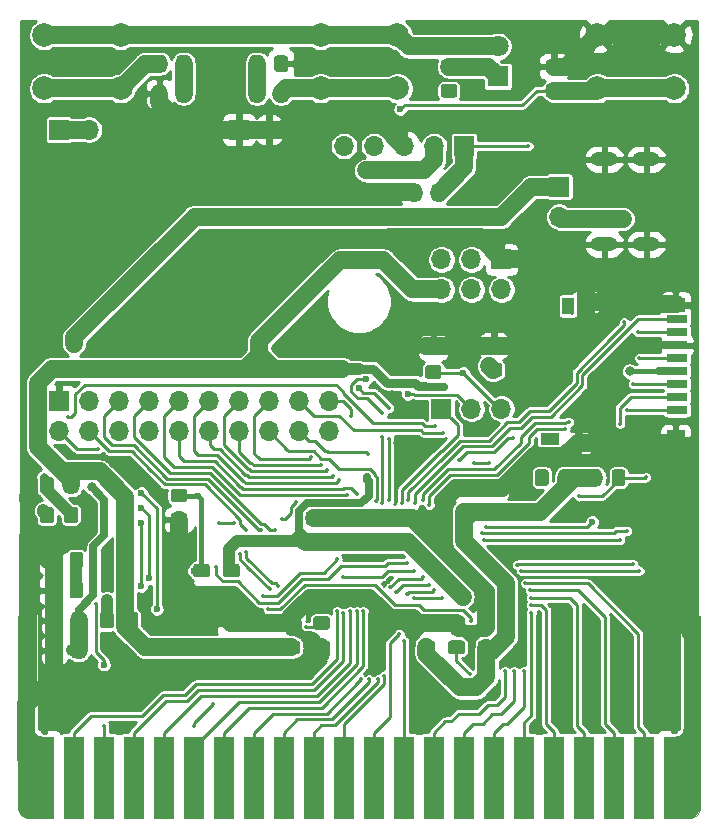
<source format=gbr>
G04 #@! TF.GenerationSoftware,KiCad,Pcbnew,(5.1.5)-3*
G04 #@! TF.CreationDate,2020-07-17T23:22:28-04:00*
G04 #@! TF.ProjectId,MONster64,4d4f4e73-7465-4723-9634-2e6b69636164,rev?*
G04 #@! TF.SameCoordinates,Original*
G04 #@! TF.FileFunction,Copper,L2,Bot*
G04 #@! TF.FilePolarity,Positive*
%FSLAX46Y46*%
G04 Gerber Fmt 4.6, Leading zero omitted, Abs format (unit mm)*
G04 Created by KiCad (PCBNEW (5.1.5)-3) date 2020-07-17 23:22:28*
%MOMM*%
%LPD*%
G04 APERTURE LIST*
%ADD10C,0.100000*%
%ADD11C,0.500000*%
%ADD12R,1.800000X1.800000*%
%ADD13C,1.800000*%
%ADD14R,1.700000X1.700000*%
%ADD15O,1.700000X1.700000*%
%ADD16O,2.300000X1.200000*%
%ADD17R,1.750000X0.700000*%
%ADD18R,1.500000X1.300000*%
%ADD19R,1.500000X0.800000*%
%ADD20R,1.000000X1.450000*%
%ADD21R,1.400000X0.800000*%
%ADD22R,1.500000X1.500000*%
%ADD23R,1.550000X1.000000*%
%ADD24C,2.000000*%
%ADD25R,1.750000X7.000000*%
%ADD26C,0.350000*%
%ADD27C,0.800000*%
%ADD28C,0.600000*%
%ADD29C,0.800000*%
%ADD30C,0.250000*%
%ADD31C,1.250000*%
%ADD32C,1.500000*%
%ADD33C,0.650000*%
%ADD34C,1.000000*%
%ADD35C,0.439000*%
%ADD36C,0.295000*%
%ADD37C,0.357000*%
%ADD38C,0.239000*%
G04 APERTURE END LIST*
D10*
G36*
X113855500Y-139319000D02*
G01*
X114554000Y-139319000D01*
X114998500Y-139065000D01*
X115252500Y-138620500D01*
X115252500Y-138366500D01*
X115252500Y-122237500D01*
X113855500Y-122237500D01*
X113855500Y-139319000D01*
G37*
X113855500Y-139319000D02*
X114554000Y-139319000D01*
X114998500Y-139065000D01*
X115252500Y-138620500D01*
X115252500Y-138366500D01*
X115252500Y-122237500D01*
X113855500Y-122237500D01*
X113855500Y-139319000D01*
G36*
X58864500Y-139319000D02*
G01*
X58166000Y-139319000D01*
X57721500Y-139065000D01*
X57467500Y-138620500D01*
X57467500Y-138366500D01*
X57467500Y-122237500D01*
X58864500Y-122237500D01*
X58864500Y-139319000D01*
G37*
X58864500Y-139319000D02*
X58166000Y-139319000D01*
X57721500Y-139065000D01*
X57467500Y-138620500D01*
X57467500Y-138366500D01*
X57467500Y-122237500D01*
X58864500Y-122237500D01*
X58864500Y-139319000D01*
D11*
X113245900Y-132651500D02*
G75*
G03X114071400Y-131826000I0J825500D01*
G01*
X58661300Y-131826000D02*
G75*
G03X59486800Y-132651500I825500J0D01*
G01*
G04 #@! TA.AperFunction,SMDPad,CuDef*
D10*
G36*
X60919505Y-121856204D02*
G01*
X60943773Y-121859804D01*
X60967572Y-121865765D01*
X60990671Y-121874030D01*
X61012850Y-121884520D01*
X61033893Y-121897132D01*
X61053599Y-121911747D01*
X61071777Y-121928223D01*
X61088253Y-121946401D01*
X61102868Y-121966107D01*
X61115480Y-121987150D01*
X61125970Y-122009329D01*
X61134235Y-122032428D01*
X61140196Y-122056227D01*
X61143796Y-122080495D01*
X61145000Y-122104999D01*
X61145000Y-123005001D01*
X61143796Y-123029505D01*
X61140196Y-123053773D01*
X61134235Y-123077572D01*
X61125970Y-123100671D01*
X61115480Y-123122850D01*
X61102868Y-123143893D01*
X61088253Y-123163599D01*
X61071777Y-123181777D01*
X61053599Y-123198253D01*
X61033893Y-123212868D01*
X61012850Y-123225480D01*
X60990671Y-123235970D01*
X60967572Y-123244235D01*
X60943773Y-123250196D01*
X60919505Y-123253796D01*
X60895001Y-123255000D01*
X60244999Y-123255000D01*
X60220495Y-123253796D01*
X60196227Y-123250196D01*
X60172428Y-123244235D01*
X60149329Y-123235970D01*
X60127150Y-123225480D01*
X60106107Y-123212868D01*
X60086401Y-123198253D01*
X60068223Y-123181777D01*
X60051747Y-123163599D01*
X60037132Y-123143893D01*
X60024520Y-123122850D01*
X60014030Y-123100671D01*
X60005765Y-123077572D01*
X59999804Y-123053773D01*
X59996204Y-123029505D01*
X59995000Y-123005001D01*
X59995000Y-122104999D01*
X59996204Y-122080495D01*
X59999804Y-122056227D01*
X60005765Y-122032428D01*
X60014030Y-122009329D01*
X60024520Y-121987150D01*
X60037132Y-121966107D01*
X60051747Y-121946401D01*
X60068223Y-121928223D01*
X60086401Y-121911747D01*
X60106107Y-121897132D01*
X60127150Y-121884520D01*
X60149329Y-121874030D01*
X60172428Y-121865765D01*
X60196227Y-121859804D01*
X60220495Y-121856204D01*
X60244999Y-121855000D01*
X60895001Y-121855000D01*
X60919505Y-121856204D01*
G37*
G04 #@! TD.AperFunction*
G04 #@! TA.AperFunction,SMDPad,CuDef*
G36*
X62969505Y-121856204D02*
G01*
X62993773Y-121859804D01*
X63017572Y-121865765D01*
X63040671Y-121874030D01*
X63062850Y-121884520D01*
X63083893Y-121897132D01*
X63103599Y-121911747D01*
X63121777Y-121928223D01*
X63138253Y-121946401D01*
X63152868Y-121966107D01*
X63165480Y-121987150D01*
X63175970Y-122009329D01*
X63184235Y-122032428D01*
X63190196Y-122056227D01*
X63193796Y-122080495D01*
X63195000Y-122104999D01*
X63195000Y-123005001D01*
X63193796Y-123029505D01*
X63190196Y-123053773D01*
X63184235Y-123077572D01*
X63175970Y-123100671D01*
X63165480Y-123122850D01*
X63152868Y-123143893D01*
X63138253Y-123163599D01*
X63121777Y-123181777D01*
X63103599Y-123198253D01*
X63083893Y-123212868D01*
X63062850Y-123225480D01*
X63040671Y-123235970D01*
X63017572Y-123244235D01*
X62993773Y-123250196D01*
X62969505Y-123253796D01*
X62945001Y-123255000D01*
X62294999Y-123255000D01*
X62270495Y-123253796D01*
X62246227Y-123250196D01*
X62222428Y-123244235D01*
X62199329Y-123235970D01*
X62177150Y-123225480D01*
X62156107Y-123212868D01*
X62136401Y-123198253D01*
X62118223Y-123181777D01*
X62101747Y-123163599D01*
X62087132Y-123143893D01*
X62074520Y-123122850D01*
X62064030Y-123100671D01*
X62055765Y-123077572D01*
X62049804Y-123053773D01*
X62046204Y-123029505D01*
X62045000Y-123005001D01*
X62045000Y-122104999D01*
X62046204Y-122080495D01*
X62049804Y-122056227D01*
X62055765Y-122032428D01*
X62064030Y-122009329D01*
X62074520Y-121987150D01*
X62087132Y-121966107D01*
X62101747Y-121946401D01*
X62118223Y-121928223D01*
X62136401Y-121911747D01*
X62156107Y-121897132D01*
X62177150Y-121884520D01*
X62199329Y-121874030D01*
X62222428Y-121865765D01*
X62246227Y-121859804D01*
X62270495Y-121856204D01*
X62294999Y-121855000D01*
X62945001Y-121855000D01*
X62969505Y-121856204D01*
G37*
G04 #@! TD.AperFunction*
G04 #@! TA.AperFunction,SMDPad,CuDef*
G36*
X62969505Y-124396204D02*
G01*
X62993773Y-124399804D01*
X63017572Y-124405765D01*
X63040671Y-124414030D01*
X63062850Y-124424520D01*
X63083893Y-124437132D01*
X63103599Y-124451747D01*
X63121777Y-124468223D01*
X63138253Y-124486401D01*
X63152868Y-124506107D01*
X63165480Y-124527150D01*
X63175970Y-124549329D01*
X63184235Y-124572428D01*
X63190196Y-124596227D01*
X63193796Y-124620495D01*
X63195000Y-124644999D01*
X63195000Y-125545001D01*
X63193796Y-125569505D01*
X63190196Y-125593773D01*
X63184235Y-125617572D01*
X63175970Y-125640671D01*
X63165480Y-125662850D01*
X63152868Y-125683893D01*
X63138253Y-125703599D01*
X63121777Y-125721777D01*
X63103599Y-125738253D01*
X63083893Y-125752868D01*
X63062850Y-125765480D01*
X63040671Y-125775970D01*
X63017572Y-125784235D01*
X62993773Y-125790196D01*
X62969505Y-125793796D01*
X62945001Y-125795000D01*
X62294999Y-125795000D01*
X62270495Y-125793796D01*
X62246227Y-125790196D01*
X62222428Y-125784235D01*
X62199329Y-125775970D01*
X62177150Y-125765480D01*
X62156107Y-125752868D01*
X62136401Y-125738253D01*
X62118223Y-125721777D01*
X62101747Y-125703599D01*
X62087132Y-125683893D01*
X62074520Y-125662850D01*
X62064030Y-125640671D01*
X62055765Y-125617572D01*
X62049804Y-125593773D01*
X62046204Y-125569505D01*
X62045000Y-125545001D01*
X62045000Y-124644999D01*
X62046204Y-124620495D01*
X62049804Y-124596227D01*
X62055765Y-124572428D01*
X62064030Y-124549329D01*
X62074520Y-124527150D01*
X62087132Y-124506107D01*
X62101747Y-124486401D01*
X62118223Y-124468223D01*
X62136401Y-124451747D01*
X62156107Y-124437132D01*
X62177150Y-124424520D01*
X62199329Y-124414030D01*
X62222428Y-124405765D01*
X62246227Y-124399804D01*
X62270495Y-124396204D01*
X62294999Y-124395000D01*
X62945001Y-124395000D01*
X62969505Y-124396204D01*
G37*
G04 #@! TD.AperFunction*
G04 #@! TA.AperFunction,SMDPad,CuDef*
G36*
X60919505Y-124396204D02*
G01*
X60943773Y-124399804D01*
X60967572Y-124405765D01*
X60990671Y-124414030D01*
X61012850Y-124424520D01*
X61033893Y-124437132D01*
X61053599Y-124451747D01*
X61071777Y-124468223D01*
X61088253Y-124486401D01*
X61102868Y-124506107D01*
X61115480Y-124527150D01*
X61125970Y-124549329D01*
X61134235Y-124572428D01*
X61140196Y-124596227D01*
X61143796Y-124620495D01*
X61145000Y-124644999D01*
X61145000Y-125545001D01*
X61143796Y-125569505D01*
X61140196Y-125593773D01*
X61134235Y-125617572D01*
X61125970Y-125640671D01*
X61115480Y-125662850D01*
X61102868Y-125683893D01*
X61088253Y-125703599D01*
X61071777Y-125721777D01*
X61053599Y-125738253D01*
X61033893Y-125752868D01*
X61012850Y-125765480D01*
X60990671Y-125775970D01*
X60967572Y-125784235D01*
X60943773Y-125790196D01*
X60919505Y-125793796D01*
X60895001Y-125795000D01*
X60244999Y-125795000D01*
X60220495Y-125793796D01*
X60196227Y-125790196D01*
X60172428Y-125784235D01*
X60149329Y-125775970D01*
X60127150Y-125765480D01*
X60106107Y-125752868D01*
X60086401Y-125738253D01*
X60068223Y-125721777D01*
X60051747Y-125703599D01*
X60037132Y-125683893D01*
X60024520Y-125662850D01*
X60014030Y-125640671D01*
X60005765Y-125617572D01*
X59999804Y-125593773D01*
X59996204Y-125569505D01*
X59995000Y-125545001D01*
X59995000Y-124644999D01*
X59996204Y-124620495D01*
X59999804Y-124596227D01*
X60005765Y-124572428D01*
X60014030Y-124549329D01*
X60024520Y-124527150D01*
X60037132Y-124506107D01*
X60051747Y-124486401D01*
X60068223Y-124468223D01*
X60086401Y-124451747D01*
X60106107Y-124437132D01*
X60127150Y-124424520D01*
X60149329Y-124414030D01*
X60172428Y-124405765D01*
X60196227Y-124399804D01*
X60220495Y-124396204D01*
X60244999Y-124395000D01*
X60895001Y-124395000D01*
X60919505Y-124396204D01*
G37*
G04 #@! TD.AperFunction*
G04 #@! TA.AperFunction,SMDPad,CuDef*
G36*
X62779005Y-119316204D02*
G01*
X62803273Y-119319804D01*
X62827072Y-119325765D01*
X62850171Y-119334030D01*
X62872350Y-119344520D01*
X62893393Y-119357132D01*
X62913099Y-119371747D01*
X62931277Y-119388223D01*
X62947753Y-119406401D01*
X62962368Y-119426107D01*
X62974980Y-119447150D01*
X62985470Y-119469329D01*
X62993735Y-119492428D01*
X62999696Y-119516227D01*
X63003296Y-119540495D01*
X63004500Y-119564999D01*
X63004500Y-120465001D01*
X63003296Y-120489505D01*
X62999696Y-120513773D01*
X62993735Y-120537572D01*
X62985470Y-120560671D01*
X62974980Y-120582850D01*
X62962368Y-120603893D01*
X62947753Y-120623599D01*
X62931277Y-120641777D01*
X62913099Y-120658253D01*
X62893393Y-120672868D01*
X62872350Y-120685480D01*
X62850171Y-120695970D01*
X62827072Y-120704235D01*
X62803273Y-120710196D01*
X62779005Y-120713796D01*
X62754501Y-120715000D01*
X62104499Y-120715000D01*
X62079995Y-120713796D01*
X62055727Y-120710196D01*
X62031928Y-120704235D01*
X62008829Y-120695970D01*
X61986650Y-120685480D01*
X61965607Y-120672868D01*
X61945901Y-120658253D01*
X61927723Y-120641777D01*
X61911247Y-120623599D01*
X61896632Y-120603893D01*
X61884020Y-120582850D01*
X61873530Y-120560671D01*
X61865265Y-120537572D01*
X61859304Y-120513773D01*
X61855704Y-120489505D01*
X61854500Y-120465001D01*
X61854500Y-119564999D01*
X61855704Y-119540495D01*
X61859304Y-119516227D01*
X61865265Y-119492428D01*
X61873530Y-119469329D01*
X61884020Y-119447150D01*
X61896632Y-119426107D01*
X61911247Y-119406401D01*
X61927723Y-119388223D01*
X61945901Y-119371747D01*
X61965607Y-119357132D01*
X61986650Y-119344520D01*
X62008829Y-119334030D01*
X62031928Y-119325765D01*
X62055727Y-119319804D01*
X62079995Y-119316204D01*
X62104499Y-119315000D01*
X62754501Y-119315000D01*
X62779005Y-119316204D01*
G37*
G04 #@! TD.AperFunction*
G04 #@! TA.AperFunction,SMDPad,CuDef*
G36*
X60729005Y-119316204D02*
G01*
X60753273Y-119319804D01*
X60777072Y-119325765D01*
X60800171Y-119334030D01*
X60822350Y-119344520D01*
X60843393Y-119357132D01*
X60863099Y-119371747D01*
X60881277Y-119388223D01*
X60897753Y-119406401D01*
X60912368Y-119426107D01*
X60924980Y-119447150D01*
X60935470Y-119469329D01*
X60943735Y-119492428D01*
X60949696Y-119516227D01*
X60953296Y-119540495D01*
X60954500Y-119564999D01*
X60954500Y-120465001D01*
X60953296Y-120489505D01*
X60949696Y-120513773D01*
X60943735Y-120537572D01*
X60935470Y-120560671D01*
X60924980Y-120582850D01*
X60912368Y-120603893D01*
X60897753Y-120623599D01*
X60881277Y-120641777D01*
X60863099Y-120658253D01*
X60843393Y-120672868D01*
X60822350Y-120685480D01*
X60800171Y-120695970D01*
X60777072Y-120704235D01*
X60753273Y-120710196D01*
X60729005Y-120713796D01*
X60704501Y-120715000D01*
X60054499Y-120715000D01*
X60029995Y-120713796D01*
X60005727Y-120710196D01*
X59981928Y-120704235D01*
X59958829Y-120695970D01*
X59936650Y-120685480D01*
X59915607Y-120672868D01*
X59895901Y-120658253D01*
X59877723Y-120641777D01*
X59861247Y-120623599D01*
X59846632Y-120603893D01*
X59834020Y-120582850D01*
X59823530Y-120560671D01*
X59815265Y-120537572D01*
X59809304Y-120513773D01*
X59805704Y-120489505D01*
X59804500Y-120465001D01*
X59804500Y-119564999D01*
X59805704Y-119540495D01*
X59809304Y-119516227D01*
X59815265Y-119492428D01*
X59823530Y-119469329D01*
X59834020Y-119447150D01*
X59846632Y-119426107D01*
X59861247Y-119406401D01*
X59877723Y-119388223D01*
X59895901Y-119371747D01*
X59915607Y-119357132D01*
X59936650Y-119344520D01*
X59958829Y-119334030D01*
X59981928Y-119325765D01*
X60005727Y-119319804D01*
X60029995Y-119316204D01*
X60054499Y-119315000D01*
X60704501Y-119315000D01*
X60729005Y-119316204D01*
G37*
G04 #@! TD.AperFunction*
G04 #@! TA.AperFunction,SMDPad,CuDef*
G36*
X60729005Y-116776204D02*
G01*
X60753273Y-116779804D01*
X60777072Y-116785765D01*
X60800171Y-116794030D01*
X60822350Y-116804520D01*
X60843393Y-116817132D01*
X60863099Y-116831747D01*
X60881277Y-116848223D01*
X60897753Y-116866401D01*
X60912368Y-116886107D01*
X60924980Y-116907150D01*
X60935470Y-116929329D01*
X60943735Y-116952428D01*
X60949696Y-116976227D01*
X60953296Y-117000495D01*
X60954500Y-117024999D01*
X60954500Y-117925001D01*
X60953296Y-117949505D01*
X60949696Y-117973773D01*
X60943735Y-117997572D01*
X60935470Y-118020671D01*
X60924980Y-118042850D01*
X60912368Y-118063893D01*
X60897753Y-118083599D01*
X60881277Y-118101777D01*
X60863099Y-118118253D01*
X60843393Y-118132868D01*
X60822350Y-118145480D01*
X60800171Y-118155970D01*
X60777072Y-118164235D01*
X60753273Y-118170196D01*
X60729005Y-118173796D01*
X60704501Y-118175000D01*
X60054499Y-118175000D01*
X60029995Y-118173796D01*
X60005727Y-118170196D01*
X59981928Y-118164235D01*
X59958829Y-118155970D01*
X59936650Y-118145480D01*
X59915607Y-118132868D01*
X59895901Y-118118253D01*
X59877723Y-118101777D01*
X59861247Y-118083599D01*
X59846632Y-118063893D01*
X59834020Y-118042850D01*
X59823530Y-118020671D01*
X59815265Y-117997572D01*
X59809304Y-117973773D01*
X59805704Y-117949505D01*
X59804500Y-117925001D01*
X59804500Y-117024999D01*
X59805704Y-117000495D01*
X59809304Y-116976227D01*
X59815265Y-116952428D01*
X59823530Y-116929329D01*
X59834020Y-116907150D01*
X59846632Y-116886107D01*
X59861247Y-116866401D01*
X59877723Y-116848223D01*
X59895901Y-116831747D01*
X59915607Y-116817132D01*
X59936650Y-116804520D01*
X59958829Y-116794030D01*
X59981928Y-116785765D01*
X60005727Y-116779804D01*
X60029995Y-116776204D01*
X60054499Y-116775000D01*
X60704501Y-116775000D01*
X60729005Y-116776204D01*
G37*
G04 #@! TD.AperFunction*
G04 #@! TA.AperFunction,SMDPad,CuDef*
G36*
X62779005Y-116776204D02*
G01*
X62803273Y-116779804D01*
X62827072Y-116785765D01*
X62850171Y-116794030D01*
X62872350Y-116804520D01*
X62893393Y-116817132D01*
X62913099Y-116831747D01*
X62931277Y-116848223D01*
X62947753Y-116866401D01*
X62962368Y-116886107D01*
X62974980Y-116907150D01*
X62985470Y-116929329D01*
X62993735Y-116952428D01*
X62999696Y-116976227D01*
X63003296Y-117000495D01*
X63004500Y-117024999D01*
X63004500Y-117925001D01*
X63003296Y-117949505D01*
X62999696Y-117973773D01*
X62993735Y-117997572D01*
X62985470Y-118020671D01*
X62974980Y-118042850D01*
X62962368Y-118063893D01*
X62947753Y-118083599D01*
X62931277Y-118101777D01*
X62913099Y-118118253D01*
X62893393Y-118132868D01*
X62872350Y-118145480D01*
X62850171Y-118155970D01*
X62827072Y-118164235D01*
X62803273Y-118170196D01*
X62779005Y-118173796D01*
X62754501Y-118175000D01*
X62104499Y-118175000D01*
X62079995Y-118173796D01*
X62055727Y-118170196D01*
X62031928Y-118164235D01*
X62008829Y-118155970D01*
X61986650Y-118145480D01*
X61965607Y-118132868D01*
X61945901Y-118118253D01*
X61927723Y-118101777D01*
X61911247Y-118083599D01*
X61896632Y-118063893D01*
X61884020Y-118042850D01*
X61873530Y-118020671D01*
X61865265Y-117997572D01*
X61859304Y-117973773D01*
X61855704Y-117949505D01*
X61854500Y-117925001D01*
X61854500Y-117024999D01*
X61855704Y-117000495D01*
X61859304Y-116976227D01*
X61865265Y-116952428D01*
X61873530Y-116929329D01*
X61884020Y-116907150D01*
X61896632Y-116886107D01*
X61911247Y-116866401D01*
X61927723Y-116848223D01*
X61945901Y-116831747D01*
X61965607Y-116817132D01*
X61986650Y-116804520D01*
X62008829Y-116794030D01*
X62031928Y-116785765D01*
X62055727Y-116779804D01*
X62079995Y-116776204D01*
X62104499Y-116775000D01*
X62754501Y-116775000D01*
X62779005Y-116776204D01*
G37*
G04 #@! TD.AperFunction*
G04 #@! TA.AperFunction,SMDPad,CuDef*
G36*
X81119505Y-124276204D02*
G01*
X81143773Y-124279804D01*
X81167572Y-124285765D01*
X81190671Y-124294030D01*
X81212850Y-124304520D01*
X81233893Y-124317132D01*
X81253599Y-124331747D01*
X81271777Y-124348223D01*
X81288253Y-124366401D01*
X81302868Y-124386107D01*
X81315480Y-124407150D01*
X81325970Y-124429329D01*
X81334235Y-124452428D01*
X81340196Y-124476227D01*
X81343796Y-124500495D01*
X81345000Y-124524999D01*
X81345000Y-125175001D01*
X81343796Y-125199505D01*
X81340196Y-125223773D01*
X81334235Y-125247572D01*
X81325970Y-125270671D01*
X81315480Y-125292850D01*
X81302868Y-125313893D01*
X81288253Y-125333599D01*
X81271777Y-125351777D01*
X81253599Y-125368253D01*
X81233893Y-125382868D01*
X81212850Y-125395480D01*
X81190671Y-125405970D01*
X81167572Y-125414235D01*
X81143773Y-125420196D01*
X81119505Y-125423796D01*
X81095001Y-125425000D01*
X80194999Y-125425000D01*
X80170495Y-125423796D01*
X80146227Y-125420196D01*
X80122428Y-125414235D01*
X80099329Y-125405970D01*
X80077150Y-125395480D01*
X80056107Y-125382868D01*
X80036401Y-125368253D01*
X80018223Y-125351777D01*
X80001747Y-125333599D01*
X79987132Y-125313893D01*
X79974520Y-125292850D01*
X79964030Y-125270671D01*
X79955765Y-125247572D01*
X79949804Y-125223773D01*
X79946204Y-125199505D01*
X79945000Y-125175001D01*
X79945000Y-124524999D01*
X79946204Y-124500495D01*
X79949804Y-124476227D01*
X79955765Y-124452428D01*
X79964030Y-124429329D01*
X79974520Y-124407150D01*
X79987132Y-124386107D01*
X80001747Y-124366401D01*
X80018223Y-124348223D01*
X80036401Y-124331747D01*
X80056107Y-124317132D01*
X80077150Y-124304520D01*
X80099329Y-124294030D01*
X80122428Y-124285765D01*
X80146227Y-124279804D01*
X80170495Y-124276204D01*
X80194999Y-124275000D01*
X81095001Y-124275000D01*
X81119505Y-124276204D01*
G37*
G04 #@! TD.AperFunction*
G04 #@! TA.AperFunction,SMDPad,CuDef*
G36*
X81119505Y-122226204D02*
G01*
X81143773Y-122229804D01*
X81167572Y-122235765D01*
X81190671Y-122244030D01*
X81212850Y-122254520D01*
X81233893Y-122267132D01*
X81253599Y-122281747D01*
X81271777Y-122298223D01*
X81288253Y-122316401D01*
X81302868Y-122336107D01*
X81315480Y-122357150D01*
X81325970Y-122379329D01*
X81334235Y-122402428D01*
X81340196Y-122426227D01*
X81343796Y-122450495D01*
X81345000Y-122474999D01*
X81345000Y-123125001D01*
X81343796Y-123149505D01*
X81340196Y-123173773D01*
X81334235Y-123197572D01*
X81325970Y-123220671D01*
X81315480Y-123242850D01*
X81302868Y-123263893D01*
X81288253Y-123283599D01*
X81271777Y-123301777D01*
X81253599Y-123318253D01*
X81233893Y-123332868D01*
X81212850Y-123345480D01*
X81190671Y-123355970D01*
X81167572Y-123364235D01*
X81143773Y-123370196D01*
X81119505Y-123373796D01*
X81095001Y-123375000D01*
X80194999Y-123375000D01*
X80170495Y-123373796D01*
X80146227Y-123370196D01*
X80122428Y-123364235D01*
X80099329Y-123355970D01*
X80077150Y-123345480D01*
X80056107Y-123332868D01*
X80036401Y-123318253D01*
X80018223Y-123301777D01*
X80001747Y-123283599D01*
X79987132Y-123263893D01*
X79974520Y-123242850D01*
X79964030Y-123220671D01*
X79955765Y-123197572D01*
X79949804Y-123173773D01*
X79946204Y-123149505D01*
X79945000Y-123125001D01*
X79945000Y-122474999D01*
X79946204Y-122450495D01*
X79949804Y-122426227D01*
X79955765Y-122402428D01*
X79964030Y-122379329D01*
X79974520Y-122357150D01*
X79987132Y-122336107D01*
X80001747Y-122316401D01*
X80018223Y-122298223D01*
X80036401Y-122281747D01*
X80056107Y-122267132D01*
X80077150Y-122254520D01*
X80099329Y-122244030D01*
X80122428Y-122235765D01*
X80146227Y-122229804D01*
X80170495Y-122226204D01*
X80194999Y-122225000D01*
X81095001Y-122225000D01*
X81119505Y-122226204D01*
G37*
G04 #@! TD.AperFunction*
G04 #@! TA.AperFunction,SMDPad,CuDef*
G36*
X83024505Y-113336204D02*
G01*
X83048773Y-113339804D01*
X83072572Y-113345765D01*
X83095671Y-113354030D01*
X83117850Y-113364520D01*
X83138893Y-113377132D01*
X83158599Y-113391747D01*
X83176777Y-113408223D01*
X83193253Y-113426401D01*
X83207868Y-113446107D01*
X83220480Y-113467150D01*
X83230970Y-113489329D01*
X83239235Y-113512428D01*
X83245196Y-113536227D01*
X83248796Y-113560495D01*
X83250000Y-113584999D01*
X83250000Y-114235001D01*
X83248796Y-114259505D01*
X83245196Y-114283773D01*
X83239235Y-114307572D01*
X83230970Y-114330671D01*
X83220480Y-114352850D01*
X83207868Y-114373893D01*
X83193253Y-114393599D01*
X83176777Y-114411777D01*
X83158599Y-114428253D01*
X83138893Y-114442868D01*
X83117850Y-114455480D01*
X83095671Y-114465970D01*
X83072572Y-114474235D01*
X83048773Y-114480196D01*
X83024505Y-114483796D01*
X83000001Y-114485000D01*
X82099999Y-114485000D01*
X82075495Y-114483796D01*
X82051227Y-114480196D01*
X82027428Y-114474235D01*
X82004329Y-114465970D01*
X81982150Y-114455480D01*
X81961107Y-114442868D01*
X81941401Y-114428253D01*
X81923223Y-114411777D01*
X81906747Y-114393599D01*
X81892132Y-114373893D01*
X81879520Y-114352850D01*
X81869030Y-114330671D01*
X81860765Y-114307572D01*
X81854804Y-114283773D01*
X81851204Y-114259505D01*
X81850000Y-114235001D01*
X81850000Y-113584999D01*
X81851204Y-113560495D01*
X81854804Y-113536227D01*
X81860765Y-113512428D01*
X81869030Y-113489329D01*
X81879520Y-113467150D01*
X81892132Y-113446107D01*
X81906747Y-113426401D01*
X81923223Y-113408223D01*
X81941401Y-113391747D01*
X81961107Y-113377132D01*
X81982150Y-113364520D01*
X82004329Y-113354030D01*
X82027428Y-113345765D01*
X82051227Y-113339804D01*
X82075495Y-113336204D01*
X82099999Y-113335000D01*
X83000001Y-113335000D01*
X83024505Y-113336204D01*
G37*
G04 #@! TD.AperFunction*
G04 #@! TA.AperFunction,SMDPad,CuDef*
G36*
X83024505Y-115386204D02*
G01*
X83048773Y-115389804D01*
X83072572Y-115395765D01*
X83095671Y-115404030D01*
X83117850Y-115414520D01*
X83138893Y-115427132D01*
X83158599Y-115441747D01*
X83176777Y-115458223D01*
X83193253Y-115476401D01*
X83207868Y-115496107D01*
X83220480Y-115517150D01*
X83230970Y-115539329D01*
X83239235Y-115562428D01*
X83245196Y-115586227D01*
X83248796Y-115610495D01*
X83250000Y-115634999D01*
X83250000Y-116285001D01*
X83248796Y-116309505D01*
X83245196Y-116333773D01*
X83239235Y-116357572D01*
X83230970Y-116380671D01*
X83220480Y-116402850D01*
X83207868Y-116423893D01*
X83193253Y-116443599D01*
X83176777Y-116461777D01*
X83158599Y-116478253D01*
X83138893Y-116492868D01*
X83117850Y-116505480D01*
X83095671Y-116515970D01*
X83072572Y-116524235D01*
X83048773Y-116530196D01*
X83024505Y-116533796D01*
X83000001Y-116535000D01*
X82099999Y-116535000D01*
X82075495Y-116533796D01*
X82051227Y-116530196D01*
X82027428Y-116524235D01*
X82004329Y-116515970D01*
X81982150Y-116505480D01*
X81961107Y-116492868D01*
X81941401Y-116478253D01*
X81923223Y-116461777D01*
X81906747Y-116443599D01*
X81892132Y-116423893D01*
X81879520Y-116402850D01*
X81869030Y-116380671D01*
X81860765Y-116357572D01*
X81854804Y-116333773D01*
X81851204Y-116309505D01*
X81850000Y-116285001D01*
X81850000Y-115634999D01*
X81851204Y-115610495D01*
X81854804Y-115586227D01*
X81860765Y-115562428D01*
X81869030Y-115539329D01*
X81879520Y-115517150D01*
X81892132Y-115496107D01*
X81906747Y-115476401D01*
X81923223Y-115458223D01*
X81941401Y-115441747D01*
X81961107Y-115427132D01*
X81982150Y-115414520D01*
X82004329Y-115404030D01*
X82027428Y-115395765D01*
X82051227Y-115389804D01*
X82075495Y-115386204D01*
X82099999Y-115385000D01*
X83000001Y-115385000D01*
X83024505Y-115386204D01*
G37*
G04 #@! TD.AperFunction*
G04 #@! TA.AperFunction,SMDPad,CuDef*
G36*
X85564505Y-115386204D02*
G01*
X85588773Y-115389804D01*
X85612572Y-115395765D01*
X85635671Y-115404030D01*
X85657850Y-115414520D01*
X85678893Y-115427132D01*
X85698599Y-115441747D01*
X85716777Y-115458223D01*
X85733253Y-115476401D01*
X85747868Y-115496107D01*
X85760480Y-115517150D01*
X85770970Y-115539329D01*
X85779235Y-115562428D01*
X85785196Y-115586227D01*
X85788796Y-115610495D01*
X85790000Y-115634999D01*
X85790000Y-116285001D01*
X85788796Y-116309505D01*
X85785196Y-116333773D01*
X85779235Y-116357572D01*
X85770970Y-116380671D01*
X85760480Y-116402850D01*
X85747868Y-116423893D01*
X85733253Y-116443599D01*
X85716777Y-116461777D01*
X85698599Y-116478253D01*
X85678893Y-116492868D01*
X85657850Y-116505480D01*
X85635671Y-116515970D01*
X85612572Y-116524235D01*
X85588773Y-116530196D01*
X85564505Y-116533796D01*
X85540001Y-116535000D01*
X84639999Y-116535000D01*
X84615495Y-116533796D01*
X84591227Y-116530196D01*
X84567428Y-116524235D01*
X84544329Y-116515970D01*
X84522150Y-116505480D01*
X84501107Y-116492868D01*
X84481401Y-116478253D01*
X84463223Y-116461777D01*
X84446747Y-116443599D01*
X84432132Y-116423893D01*
X84419520Y-116402850D01*
X84409030Y-116380671D01*
X84400765Y-116357572D01*
X84394804Y-116333773D01*
X84391204Y-116309505D01*
X84390000Y-116285001D01*
X84390000Y-115634999D01*
X84391204Y-115610495D01*
X84394804Y-115586227D01*
X84400765Y-115562428D01*
X84409030Y-115539329D01*
X84419520Y-115517150D01*
X84432132Y-115496107D01*
X84446747Y-115476401D01*
X84463223Y-115458223D01*
X84481401Y-115441747D01*
X84501107Y-115427132D01*
X84522150Y-115414520D01*
X84544329Y-115404030D01*
X84567428Y-115395765D01*
X84591227Y-115389804D01*
X84615495Y-115386204D01*
X84639999Y-115385000D01*
X85540001Y-115385000D01*
X85564505Y-115386204D01*
G37*
G04 #@! TD.AperFunction*
G04 #@! TA.AperFunction,SMDPad,CuDef*
G36*
X85564505Y-113336204D02*
G01*
X85588773Y-113339804D01*
X85612572Y-113345765D01*
X85635671Y-113354030D01*
X85657850Y-113364520D01*
X85678893Y-113377132D01*
X85698599Y-113391747D01*
X85716777Y-113408223D01*
X85733253Y-113426401D01*
X85747868Y-113446107D01*
X85760480Y-113467150D01*
X85770970Y-113489329D01*
X85779235Y-113512428D01*
X85785196Y-113536227D01*
X85788796Y-113560495D01*
X85790000Y-113584999D01*
X85790000Y-114235001D01*
X85788796Y-114259505D01*
X85785196Y-114283773D01*
X85779235Y-114307572D01*
X85770970Y-114330671D01*
X85760480Y-114352850D01*
X85747868Y-114373893D01*
X85733253Y-114393599D01*
X85716777Y-114411777D01*
X85698599Y-114428253D01*
X85678893Y-114442868D01*
X85657850Y-114455480D01*
X85635671Y-114465970D01*
X85612572Y-114474235D01*
X85588773Y-114480196D01*
X85564505Y-114483796D01*
X85540001Y-114485000D01*
X84639999Y-114485000D01*
X84615495Y-114483796D01*
X84591227Y-114480196D01*
X84567428Y-114474235D01*
X84544329Y-114465970D01*
X84522150Y-114455480D01*
X84501107Y-114442868D01*
X84481401Y-114428253D01*
X84463223Y-114411777D01*
X84446747Y-114393599D01*
X84432132Y-114373893D01*
X84419520Y-114352850D01*
X84409030Y-114330671D01*
X84400765Y-114307572D01*
X84394804Y-114283773D01*
X84391204Y-114259505D01*
X84390000Y-114235001D01*
X84390000Y-113584999D01*
X84391204Y-113560495D01*
X84394804Y-113536227D01*
X84400765Y-113512428D01*
X84409030Y-113489329D01*
X84419520Y-113467150D01*
X84432132Y-113446107D01*
X84446747Y-113426401D01*
X84463223Y-113408223D01*
X84481401Y-113391747D01*
X84501107Y-113377132D01*
X84522150Y-113364520D01*
X84544329Y-113354030D01*
X84567428Y-113345765D01*
X84591227Y-113339804D01*
X84615495Y-113336204D01*
X84639999Y-113335000D01*
X85540001Y-113335000D01*
X85564505Y-113336204D01*
G37*
G04 #@! TD.AperFunction*
G04 #@! TA.AperFunction,SMDPad,CuDef*
G36*
X95724505Y-110796204D02*
G01*
X95748773Y-110799804D01*
X95772572Y-110805765D01*
X95795671Y-110814030D01*
X95817850Y-110824520D01*
X95838893Y-110837132D01*
X95858599Y-110851747D01*
X95876777Y-110868223D01*
X95893253Y-110886401D01*
X95907868Y-110906107D01*
X95920480Y-110927150D01*
X95930970Y-110949329D01*
X95939235Y-110972428D01*
X95945196Y-110996227D01*
X95948796Y-111020495D01*
X95950000Y-111044999D01*
X95950000Y-111695001D01*
X95948796Y-111719505D01*
X95945196Y-111743773D01*
X95939235Y-111767572D01*
X95930970Y-111790671D01*
X95920480Y-111812850D01*
X95907868Y-111833893D01*
X95893253Y-111853599D01*
X95876777Y-111871777D01*
X95858599Y-111888253D01*
X95838893Y-111902868D01*
X95817850Y-111915480D01*
X95795671Y-111925970D01*
X95772572Y-111934235D01*
X95748773Y-111940196D01*
X95724505Y-111943796D01*
X95700001Y-111945000D01*
X94799999Y-111945000D01*
X94775495Y-111943796D01*
X94751227Y-111940196D01*
X94727428Y-111934235D01*
X94704329Y-111925970D01*
X94682150Y-111915480D01*
X94661107Y-111902868D01*
X94641401Y-111888253D01*
X94623223Y-111871777D01*
X94606747Y-111853599D01*
X94592132Y-111833893D01*
X94579520Y-111812850D01*
X94569030Y-111790671D01*
X94560765Y-111767572D01*
X94554804Y-111743773D01*
X94551204Y-111719505D01*
X94550000Y-111695001D01*
X94550000Y-111044999D01*
X94551204Y-111020495D01*
X94554804Y-110996227D01*
X94560765Y-110972428D01*
X94569030Y-110949329D01*
X94579520Y-110927150D01*
X94592132Y-110906107D01*
X94606747Y-110886401D01*
X94623223Y-110868223D01*
X94641401Y-110851747D01*
X94661107Y-110837132D01*
X94682150Y-110824520D01*
X94704329Y-110814030D01*
X94727428Y-110805765D01*
X94751227Y-110799804D01*
X94775495Y-110796204D01*
X94799999Y-110795000D01*
X95700001Y-110795000D01*
X95724505Y-110796204D01*
G37*
G04 #@! TD.AperFunction*
G04 #@! TA.AperFunction,SMDPad,CuDef*
G36*
X95724505Y-112846204D02*
G01*
X95748773Y-112849804D01*
X95772572Y-112855765D01*
X95795671Y-112864030D01*
X95817850Y-112874520D01*
X95838893Y-112887132D01*
X95858599Y-112901747D01*
X95876777Y-112918223D01*
X95893253Y-112936401D01*
X95907868Y-112956107D01*
X95920480Y-112977150D01*
X95930970Y-112999329D01*
X95939235Y-113022428D01*
X95945196Y-113046227D01*
X95948796Y-113070495D01*
X95950000Y-113094999D01*
X95950000Y-113745001D01*
X95948796Y-113769505D01*
X95945196Y-113793773D01*
X95939235Y-113817572D01*
X95930970Y-113840671D01*
X95920480Y-113862850D01*
X95907868Y-113883893D01*
X95893253Y-113903599D01*
X95876777Y-113921777D01*
X95858599Y-113938253D01*
X95838893Y-113952868D01*
X95817850Y-113965480D01*
X95795671Y-113975970D01*
X95772572Y-113984235D01*
X95748773Y-113990196D01*
X95724505Y-113993796D01*
X95700001Y-113995000D01*
X94799999Y-113995000D01*
X94775495Y-113993796D01*
X94751227Y-113990196D01*
X94727428Y-113984235D01*
X94704329Y-113975970D01*
X94682150Y-113965480D01*
X94661107Y-113952868D01*
X94641401Y-113938253D01*
X94623223Y-113921777D01*
X94606747Y-113903599D01*
X94592132Y-113883893D01*
X94579520Y-113862850D01*
X94569030Y-113840671D01*
X94560765Y-113817572D01*
X94554804Y-113793773D01*
X94551204Y-113769505D01*
X94550000Y-113745001D01*
X94550000Y-113094999D01*
X94551204Y-113070495D01*
X94554804Y-113046227D01*
X94560765Y-113022428D01*
X94569030Y-112999329D01*
X94579520Y-112977150D01*
X94592132Y-112956107D01*
X94606747Y-112936401D01*
X94623223Y-112918223D01*
X94641401Y-112901747D01*
X94661107Y-112887132D01*
X94682150Y-112874520D01*
X94704329Y-112864030D01*
X94727428Y-112855765D01*
X94751227Y-112849804D01*
X94775495Y-112846204D01*
X94799999Y-112845000D01*
X95700001Y-112845000D01*
X95724505Y-112846204D01*
G37*
G04 #@! TD.AperFunction*
G04 #@! TA.AperFunction,SMDPad,CuDef*
G36*
X98264505Y-112846204D02*
G01*
X98288773Y-112849804D01*
X98312572Y-112855765D01*
X98335671Y-112864030D01*
X98357850Y-112874520D01*
X98378893Y-112887132D01*
X98398599Y-112901747D01*
X98416777Y-112918223D01*
X98433253Y-112936401D01*
X98447868Y-112956107D01*
X98460480Y-112977150D01*
X98470970Y-112999329D01*
X98479235Y-113022428D01*
X98485196Y-113046227D01*
X98488796Y-113070495D01*
X98490000Y-113094999D01*
X98490000Y-113745001D01*
X98488796Y-113769505D01*
X98485196Y-113793773D01*
X98479235Y-113817572D01*
X98470970Y-113840671D01*
X98460480Y-113862850D01*
X98447868Y-113883893D01*
X98433253Y-113903599D01*
X98416777Y-113921777D01*
X98398599Y-113938253D01*
X98378893Y-113952868D01*
X98357850Y-113965480D01*
X98335671Y-113975970D01*
X98312572Y-113984235D01*
X98288773Y-113990196D01*
X98264505Y-113993796D01*
X98240001Y-113995000D01*
X97339999Y-113995000D01*
X97315495Y-113993796D01*
X97291227Y-113990196D01*
X97267428Y-113984235D01*
X97244329Y-113975970D01*
X97222150Y-113965480D01*
X97201107Y-113952868D01*
X97181401Y-113938253D01*
X97163223Y-113921777D01*
X97146747Y-113903599D01*
X97132132Y-113883893D01*
X97119520Y-113862850D01*
X97109030Y-113840671D01*
X97100765Y-113817572D01*
X97094804Y-113793773D01*
X97091204Y-113769505D01*
X97090000Y-113745001D01*
X97090000Y-113094999D01*
X97091204Y-113070495D01*
X97094804Y-113046227D01*
X97100765Y-113022428D01*
X97109030Y-112999329D01*
X97119520Y-112977150D01*
X97132132Y-112956107D01*
X97146747Y-112936401D01*
X97163223Y-112918223D01*
X97181401Y-112901747D01*
X97201107Y-112887132D01*
X97222150Y-112874520D01*
X97244329Y-112864030D01*
X97267428Y-112855765D01*
X97291227Y-112849804D01*
X97315495Y-112846204D01*
X97339999Y-112845000D01*
X98240001Y-112845000D01*
X98264505Y-112846204D01*
G37*
G04 #@! TD.AperFunction*
G04 #@! TA.AperFunction,SMDPad,CuDef*
G36*
X98264505Y-110796204D02*
G01*
X98288773Y-110799804D01*
X98312572Y-110805765D01*
X98335671Y-110814030D01*
X98357850Y-110824520D01*
X98378893Y-110837132D01*
X98398599Y-110851747D01*
X98416777Y-110868223D01*
X98433253Y-110886401D01*
X98447868Y-110906107D01*
X98460480Y-110927150D01*
X98470970Y-110949329D01*
X98479235Y-110972428D01*
X98485196Y-110996227D01*
X98488796Y-111020495D01*
X98490000Y-111044999D01*
X98490000Y-111695001D01*
X98488796Y-111719505D01*
X98485196Y-111743773D01*
X98479235Y-111767572D01*
X98470970Y-111790671D01*
X98460480Y-111812850D01*
X98447868Y-111833893D01*
X98433253Y-111853599D01*
X98416777Y-111871777D01*
X98398599Y-111888253D01*
X98378893Y-111902868D01*
X98357850Y-111915480D01*
X98335671Y-111925970D01*
X98312572Y-111934235D01*
X98288773Y-111940196D01*
X98264505Y-111943796D01*
X98240001Y-111945000D01*
X97339999Y-111945000D01*
X97315495Y-111943796D01*
X97291227Y-111940196D01*
X97267428Y-111934235D01*
X97244329Y-111925970D01*
X97222150Y-111915480D01*
X97201107Y-111902868D01*
X97181401Y-111888253D01*
X97163223Y-111871777D01*
X97146747Y-111853599D01*
X97132132Y-111833893D01*
X97119520Y-111812850D01*
X97109030Y-111790671D01*
X97100765Y-111767572D01*
X97094804Y-111743773D01*
X97091204Y-111719505D01*
X97090000Y-111695001D01*
X97090000Y-111044999D01*
X97091204Y-111020495D01*
X97094804Y-110996227D01*
X97100765Y-110972428D01*
X97109030Y-110949329D01*
X97119520Y-110927150D01*
X97132132Y-110906107D01*
X97146747Y-110886401D01*
X97163223Y-110868223D01*
X97181401Y-110851747D01*
X97201107Y-110837132D01*
X97222150Y-110824520D01*
X97244329Y-110814030D01*
X97267428Y-110805765D01*
X97291227Y-110799804D01*
X97315495Y-110796204D01*
X97339999Y-110795000D01*
X98240001Y-110795000D01*
X98264505Y-110796204D01*
G37*
G04 #@! TD.AperFunction*
G04 #@! TA.AperFunction,SMDPad,CuDef*
G36*
X76039505Y-122226204D02*
G01*
X76063773Y-122229804D01*
X76087572Y-122235765D01*
X76110671Y-122244030D01*
X76132850Y-122254520D01*
X76153893Y-122267132D01*
X76173599Y-122281747D01*
X76191777Y-122298223D01*
X76208253Y-122316401D01*
X76222868Y-122336107D01*
X76235480Y-122357150D01*
X76245970Y-122379329D01*
X76254235Y-122402428D01*
X76260196Y-122426227D01*
X76263796Y-122450495D01*
X76265000Y-122474999D01*
X76265000Y-123125001D01*
X76263796Y-123149505D01*
X76260196Y-123173773D01*
X76254235Y-123197572D01*
X76245970Y-123220671D01*
X76235480Y-123242850D01*
X76222868Y-123263893D01*
X76208253Y-123283599D01*
X76191777Y-123301777D01*
X76173599Y-123318253D01*
X76153893Y-123332868D01*
X76132850Y-123345480D01*
X76110671Y-123355970D01*
X76087572Y-123364235D01*
X76063773Y-123370196D01*
X76039505Y-123373796D01*
X76015001Y-123375000D01*
X75114999Y-123375000D01*
X75090495Y-123373796D01*
X75066227Y-123370196D01*
X75042428Y-123364235D01*
X75019329Y-123355970D01*
X74997150Y-123345480D01*
X74976107Y-123332868D01*
X74956401Y-123318253D01*
X74938223Y-123301777D01*
X74921747Y-123283599D01*
X74907132Y-123263893D01*
X74894520Y-123242850D01*
X74884030Y-123220671D01*
X74875765Y-123197572D01*
X74869804Y-123173773D01*
X74866204Y-123149505D01*
X74865000Y-123125001D01*
X74865000Y-122474999D01*
X74866204Y-122450495D01*
X74869804Y-122426227D01*
X74875765Y-122402428D01*
X74884030Y-122379329D01*
X74894520Y-122357150D01*
X74907132Y-122336107D01*
X74921747Y-122316401D01*
X74938223Y-122298223D01*
X74956401Y-122281747D01*
X74976107Y-122267132D01*
X74997150Y-122254520D01*
X75019329Y-122244030D01*
X75042428Y-122235765D01*
X75066227Y-122229804D01*
X75090495Y-122226204D01*
X75114999Y-122225000D01*
X76015001Y-122225000D01*
X76039505Y-122226204D01*
G37*
G04 #@! TD.AperFunction*
G04 #@! TA.AperFunction,SMDPad,CuDef*
G36*
X76039505Y-124276204D02*
G01*
X76063773Y-124279804D01*
X76087572Y-124285765D01*
X76110671Y-124294030D01*
X76132850Y-124304520D01*
X76153893Y-124317132D01*
X76173599Y-124331747D01*
X76191777Y-124348223D01*
X76208253Y-124366401D01*
X76222868Y-124386107D01*
X76235480Y-124407150D01*
X76245970Y-124429329D01*
X76254235Y-124452428D01*
X76260196Y-124476227D01*
X76263796Y-124500495D01*
X76265000Y-124524999D01*
X76265000Y-125175001D01*
X76263796Y-125199505D01*
X76260196Y-125223773D01*
X76254235Y-125247572D01*
X76245970Y-125270671D01*
X76235480Y-125292850D01*
X76222868Y-125313893D01*
X76208253Y-125333599D01*
X76191777Y-125351777D01*
X76173599Y-125368253D01*
X76153893Y-125382868D01*
X76132850Y-125395480D01*
X76110671Y-125405970D01*
X76087572Y-125414235D01*
X76063773Y-125420196D01*
X76039505Y-125423796D01*
X76015001Y-125425000D01*
X75114999Y-125425000D01*
X75090495Y-125423796D01*
X75066227Y-125420196D01*
X75042428Y-125414235D01*
X75019329Y-125405970D01*
X74997150Y-125395480D01*
X74976107Y-125382868D01*
X74956401Y-125368253D01*
X74938223Y-125351777D01*
X74921747Y-125333599D01*
X74907132Y-125313893D01*
X74894520Y-125292850D01*
X74884030Y-125270671D01*
X74875765Y-125247572D01*
X74869804Y-125223773D01*
X74866204Y-125199505D01*
X74865000Y-125175001D01*
X74865000Y-124524999D01*
X74866204Y-124500495D01*
X74869804Y-124476227D01*
X74875765Y-124452428D01*
X74884030Y-124429329D01*
X74894520Y-124407150D01*
X74907132Y-124386107D01*
X74921747Y-124366401D01*
X74938223Y-124348223D01*
X74956401Y-124331747D01*
X74976107Y-124317132D01*
X74997150Y-124304520D01*
X75019329Y-124294030D01*
X75042428Y-124285765D01*
X75066227Y-124279804D01*
X75090495Y-124276204D01*
X75114999Y-124275000D01*
X76015001Y-124275000D01*
X76039505Y-124276204D01*
G37*
G04 #@! TD.AperFunction*
G04 #@! TA.AperFunction,SMDPad,CuDef*
G36*
X97629505Y-124276204D02*
G01*
X97653773Y-124279804D01*
X97677572Y-124285765D01*
X97700671Y-124294030D01*
X97722850Y-124304520D01*
X97743893Y-124317132D01*
X97763599Y-124331747D01*
X97781777Y-124348223D01*
X97798253Y-124366401D01*
X97812868Y-124386107D01*
X97825480Y-124407150D01*
X97835970Y-124429329D01*
X97844235Y-124452428D01*
X97850196Y-124476227D01*
X97853796Y-124500495D01*
X97855000Y-124524999D01*
X97855000Y-125175001D01*
X97853796Y-125199505D01*
X97850196Y-125223773D01*
X97844235Y-125247572D01*
X97835970Y-125270671D01*
X97825480Y-125292850D01*
X97812868Y-125313893D01*
X97798253Y-125333599D01*
X97781777Y-125351777D01*
X97763599Y-125368253D01*
X97743893Y-125382868D01*
X97722850Y-125395480D01*
X97700671Y-125405970D01*
X97677572Y-125414235D01*
X97653773Y-125420196D01*
X97629505Y-125423796D01*
X97605001Y-125425000D01*
X96704999Y-125425000D01*
X96680495Y-125423796D01*
X96656227Y-125420196D01*
X96632428Y-125414235D01*
X96609329Y-125405970D01*
X96587150Y-125395480D01*
X96566107Y-125382868D01*
X96546401Y-125368253D01*
X96528223Y-125351777D01*
X96511747Y-125333599D01*
X96497132Y-125313893D01*
X96484520Y-125292850D01*
X96474030Y-125270671D01*
X96465765Y-125247572D01*
X96459804Y-125223773D01*
X96456204Y-125199505D01*
X96455000Y-125175001D01*
X96455000Y-124524999D01*
X96456204Y-124500495D01*
X96459804Y-124476227D01*
X96465765Y-124452428D01*
X96474030Y-124429329D01*
X96484520Y-124407150D01*
X96497132Y-124386107D01*
X96511747Y-124366401D01*
X96528223Y-124348223D01*
X96546401Y-124331747D01*
X96566107Y-124317132D01*
X96587150Y-124304520D01*
X96609329Y-124294030D01*
X96632428Y-124285765D01*
X96656227Y-124279804D01*
X96680495Y-124276204D01*
X96704999Y-124275000D01*
X97605001Y-124275000D01*
X97629505Y-124276204D01*
G37*
G04 #@! TD.AperFunction*
G04 #@! TA.AperFunction,SMDPad,CuDef*
G36*
X97629505Y-122226204D02*
G01*
X97653773Y-122229804D01*
X97677572Y-122235765D01*
X97700671Y-122244030D01*
X97722850Y-122254520D01*
X97743893Y-122267132D01*
X97763599Y-122281747D01*
X97781777Y-122298223D01*
X97798253Y-122316401D01*
X97812868Y-122336107D01*
X97825480Y-122357150D01*
X97835970Y-122379329D01*
X97844235Y-122402428D01*
X97850196Y-122426227D01*
X97853796Y-122450495D01*
X97855000Y-122474999D01*
X97855000Y-123125001D01*
X97853796Y-123149505D01*
X97850196Y-123173773D01*
X97844235Y-123197572D01*
X97835970Y-123220671D01*
X97825480Y-123242850D01*
X97812868Y-123263893D01*
X97798253Y-123283599D01*
X97781777Y-123301777D01*
X97763599Y-123318253D01*
X97743893Y-123332868D01*
X97722850Y-123345480D01*
X97700671Y-123355970D01*
X97677572Y-123364235D01*
X97653773Y-123370196D01*
X97629505Y-123373796D01*
X97605001Y-123375000D01*
X96704999Y-123375000D01*
X96680495Y-123373796D01*
X96656227Y-123370196D01*
X96632428Y-123364235D01*
X96609329Y-123355970D01*
X96587150Y-123345480D01*
X96566107Y-123332868D01*
X96546401Y-123318253D01*
X96528223Y-123301777D01*
X96511747Y-123283599D01*
X96497132Y-123263893D01*
X96484520Y-123242850D01*
X96474030Y-123220671D01*
X96465765Y-123197572D01*
X96459804Y-123173773D01*
X96456204Y-123149505D01*
X96455000Y-123125001D01*
X96455000Y-122474999D01*
X96456204Y-122450495D01*
X96459804Y-122426227D01*
X96465765Y-122402428D01*
X96474030Y-122379329D01*
X96484520Y-122357150D01*
X96497132Y-122336107D01*
X96511747Y-122316401D01*
X96528223Y-122298223D01*
X96546401Y-122281747D01*
X96566107Y-122267132D01*
X96587150Y-122254520D01*
X96609329Y-122244030D01*
X96632428Y-122235765D01*
X96656227Y-122229804D01*
X96680495Y-122226204D01*
X96704999Y-122225000D01*
X97605001Y-122225000D01*
X97629505Y-122226204D01*
G37*
G04 #@! TD.AperFunction*
G04 #@! TA.AperFunction,SMDPad,CuDef*
G36*
X92549505Y-122226204D02*
G01*
X92573773Y-122229804D01*
X92597572Y-122235765D01*
X92620671Y-122244030D01*
X92642850Y-122254520D01*
X92663893Y-122267132D01*
X92683599Y-122281747D01*
X92701777Y-122298223D01*
X92718253Y-122316401D01*
X92732868Y-122336107D01*
X92745480Y-122357150D01*
X92755970Y-122379329D01*
X92764235Y-122402428D01*
X92770196Y-122426227D01*
X92773796Y-122450495D01*
X92775000Y-122474999D01*
X92775000Y-123125001D01*
X92773796Y-123149505D01*
X92770196Y-123173773D01*
X92764235Y-123197572D01*
X92755970Y-123220671D01*
X92745480Y-123242850D01*
X92732868Y-123263893D01*
X92718253Y-123283599D01*
X92701777Y-123301777D01*
X92683599Y-123318253D01*
X92663893Y-123332868D01*
X92642850Y-123345480D01*
X92620671Y-123355970D01*
X92597572Y-123364235D01*
X92573773Y-123370196D01*
X92549505Y-123373796D01*
X92525001Y-123375000D01*
X91624999Y-123375000D01*
X91600495Y-123373796D01*
X91576227Y-123370196D01*
X91552428Y-123364235D01*
X91529329Y-123355970D01*
X91507150Y-123345480D01*
X91486107Y-123332868D01*
X91466401Y-123318253D01*
X91448223Y-123301777D01*
X91431747Y-123283599D01*
X91417132Y-123263893D01*
X91404520Y-123242850D01*
X91394030Y-123220671D01*
X91385765Y-123197572D01*
X91379804Y-123173773D01*
X91376204Y-123149505D01*
X91375000Y-123125001D01*
X91375000Y-122474999D01*
X91376204Y-122450495D01*
X91379804Y-122426227D01*
X91385765Y-122402428D01*
X91394030Y-122379329D01*
X91404520Y-122357150D01*
X91417132Y-122336107D01*
X91431747Y-122316401D01*
X91448223Y-122298223D01*
X91466401Y-122281747D01*
X91486107Y-122267132D01*
X91507150Y-122254520D01*
X91529329Y-122244030D01*
X91552428Y-122235765D01*
X91576227Y-122229804D01*
X91600495Y-122226204D01*
X91624999Y-122225000D01*
X92525001Y-122225000D01*
X92549505Y-122226204D01*
G37*
G04 #@! TD.AperFunction*
G04 #@! TA.AperFunction,SMDPad,CuDef*
G36*
X92549505Y-124276204D02*
G01*
X92573773Y-124279804D01*
X92597572Y-124285765D01*
X92620671Y-124294030D01*
X92642850Y-124304520D01*
X92663893Y-124317132D01*
X92683599Y-124331747D01*
X92701777Y-124348223D01*
X92718253Y-124366401D01*
X92732868Y-124386107D01*
X92745480Y-124407150D01*
X92755970Y-124429329D01*
X92764235Y-124452428D01*
X92770196Y-124476227D01*
X92773796Y-124500495D01*
X92775000Y-124524999D01*
X92775000Y-125175001D01*
X92773796Y-125199505D01*
X92770196Y-125223773D01*
X92764235Y-125247572D01*
X92755970Y-125270671D01*
X92745480Y-125292850D01*
X92732868Y-125313893D01*
X92718253Y-125333599D01*
X92701777Y-125351777D01*
X92683599Y-125368253D01*
X92663893Y-125382868D01*
X92642850Y-125395480D01*
X92620671Y-125405970D01*
X92597572Y-125414235D01*
X92573773Y-125420196D01*
X92549505Y-125423796D01*
X92525001Y-125425000D01*
X91624999Y-125425000D01*
X91600495Y-125423796D01*
X91576227Y-125420196D01*
X91552428Y-125414235D01*
X91529329Y-125405970D01*
X91507150Y-125395480D01*
X91486107Y-125382868D01*
X91466401Y-125368253D01*
X91448223Y-125351777D01*
X91431747Y-125333599D01*
X91417132Y-125313893D01*
X91404520Y-125292850D01*
X91394030Y-125270671D01*
X91385765Y-125247572D01*
X91379804Y-125223773D01*
X91376204Y-125199505D01*
X91375000Y-125175001D01*
X91375000Y-124524999D01*
X91376204Y-124500495D01*
X91379804Y-124476227D01*
X91385765Y-124452428D01*
X91394030Y-124429329D01*
X91404520Y-124407150D01*
X91417132Y-124386107D01*
X91431747Y-124366401D01*
X91448223Y-124348223D01*
X91466401Y-124331747D01*
X91486107Y-124317132D01*
X91507150Y-124304520D01*
X91529329Y-124294030D01*
X91552428Y-124285765D01*
X91576227Y-124279804D01*
X91600495Y-124276204D01*
X91624999Y-124275000D01*
X92525001Y-124275000D01*
X92549505Y-124276204D01*
G37*
G04 #@! TD.AperFunction*
G04 #@! TA.AperFunction,SMDPad,CuDef*
G36*
X78579505Y-122226204D02*
G01*
X78603773Y-122229804D01*
X78627572Y-122235765D01*
X78650671Y-122244030D01*
X78672850Y-122254520D01*
X78693893Y-122267132D01*
X78713599Y-122281747D01*
X78731777Y-122298223D01*
X78748253Y-122316401D01*
X78762868Y-122336107D01*
X78775480Y-122357150D01*
X78785970Y-122379329D01*
X78794235Y-122402428D01*
X78800196Y-122426227D01*
X78803796Y-122450495D01*
X78805000Y-122474999D01*
X78805000Y-123125001D01*
X78803796Y-123149505D01*
X78800196Y-123173773D01*
X78794235Y-123197572D01*
X78785970Y-123220671D01*
X78775480Y-123242850D01*
X78762868Y-123263893D01*
X78748253Y-123283599D01*
X78731777Y-123301777D01*
X78713599Y-123318253D01*
X78693893Y-123332868D01*
X78672850Y-123345480D01*
X78650671Y-123355970D01*
X78627572Y-123364235D01*
X78603773Y-123370196D01*
X78579505Y-123373796D01*
X78555001Y-123375000D01*
X77654999Y-123375000D01*
X77630495Y-123373796D01*
X77606227Y-123370196D01*
X77582428Y-123364235D01*
X77559329Y-123355970D01*
X77537150Y-123345480D01*
X77516107Y-123332868D01*
X77496401Y-123318253D01*
X77478223Y-123301777D01*
X77461747Y-123283599D01*
X77447132Y-123263893D01*
X77434520Y-123242850D01*
X77424030Y-123220671D01*
X77415765Y-123197572D01*
X77409804Y-123173773D01*
X77406204Y-123149505D01*
X77405000Y-123125001D01*
X77405000Y-122474999D01*
X77406204Y-122450495D01*
X77409804Y-122426227D01*
X77415765Y-122402428D01*
X77424030Y-122379329D01*
X77434520Y-122357150D01*
X77447132Y-122336107D01*
X77461747Y-122316401D01*
X77478223Y-122298223D01*
X77496401Y-122281747D01*
X77516107Y-122267132D01*
X77537150Y-122254520D01*
X77559329Y-122244030D01*
X77582428Y-122235765D01*
X77606227Y-122229804D01*
X77630495Y-122226204D01*
X77654999Y-122225000D01*
X78555001Y-122225000D01*
X78579505Y-122226204D01*
G37*
G04 #@! TD.AperFunction*
G04 #@! TA.AperFunction,SMDPad,CuDef*
G36*
X78579505Y-124276204D02*
G01*
X78603773Y-124279804D01*
X78627572Y-124285765D01*
X78650671Y-124294030D01*
X78672850Y-124304520D01*
X78693893Y-124317132D01*
X78713599Y-124331747D01*
X78731777Y-124348223D01*
X78748253Y-124366401D01*
X78762868Y-124386107D01*
X78775480Y-124407150D01*
X78785970Y-124429329D01*
X78794235Y-124452428D01*
X78800196Y-124476227D01*
X78803796Y-124500495D01*
X78805000Y-124524999D01*
X78805000Y-125175001D01*
X78803796Y-125199505D01*
X78800196Y-125223773D01*
X78794235Y-125247572D01*
X78785970Y-125270671D01*
X78775480Y-125292850D01*
X78762868Y-125313893D01*
X78748253Y-125333599D01*
X78731777Y-125351777D01*
X78713599Y-125368253D01*
X78693893Y-125382868D01*
X78672850Y-125395480D01*
X78650671Y-125405970D01*
X78627572Y-125414235D01*
X78603773Y-125420196D01*
X78579505Y-125423796D01*
X78555001Y-125425000D01*
X77654999Y-125425000D01*
X77630495Y-125423796D01*
X77606227Y-125420196D01*
X77582428Y-125414235D01*
X77559329Y-125405970D01*
X77537150Y-125395480D01*
X77516107Y-125382868D01*
X77496401Y-125368253D01*
X77478223Y-125351777D01*
X77461747Y-125333599D01*
X77447132Y-125313893D01*
X77434520Y-125292850D01*
X77424030Y-125270671D01*
X77415765Y-125247572D01*
X77409804Y-125223773D01*
X77406204Y-125199505D01*
X77405000Y-125175001D01*
X77405000Y-124524999D01*
X77406204Y-124500495D01*
X77409804Y-124476227D01*
X77415765Y-124452428D01*
X77424030Y-124429329D01*
X77434520Y-124407150D01*
X77447132Y-124386107D01*
X77461747Y-124366401D01*
X77478223Y-124348223D01*
X77496401Y-124331747D01*
X77516107Y-124317132D01*
X77537150Y-124304520D01*
X77559329Y-124294030D01*
X77582428Y-124285765D01*
X77606227Y-124279804D01*
X77630495Y-124276204D01*
X77654999Y-124275000D01*
X78555001Y-124275000D01*
X78579505Y-124276204D01*
G37*
G04 #@! TD.AperFunction*
G04 #@! TA.AperFunction,SMDPad,CuDef*
G36*
X88104505Y-115386204D02*
G01*
X88128773Y-115389804D01*
X88152572Y-115395765D01*
X88175671Y-115404030D01*
X88197850Y-115414520D01*
X88218893Y-115427132D01*
X88238599Y-115441747D01*
X88256777Y-115458223D01*
X88273253Y-115476401D01*
X88287868Y-115496107D01*
X88300480Y-115517150D01*
X88310970Y-115539329D01*
X88319235Y-115562428D01*
X88325196Y-115586227D01*
X88328796Y-115610495D01*
X88330000Y-115634999D01*
X88330000Y-116285001D01*
X88328796Y-116309505D01*
X88325196Y-116333773D01*
X88319235Y-116357572D01*
X88310970Y-116380671D01*
X88300480Y-116402850D01*
X88287868Y-116423893D01*
X88273253Y-116443599D01*
X88256777Y-116461777D01*
X88238599Y-116478253D01*
X88218893Y-116492868D01*
X88197850Y-116505480D01*
X88175671Y-116515970D01*
X88152572Y-116524235D01*
X88128773Y-116530196D01*
X88104505Y-116533796D01*
X88080001Y-116535000D01*
X87179999Y-116535000D01*
X87155495Y-116533796D01*
X87131227Y-116530196D01*
X87107428Y-116524235D01*
X87084329Y-116515970D01*
X87062150Y-116505480D01*
X87041107Y-116492868D01*
X87021401Y-116478253D01*
X87003223Y-116461777D01*
X86986747Y-116443599D01*
X86972132Y-116423893D01*
X86959520Y-116402850D01*
X86949030Y-116380671D01*
X86940765Y-116357572D01*
X86934804Y-116333773D01*
X86931204Y-116309505D01*
X86930000Y-116285001D01*
X86930000Y-115634999D01*
X86931204Y-115610495D01*
X86934804Y-115586227D01*
X86940765Y-115562428D01*
X86949030Y-115539329D01*
X86959520Y-115517150D01*
X86972132Y-115496107D01*
X86986747Y-115476401D01*
X87003223Y-115458223D01*
X87021401Y-115441747D01*
X87041107Y-115427132D01*
X87062150Y-115414520D01*
X87084329Y-115404030D01*
X87107428Y-115395765D01*
X87131227Y-115389804D01*
X87155495Y-115386204D01*
X87179999Y-115385000D01*
X88080001Y-115385000D01*
X88104505Y-115386204D01*
G37*
G04 #@! TD.AperFunction*
G04 #@! TA.AperFunction,SMDPad,CuDef*
G36*
X88104505Y-113336204D02*
G01*
X88128773Y-113339804D01*
X88152572Y-113345765D01*
X88175671Y-113354030D01*
X88197850Y-113364520D01*
X88218893Y-113377132D01*
X88238599Y-113391747D01*
X88256777Y-113408223D01*
X88273253Y-113426401D01*
X88287868Y-113446107D01*
X88300480Y-113467150D01*
X88310970Y-113489329D01*
X88319235Y-113512428D01*
X88325196Y-113536227D01*
X88328796Y-113560495D01*
X88330000Y-113584999D01*
X88330000Y-114235001D01*
X88328796Y-114259505D01*
X88325196Y-114283773D01*
X88319235Y-114307572D01*
X88310970Y-114330671D01*
X88300480Y-114352850D01*
X88287868Y-114373893D01*
X88273253Y-114393599D01*
X88256777Y-114411777D01*
X88238599Y-114428253D01*
X88218893Y-114442868D01*
X88197850Y-114455480D01*
X88175671Y-114465970D01*
X88152572Y-114474235D01*
X88128773Y-114480196D01*
X88104505Y-114483796D01*
X88080001Y-114485000D01*
X87179999Y-114485000D01*
X87155495Y-114483796D01*
X87131227Y-114480196D01*
X87107428Y-114474235D01*
X87084329Y-114465970D01*
X87062150Y-114455480D01*
X87041107Y-114442868D01*
X87021401Y-114428253D01*
X87003223Y-114411777D01*
X86986747Y-114393599D01*
X86972132Y-114373893D01*
X86959520Y-114352850D01*
X86949030Y-114330671D01*
X86940765Y-114307572D01*
X86934804Y-114283773D01*
X86931204Y-114259505D01*
X86930000Y-114235001D01*
X86930000Y-113584999D01*
X86931204Y-113560495D01*
X86934804Y-113536227D01*
X86940765Y-113512428D01*
X86949030Y-113489329D01*
X86959520Y-113467150D01*
X86972132Y-113446107D01*
X86986747Y-113426401D01*
X87003223Y-113408223D01*
X87021401Y-113391747D01*
X87041107Y-113377132D01*
X87062150Y-113364520D01*
X87084329Y-113354030D01*
X87107428Y-113345765D01*
X87131227Y-113339804D01*
X87155495Y-113336204D01*
X87179999Y-113335000D01*
X88080001Y-113335000D01*
X88104505Y-113336204D01*
G37*
G04 #@! TD.AperFunction*
G04 #@! TA.AperFunction,SMDPad,CuDef*
G36*
X83659505Y-124276204D02*
G01*
X83683773Y-124279804D01*
X83707572Y-124285765D01*
X83730671Y-124294030D01*
X83752850Y-124304520D01*
X83773893Y-124317132D01*
X83793599Y-124331747D01*
X83811777Y-124348223D01*
X83828253Y-124366401D01*
X83842868Y-124386107D01*
X83855480Y-124407150D01*
X83865970Y-124429329D01*
X83874235Y-124452428D01*
X83880196Y-124476227D01*
X83883796Y-124500495D01*
X83885000Y-124524999D01*
X83885000Y-125175001D01*
X83883796Y-125199505D01*
X83880196Y-125223773D01*
X83874235Y-125247572D01*
X83865970Y-125270671D01*
X83855480Y-125292850D01*
X83842868Y-125313893D01*
X83828253Y-125333599D01*
X83811777Y-125351777D01*
X83793599Y-125368253D01*
X83773893Y-125382868D01*
X83752850Y-125395480D01*
X83730671Y-125405970D01*
X83707572Y-125414235D01*
X83683773Y-125420196D01*
X83659505Y-125423796D01*
X83635001Y-125425000D01*
X82734999Y-125425000D01*
X82710495Y-125423796D01*
X82686227Y-125420196D01*
X82662428Y-125414235D01*
X82639329Y-125405970D01*
X82617150Y-125395480D01*
X82596107Y-125382868D01*
X82576401Y-125368253D01*
X82558223Y-125351777D01*
X82541747Y-125333599D01*
X82527132Y-125313893D01*
X82514520Y-125292850D01*
X82504030Y-125270671D01*
X82495765Y-125247572D01*
X82489804Y-125223773D01*
X82486204Y-125199505D01*
X82485000Y-125175001D01*
X82485000Y-124524999D01*
X82486204Y-124500495D01*
X82489804Y-124476227D01*
X82495765Y-124452428D01*
X82504030Y-124429329D01*
X82514520Y-124407150D01*
X82527132Y-124386107D01*
X82541747Y-124366401D01*
X82558223Y-124348223D01*
X82576401Y-124331747D01*
X82596107Y-124317132D01*
X82617150Y-124304520D01*
X82639329Y-124294030D01*
X82662428Y-124285765D01*
X82686227Y-124279804D01*
X82710495Y-124276204D01*
X82734999Y-124275000D01*
X83635001Y-124275000D01*
X83659505Y-124276204D01*
G37*
G04 #@! TD.AperFunction*
G04 #@! TA.AperFunction,SMDPad,CuDef*
G36*
X83659505Y-122226204D02*
G01*
X83683773Y-122229804D01*
X83707572Y-122235765D01*
X83730671Y-122244030D01*
X83752850Y-122254520D01*
X83773893Y-122267132D01*
X83793599Y-122281747D01*
X83811777Y-122298223D01*
X83828253Y-122316401D01*
X83842868Y-122336107D01*
X83855480Y-122357150D01*
X83865970Y-122379329D01*
X83874235Y-122402428D01*
X83880196Y-122426227D01*
X83883796Y-122450495D01*
X83885000Y-122474999D01*
X83885000Y-123125001D01*
X83883796Y-123149505D01*
X83880196Y-123173773D01*
X83874235Y-123197572D01*
X83865970Y-123220671D01*
X83855480Y-123242850D01*
X83842868Y-123263893D01*
X83828253Y-123283599D01*
X83811777Y-123301777D01*
X83793599Y-123318253D01*
X83773893Y-123332868D01*
X83752850Y-123345480D01*
X83730671Y-123355970D01*
X83707572Y-123364235D01*
X83683773Y-123370196D01*
X83659505Y-123373796D01*
X83635001Y-123375000D01*
X82734999Y-123375000D01*
X82710495Y-123373796D01*
X82686227Y-123370196D01*
X82662428Y-123364235D01*
X82639329Y-123355970D01*
X82617150Y-123345480D01*
X82596107Y-123332868D01*
X82576401Y-123318253D01*
X82558223Y-123301777D01*
X82541747Y-123283599D01*
X82527132Y-123263893D01*
X82514520Y-123242850D01*
X82504030Y-123220671D01*
X82495765Y-123197572D01*
X82489804Y-123173773D01*
X82486204Y-123149505D01*
X82485000Y-123125001D01*
X82485000Y-122474999D01*
X82486204Y-122450495D01*
X82489804Y-122426227D01*
X82495765Y-122402428D01*
X82504030Y-122379329D01*
X82514520Y-122357150D01*
X82527132Y-122336107D01*
X82541747Y-122316401D01*
X82558223Y-122298223D01*
X82576401Y-122281747D01*
X82596107Y-122267132D01*
X82617150Y-122254520D01*
X82639329Y-122244030D01*
X82662428Y-122235765D01*
X82686227Y-122229804D01*
X82710495Y-122226204D01*
X82734999Y-122225000D01*
X83635001Y-122225000D01*
X83659505Y-122226204D01*
G37*
G04 #@! TD.AperFunction*
G04 #@! TA.AperFunction,SMDPad,CuDef*
G36*
X95089505Y-124276204D02*
G01*
X95113773Y-124279804D01*
X95137572Y-124285765D01*
X95160671Y-124294030D01*
X95182850Y-124304520D01*
X95203893Y-124317132D01*
X95223599Y-124331747D01*
X95241777Y-124348223D01*
X95258253Y-124366401D01*
X95272868Y-124386107D01*
X95285480Y-124407150D01*
X95295970Y-124429329D01*
X95304235Y-124452428D01*
X95310196Y-124476227D01*
X95313796Y-124500495D01*
X95315000Y-124524999D01*
X95315000Y-125175001D01*
X95313796Y-125199505D01*
X95310196Y-125223773D01*
X95304235Y-125247572D01*
X95295970Y-125270671D01*
X95285480Y-125292850D01*
X95272868Y-125313893D01*
X95258253Y-125333599D01*
X95241777Y-125351777D01*
X95223599Y-125368253D01*
X95203893Y-125382868D01*
X95182850Y-125395480D01*
X95160671Y-125405970D01*
X95137572Y-125414235D01*
X95113773Y-125420196D01*
X95089505Y-125423796D01*
X95065001Y-125425000D01*
X94164999Y-125425000D01*
X94140495Y-125423796D01*
X94116227Y-125420196D01*
X94092428Y-125414235D01*
X94069329Y-125405970D01*
X94047150Y-125395480D01*
X94026107Y-125382868D01*
X94006401Y-125368253D01*
X93988223Y-125351777D01*
X93971747Y-125333599D01*
X93957132Y-125313893D01*
X93944520Y-125292850D01*
X93934030Y-125270671D01*
X93925765Y-125247572D01*
X93919804Y-125223773D01*
X93916204Y-125199505D01*
X93915000Y-125175001D01*
X93915000Y-124524999D01*
X93916204Y-124500495D01*
X93919804Y-124476227D01*
X93925765Y-124452428D01*
X93934030Y-124429329D01*
X93944520Y-124407150D01*
X93957132Y-124386107D01*
X93971747Y-124366401D01*
X93988223Y-124348223D01*
X94006401Y-124331747D01*
X94026107Y-124317132D01*
X94047150Y-124304520D01*
X94069329Y-124294030D01*
X94092428Y-124285765D01*
X94116227Y-124279804D01*
X94140495Y-124276204D01*
X94164999Y-124275000D01*
X95065001Y-124275000D01*
X95089505Y-124276204D01*
G37*
G04 #@! TD.AperFunction*
G04 #@! TA.AperFunction,SMDPad,CuDef*
G36*
X95089505Y-122226204D02*
G01*
X95113773Y-122229804D01*
X95137572Y-122235765D01*
X95160671Y-122244030D01*
X95182850Y-122254520D01*
X95203893Y-122267132D01*
X95223599Y-122281747D01*
X95241777Y-122298223D01*
X95258253Y-122316401D01*
X95272868Y-122336107D01*
X95285480Y-122357150D01*
X95295970Y-122379329D01*
X95304235Y-122402428D01*
X95310196Y-122426227D01*
X95313796Y-122450495D01*
X95315000Y-122474999D01*
X95315000Y-123125001D01*
X95313796Y-123149505D01*
X95310196Y-123173773D01*
X95304235Y-123197572D01*
X95295970Y-123220671D01*
X95285480Y-123242850D01*
X95272868Y-123263893D01*
X95258253Y-123283599D01*
X95241777Y-123301777D01*
X95223599Y-123318253D01*
X95203893Y-123332868D01*
X95182850Y-123345480D01*
X95160671Y-123355970D01*
X95137572Y-123364235D01*
X95113773Y-123370196D01*
X95089505Y-123373796D01*
X95065001Y-123375000D01*
X94164999Y-123375000D01*
X94140495Y-123373796D01*
X94116227Y-123370196D01*
X94092428Y-123364235D01*
X94069329Y-123355970D01*
X94047150Y-123345480D01*
X94026107Y-123332868D01*
X94006401Y-123318253D01*
X93988223Y-123301777D01*
X93971747Y-123283599D01*
X93957132Y-123263893D01*
X93944520Y-123242850D01*
X93934030Y-123220671D01*
X93925765Y-123197572D01*
X93919804Y-123173773D01*
X93916204Y-123149505D01*
X93915000Y-123125001D01*
X93915000Y-122474999D01*
X93916204Y-122450495D01*
X93919804Y-122426227D01*
X93925765Y-122402428D01*
X93934030Y-122379329D01*
X93944520Y-122357150D01*
X93957132Y-122336107D01*
X93971747Y-122316401D01*
X93988223Y-122298223D01*
X94006401Y-122281747D01*
X94026107Y-122267132D01*
X94047150Y-122254520D01*
X94069329Y-122244030D01*
X94092428Y-122235765D01*
X94116227Y-122229804D01*
X94140495Y-122226204D01*
X94164999Y-122225000D01*
X95065001Y-122225000D01*
X95089505Y-122226204D01*
G37*
G04 #@! TD.AperFunction*
G04 #@! TA.AperFunction,SMDPad,CuDef*
G36*
X103344505Y-75109204D02*
G01*
X103368773Y-75112804D01*
X103392572Y-75118765D01*
X103415671Y-75127030D01*
X103437850Y-75137520D01*
X103458893Y-75150132D01*
X103478599Y-75164747D01*
X103496777Y-75181223D01*
X103513253Y-75199401D01*
X103527868Y-75219107D01*
X103540480Y-75240150D01*
X103550970Y-75262329D01*
X103559235Y-75285428D01*
X103565196Y-75309227D01*
X103568796Y-75333495D01*
X103570000Y-75357999D01*
X103570000Y-76008001D01*
X103568796Y-76032505D01*
X103565196Y-76056773D01*
X103559235Y-76080572D01*
X103550970Y-76103671D01*
X103540480Y-76125850D01*
X103527868Y-76146893D01*
X103513253Y-76166599D01*
X103496777Y-76184777D01*
X103478599Y-76201253D01*
X103458893Y-76215868D01*
X103437850Y-76228480D01*
X103415671Y-76238970D01*
X103392572Y-76247235D01*
X103368773Y-76253196D01*
X103344505Y-76256796D01*
X103320001Y-76258000D01*
X102419999Y-76258000D01*
X102395495Y-76256796D01*
X102371227Y-76253196D01*
X102347428Y-76247235D01*
X102324329Y-76238970D01*
X102302150Y-76228480D01*
X102281107Y-76215868D01*
X102261401Y-76201253D01*
X102243223Y-76184777D01*
X102226747Y-76166599D01*
X102212132Y-76146893D01*
X102199520Y-76125850D01*
X102189030Y-76103671D01*
X102180765Y-76080572D01*
X102174804Y-76056773D01*
X102171204Y-76032505D01*
X102170000Y-76008001D01*
X102170000Y-75357999D01*
X102171204Y-75333495D01*
X102174804Y-75309227D01*
X102180765Y-75285428D01*
X102189030Y-75262329D01*
X102199520Y-75240150D01*
X102212132Y-75219107D01*
X102226747Y-75199401D01*
X102243223Y-75181223D01*
X102261401Y-75164747D01*
X102281107Y-75150132D01*
X102302150Y-75137520D01*
X102324329Y-75127030D01*
X102347428Y-75118765D01*
X102371227Y-75112804D01*
X102395495Y-75109204D01*
X102419999Y-75108000D01*
X103320001Y-75108000D01*
X103344505Y-75109204D01*
G37*
G04 #@! TD.AperFunction*
G04 #@! TA.AperFunction,SMDPad,CuDef*
G36*
X103344505Y-77159204D02*
G01*
X103368773Y-77162804D01*
X103392572Y-77168765D01*
X103415671Y-77177030D01*
X103437850Y-77187520D01*
X103458893Y-77200132D01*
X103478599Y-77214747D01*
X103496777Y-77231223D01*
X103513253Y-77249401D01*
X103527868Y-77269107D01*
X103540480Y-77290150D01*
X103550970Y-77312329D01*
X103559235Y-77335428D01*
X103565196Y-77359227D01*
X103568796Y-77383495D01*
X103570000Y-77407999D01*
X103570000Y-78058001D01*
X103568796Y-78082505D01*
X103565196Y-78106773D01*
X103559235Y-78130572D01*
X103550970Y-78153671D01*
X103540480Y-78175850D01*
X103527868Y-78196893D01*
X103513253Y-78216599D01*
X103496777Y-78234777D01*
X103478599Y-78251253D01*
X103458893Y-78265868D01*
X103437850Y-78278480D01*
X103415671Y-78288970D01*
X103392572Y-78297235D01*
X103368773Y-78303196D01*
X103344505Y-78306796D01*
X103320001Y-78308000D01*
X102419999Y-78308000D01*
X102395495Y-78306796D01*
X102371227Y-78303196D01*
X102347428Y-78297235D01*
X102324329Y-78288970D01*
X102302150Y-78278480D01*
X102281107Y-78265868D01*
X102261401Y-78251253D01*
X102243223Y-78234777D01*
X102226747Y-78216599D01*
X102212132Y-78196893D01*
X102199520Y-78175850D01*
X102189030Y-78153671D01*
X102180765Y-78130572D01*
X102174804Y-78106773D01*
X102171204Y-78082505D01*
X102170000Y-78058001D01*
X102170000Y-77407999D01*
X102171204Y-77383495D01*
X102174804Y-77359227D01*
X102180765Y-77335428D01*
X102189030Y-77312329D01*
X102199520Y-77290150D01*
X102212132Y-77269107D01*
X102226747Y-77249401D01*
X102243223Y-77231223D01*
X102261401Y-77214747D01*
X102281107Y-77200132D01*
X102302150Y-77187520D01*
X102324329Y-77177030D01*
X102347428Y-77168765D01*
X102371227Y-77162804D01*
X102395495Y-77159204D01*
X102419999Y-77158000D01*
X103320001Y-77158000D01*
X103344505Y-77159204D01*
G37*
G04 #@! TD.AperFunction*
G04 #@! TA.AperFunction,SMDPad,CuDef*
G36*
X80114505Y-74739204D02*
G01*
X80138773Y-74742804D01*
X80162572Y-74748765D01*
X80185671Y-74757030D01*
X80207850Y-74767520D01*
X80228893Y-74780132D01*
X80248599Y-74794747D01*
X80266777Y-74811223D01*
X80283253Y-74829401D01*
X80297868Y-74849107D01*
X80310480Y-74870150D01*
X80320970Y-74892329D01*
X80329235Y-74915428D01*
X80335196Y-74939227D01*
X80338796Y-74963495D01*
X80340000Y-74987999D01*
X80340000Y-75888001D01*
X80338796Y-75912505D01*
X80335196Y-75936773D01*
X80329235Y-75960572D01*
X80320970Y-75983671D01*
X80310480Y-76005850D01*
X80297868Y-76026893D01*
X80283253Y-76046599D01*
X80266777Y-76064777D01*
X80248599Y-76081253D01*
X80228893Y-76095868D01*
X80207850Y-76108480D01*
X80185671Y-76118970D01*
X80162572Y-76127235D01*
X80138773Y-76133196D01*
X80114505Y-76136796D01*
X80090001Y-76138000D01*
X79439999Y-76138000D01*
X79415495Y-76136796D01*
X79391227Y-76133196D01*
X79367428Y-76127235D01*
X79344329Y-76118970D01*
X79322150Y-76108480D01*
X79301107Y-76095868D01*
X79281401Y-76081253D01*
X79263223Y-76064777D01*
X79246747Y-76046599D01*
X79232132Y-76026893D01*
X79219520Y-76005850D01*
X79209030Y-75983671D01*
X79200765Y-75960572D01*
X79194804Y-75936773D01*
X79191204Y-75912505D01*
X79190000Y-75888001D01*
X79190000Y-74987999D01*
X79191204Y-74963495D01*
X79194804Y-74939227D01*
X79200765Y-74915428D01*
X79209030Y-74892329D01*
X79219520Y-74870150D01*
X79232132Y-74849107D01*
X79246747Y-74829401D01*
X79263223Y-74811223D01*
X79281401Y-74794747D01*
X79301107Y-74780132D01*
X79322150Y-74767520D01*
X79344329Y-74757030D01*
X79367428Y-74748765D01*
X79391227Y-74742804D01*
X79415495Y-74739204D01*
X79439999Y-74738000D01*
X80090001Y-74738000D01*
X80114505Y-74739204D01*
G37*
G04 #@! TD.AperFunction*
G04 #@! TA.AperFunction,SMDPad,CuDef*
G36*
X78064505Y-74739204D02*
G01*
X78088773Y-74742804D01*
X78112572Y-74748765D01*
X78135671Y-74757030D01*
X78157850Y-74767520D01*
X78178893Y-74780132D01*
X78198599Y-74794747D01*
X78216777Y-74811223D01*
X78233253Y-74829401D01*
X78247868Y-74849107D01*
X78260480Y-74870150D01*
X78270970Y-74892329D01*
X78279235Y-74915428D01*
X78285196Y-74939227D01*
X78288796Y-74963495D01*
X78290000Y-74987999D01*
X78290000Y-75888001D01*
X78288796Y-75912505D01*
X78285196Y-75936773D01*
X78279235Y-75960572D01*
X78270970Y-75983671D01*
X78260480Y-76005850D01*
X78247868Y-76026893D01*
X78233253Y-76046599D01*
X78216777Y-76064777D01*
X78198599Y-76081253D01*
X78178893Y-76095868D01*
X78157850Y-76108480D01*
X78135671Y-76118970D01*
X78112572Y-76127235D01*
X78088773Y-76133196D01*
X78064505Y-76136796D01*
X78040001Y-76138000D01*
X77389999Y-76138000D01*
X77365495Y-76136796D01*
X77341227Y-76133196D01*
X77317428Y-76127235D01*
X77294329Y-76118970D01*
X77272150Y-76108480D01*
X77251107Y-76095868D01*
X77231401Y-76081253D01*
X77213223Y-76064777D01*
X77196747Y-76046599D01*
X77182132Y-76026893D01*
X77169520Y-76005850D01*
X77159030Y-75983671D01*
X77150765Y-75960572D01*
X77144804Y-75936773D01*
X77141204Y-75912505D01*
X77140000Y-75888001D01*
X77140000Y-74987999D01*
X77141204Y-74963495D01*
X77144804Y-74939227D01*
X77150765Y-74915428D01*
X77159030Y-74892329D01*
X77169520Y-74870150D01*
X77182132Y-74849107D01*
X77196747Y-74829401D01*
X77213223Y-74811223D01*
X77231401Y-74794747D01*
X77251107Y-74780132D01*
X77272150Y-74767520D01*
X77294329Y-74757030D01*
X77317428Y-74748765D01*
X77341227Y-74742804D01*
X77365495Y-74739204D01*
X77389999Y-74738000D01*
X78040001Y-74738000D01*
X78064505Y-74739204D01*
G37*
G04 #@! TD.AperFunction*
G04 #@! TA.AperFunction,SMDPad,CuDef*
G36*
X71859505Y-77279204D02*
G01*
X71883773Y-77282804D01*
X71907572Y-77288765D01*
X71930671Y-77297030D01*
X71952850Y-77307520D01*
X71973893Y-77320132D01*
X71993599Y-77334747D01*
X72011777Y-77351223D01*
X72028253Y-77369401D01*
X72042868Y-77389107D01*
X72055480Y-77410150D01*
X72065970Y-77432329D01*
X72074235Y-77455428D01*
X72080196Y-77479227D01*
X72083796Y-77503495D01*
X72085000Y-77527999D01*
X72085000Y-78428001D01*
X72083796Y-78452505D01*
X72080196Y-78476773D01*
X72074235Y-78500572D01*
X72065970Y-78523671D01*
X72055480Y-78545850D01*
X72042868Y-78566893D01*
X72028253Y-78586599D01*
X72011777Y-78604777D01*
X71993599Y-78621253D01*
X71973893Y-78635868D01*
X71952850Y-78648480D01*
X71930671Y-78658970D01*
X71907572Y-78667235D01*
X71883773Y-78673196D01*
X71859505Y-78676796D01*
X71835001Y-78678000D01*
X71184999Y-78678000D01*
X71160495Y-78676796D01*
X71136227Y-78673196D01*
X71112428Y-78667235D01*
X71089329Y-78658970D01*
X71067150Y-78648480D01*
X71046107Y-78635868D01*
X71026401Y-78621253D01*
X71008223Y-78604777D01*
X70991747Y-78586599D01*
X70977132Y-78566893D01*
X70964520Y-78545850D01*
X70954030Y-78523671D01*
X70945765Y-78500572D01*
X70939804Y-78476773D01*
X70936204Y-78452505D01*
X70935000Y-78428001D01*
X70935000Y-77527999D01*
X70936204Y-77503495D01*
X70939804Y-77479227D01*
X70945765Y-77455428D01*
X70954030Y-77432329D01*
X70964520Y-77410150D01*
X70977132Y-77389107D01*
X70991747Y-77369401D01*
X71008223Y-77351223D01*
X71026401Y-77334747D01*
X71046107Y-77320132D01*
X71067150Y-77307520D01*
X71089329Y-77297030D01*
X71112428Y-77288765D01*
X71136227Y-77282804D01*
X71160495Y-77279204D01*
X71184999Y-77278000D01*
X71835001Y-77278000D01*
X71859505Y-77279204D01*
G37*
G04 #@! TD.AperFunction*
G04 #@! TA.AperFunction,SMDPad,CuDef*
G36*
X69809505Y-77279204D02*
G01*
X69833773Y-77282804D01*
X69857572Y-77288765D01*
X69880671Y-77297030D01*
X69902850Y-77307520D01*
X69923893Y-77320132D01*
X69943599Y-77334747D01*
X69961777Y-77351223D01*
X69978253Y-77369401D01*
X69992868Y-77389107D01*
X70005480Y-77410150D01*
X70015970Y-77432329D01*
X70024235Y-77455428D01*
X70030196Y-77479227D01*
X70033796Y-77503495D01*
X70035000Y-77527999D01*
X70035000Y-78428001D01*
X70033796Y-78452505D01*
X70030196Y-78476773D01*
X70024235Y-78500572D01*
X70015970Y-78523671D01*
X70005480Y-78545850D01*
X69992868Y-78566893D01*
X69978253Y-78586599D01*
X69961777Y-78604777D01*
X69943599Y-78621253D01*
X69923893Y-78635868D01*
X69902850Y-78648480D01*
X69880671Y-78658970D01*
X69857572Y-78667235D01*
X69833773Y-78673196D01*
X69809505Y-78676796D01*
X69785001Y-78678000D01*
X69134999Y-78678000D01*
X69110495Y-78676796D01*
X69086227Y-78673196D01*
X69062428Y-78667235D01*
X69039329Y-78658970D01*
X69017150Y-78648480D01*
X68996107Y-78635868D01*
X68976401Y-78621253D01*
X68958223Y-78604777D01*
X68941747Y-78586599D01*
X68927132Y-78566893D01*
X68914520Y-78545850D01*
X68904030Y-78523671D01*
X68895765Y-78500572D01*
X68889804Y-78476773D01*
X68886204Y-78452505D01*
X68885000Y-78428001D01*
X68885000Y-77527999D01*
X68886204Y-77503495D01*
X68889804Y-77479227D01*
X68895765Y-77455428D01*
X68904030Y-77432329D01*
X68914520Y-77410150D01*
X68927132Y-77389107D01*
X68941747Y-77369401D01*
X68958223Y-77351223D01*
X68976401Y-77334747D01*
X68996107Y-77320132D01*
X69017150Y-77307520D01*
X69039329Y-77297030D01*
X69062428Y-77288765D01*
X69086227Y-77282804D01*
X69110495Y-77279204D01*
X69134999Y-77278000D01*
X69785001Y-77278000D01*
X69809505Y-77279204D01*
G37*
G04 #@! TD.AperFunction*
G04 #@! TA.AperFunction,SMDPad,CuDef*
G36*
X90644505Y-115386204D02*
G01*
X90668773Y-115389804D01*
X90692572Y-115395765D01*
X90715671Y-115404030D01*
X90737850Y-115414520D01*
X90758893Y-115427132D01*
X90778599Y-115441747D01*
X90796777Y-115458223D01*
X90813253Y-115476401D01*
X90827868Y-115496107D01*
X90840480Y-115517150D01*
X90850970Y-115539329D01*
X90859235Y-115562428D01*
X90865196Y-115586227D01*
X90868796Y-115610495D01*
X90870000Y-115634999D01*
X90870000Y-116285001D01*
X90868796Y-116309505D01*
X90865196Y-116333773D01*
X90859235Y-116357572D01*
X90850970Y-116380671D01*
X90840480Y-116402850D01*
X90827868Y-116423893D01*
X90813253Y-116443599D01*
X90796777Y-116461777D01*
X90778599Y-116478253D01*
X90758893Y-116492868D01*
X90737850Y-116505480D01*
X90715671Y-116515970D01*
X90692572Y-116524235D01*
X90668773Y-116530196D01*
X90644505Y-116533796D01*
X90620001Y-116535000D01*
X89719999Y-116535000D01*
X89695495Y-116533796D01*
X89671227Y-116530196D01*
X89647428Y-116524235D01*
X89624329Y-116515970D01*
X89602150Y-116505480D01*
X89581107Y-116492868D01*
X89561401Y-116478253D01*
X89543223Y-116461777D01*
X89526747Y-116443599D01*
X89512132Y-116423893D01*
X89499520Y-116402850D01*
X89489030Y-116380671D01*
X89480765Y-116357572D01*
X89474804Y-116333773D01*
X89471204Y-116309505D01*
X89470000Y-116285001D01*
X89470000Y-115634999D01*
X89471204Y-115610495D01*
X89474804Y-115586227D01*
X89480765Y-115562428D01*
X89489030Y-115539329D01*
X89499520Y-115517150D01*
X89512132Y-115496107D01*
X89526747Y-115476401D01*
X89543223Y-115458223D01*
X89561401Y-115441747D01*
X89581107Y-115427132D01*
X89602150Y-115414520D01*
X89624329Y-115404030D01*
X89647428Y-115395765D01*
X89671227Y-115389804D01*
X89695495Y-115386204D01*
X89719999Y-115385000D01*
X90620001Y-115385000D01*
X90644505Y-115386204D01*
G37*
G04 #@! TD.AperFunction*
G04 #@! TA.AperFunction,SMDPad,CuDef*
G36*
X90644505Y-113336204D02*
G01*
X90668773Y-113339804D01*
X90692572Y-113345765D01*
X90715671Y-113354030D01*
X90737850Y-113364520D01*
X90758893Y-113377132D01*
X90778599Y-113391747D01*
X90796777Y-113408223D01*
X90813253Y-113426401D01*
X90827868Y-113446107D01*
X90840480Y-113467150D01*
X90850970Y-113489329D01*
X90859235Y-113512428D01*
X90865196Y-113536227D01*
X90868796Y-113560495D01*
X90870000Y-113584999D01*
X90870000Y-114235001D01*
X90868796Y-114259505D01*
X90865196Y-114283773D01*
X90859235Y-114307572D01*
X90850970Y-114330671D01*
X90840480Y-114352850D01*
X90827868Y-114373893D01*
X90813253Y-114393599D01*
X90796777Y-114411777D01*
X90778599Y-114428253D01*
X90758893Y-114442868D01*
X90737850Y-114455480D01*
X90715671Y-114465970D01*
X90692572Y-114474235D01*
X90668773Y-114480196D01*
X90644505Y-114483796D01*
X90620001Y-114485000D01*
X89719999Y-114485000D01*
X89695495Y-114483796D01*
X89671227Y-114480196D01*
X89647428Y-114474235D01*
X89624329Y-114465970D01*
X89602150Y-114455480D01*
X89581107Y-114442868D01*
X89561401Y-114428253D01*
X89543223Y-114411777D01*
X89526747Y-114393599D01*
X89512132Y-114373893D01*
X89499520Y-114352850D01*
X89489030Y-114330671D01*
X89480765Y-114307572D01*
X89474804Y-114283773D01*
X89471204Y-114259505D01*
X89470000Y-114235001D01*
X89470000Y-113584999D01*
X89471204Y-113560495D01*
X89474804Y-113536227D01*
X89480765Y-113512428D01*
X89489030Y-113489329D01*
X89499520Y-113467150D01*
X89512132Y-113446107D01*
X89526747Y-113426401D01*
X89543223Y-113408223D01*
X89561401Y-113391747D01*
X89581107Y-113377132D01*
X89602150Y-113364520D01*
X89624329Y-113354030D01*
X89647428Y-113345765D01*
X89671227Y-113339804D01*
X89695495Y-113336204D01*
X89719999Y-113335000D01*
X90620001Y-113335000D01*
X90644505Y-113336204D01*
G37*
G04 #@! TD.AperFunction*
D12*
X98107500Y-76517500D03*
D13*
X98107500Y-73977500D03*
D14*
X103314500Y-85852000D03*
D15*
X103314500Y-88392000D03*
D14*
X95250000Y-82423000D03*
D15*
X92710000Y-82423000D03*
X90170000Y-82423000D03*
X87630000Y-82423000D03*
X85090000Y-82423000D03*
D16*
X107131000Y-90722000D03*
X107131000Y-83522000D03*
X110681000Y-90722000D03*
X110681000Y-83522000D03*
D17*
X113300000Y-97075000D03*
D18*
X113175000Y-95875000D03*
D19*
X105575000Y-95625000D03*
D20*
X104075000Y-95950000D03*
D21*
X104925000Y-107575000D03*
D17*
X113300000Y-98175000D03*
X113300000Y-99275000D03*
X113300000Y-100375000D03*
X113300000Y-101475000D03*
X113300000Y-102575000D03*
X113300000Y-103675000D03*
X113300000Y-104775000D03*
D22*
X113175000Y-107225000D03*
D23*
X102500000Y-107175000D03*
G04 #@! TA.AperFunction,SMDPad,CuDef*
D10*
G36*
X94454505Y-77159204D02*
G01*
X94478773Y-77162804D01*
X94502572Y-77168765D01*
X94525671Y-77177030D01*
X94547850Y-77187520D01*
X94568893Y-77200132D01*
X94588599Y-77214747D01*
X94606777Y-77231223D01*
X94623253Y-77249401D01*
X94637868Y-77269107D01*
X94650480Y-77290150D01*
X94660970Y-77312329D01*
X94669235Y-77335428D01*
X94675196Y-77359227D01*
X94678796Y-77383495D01*
X94680000Y-77407999D01*
X94680000Y-78058001D01*
X94678796Y-78082505D01*
X94675196Y-78106773D01*
X94669235Y-78130572D01*
X94660970Y-78153671D01*
X94650480Y-78175850D01*
X94637868Y-78196893D01*
X94623253Y-78216599D01*
X94606777Y-78234777D01*
X94588599Y-78251253D01*
X94568893Y-78265868D01*
X94547850Y-78278480D01*
X94525671Y-78288970D01*
X94502572Y-78297235D01*
X94478773Y-78303196D01*
X94454505Y-78306796D01*
X94430001Y-78308000D01*
X93529999Y-78308000D01*
X93505495Y-78306796D01*
X93481227Y-78303196D01*
X93457428Y-78297235D01*
X93434329Y-78288970D01*
X93412150Y-78278480D01*
X93391107Y-78265868D01*
X93371401Y-78251253D01*
X93353223Y-78234777D01*
X93336747Y-78216599D01*
X93322132Y-78196893D01*
X93309520Y-78175850D01*
X93299030Y-78153671D01*
X93290765Y-78130572D01*
X93284804Y-78106773D01*
X93281204Y-78082505D01*
X93280000Y-78058001D01*
X93280000Y-77407999D01*
X93281204Y-77383495D01*
X93284804Y-77359227D01*
X93290765Y-77335428D01*
X93299030Y-77312329D01*
X93309520Y-77290150D01*
X93322132Y-77269107D01*
X93336747Y-77249401D01*
X93353223Y-77231223D01*
X93371401Y-77214747D01*
X93391107Y-77200132D01*
X93412150Y-77187520D01*
X93434329Y-77177030D01*
X93457428Y-77168765D01*
X93481227Y-77162804D01*
X93505495Y-77159204D01*
X93529999Y-77158000D01*
X94430001Y-77158000D01*
X94454505Y-77159204D01*
G37*
G04 #@! TD.AperFunction*
G04 #@! TA.AperFunction,SMDPad,CuDef*
G36*
X94454505Y-75109204D02*
G01*
X94478773Y-75112804D01*
X94502572Y-75118765D01*
X94525671Y-75127030D01*
X94547850Y-75137520D01*
X94568893Y-75150132D01*
X94588599Y-75164747D01*
X94606777Y-75181223D01*
X94623253Y-75199401D01*
X94637868Y-75219107D01*
X94650480Y-75240150D01*
X94660970Y-75262329D01*
X94669235Y-75285428D01*
X94675196Y-75309227D01*
X94678796Y-75333495D01*
X94680000Y-75357999D01*
X94680000Y-76008001D01*
X94678796Y-76032505D01*
X94675196Y-76056773D01*
X94669235Y-76080572D01*
X94660970Y-76103671D01*
X94650480Y-76125850D01*
X94637868Y-76146893D01*
X94623253Y-76166599D01*
X94606777Y-76184777D01*
X94588599Y-76201253D01*
X94568893Y-76215868D01*
X94547850Y-76228480D01*
X94525671Y-76238970D01*
X94502572Y-76247235D01*
X94478773Y-76253196D01*
X94454505Y-76256796D01*
X94430001Y-76258000D01*
X93529999Y-76258000D01*
X93505495Y-76256796D01*
X93481227Y-76253196D01*
X93457428Y-76247235D01*
X93434329Y-76238970D01*
X93412150Y-76228480D01*
X93391107Y-76215868D01*
X93371401Y-76201253D01*
X93353223Y-76184777D01*
X93336747Y-76166599D01*
X93322132Y-76146893D01*
X93309520Y-76125850D01*
X93299030Y-76103671D01*
X93290765Y-76080572D01*
X93284804Y-76056773D01*
X93281204Y-76032505D01*
X93280000Y-76008001D01*
X93280000Y-75357999D01*
X93281204Y-75333495D01*
X93284804Y-75309227D01*
X93290765Y-75285428D01*
X93299030Y-75262329D01*
X93309520Y-75240150D01*
X93322132Y-75219107D01*
X93336747Y-75199401D01*
X93353223Y-75181223D01*
X93371401Y-75164747D01*
X93391107Y-75150132D01*
X93412150Y-75137520D01*
X93434329Y-75127030D01*
X93457428Y-75118765D01*
X93481227Y-75112804D01*
X93505495Y-75109204D01*
X93529999Y-75108000D01*
X94430001Y-75108000D01*
X94454505Y-75109204D01*
G37*
G04 #@! TD.AperFunction*
G04 #@! TA.AperFunction,SMDPad,CuDef*
G36*
X93449505Y-85661204D02*
G01*
X93473773Y-85664804D01*
X93497572Y-85670765D01*
X93520671Y-85679030D01*
X93542850Y-85689520D01*
X93563893Y-85702132D01*
X93583599Y-85716747D01*
X93601777Y-85733223D01*
X93618253Y-85751401D01*
X93632868Y-85771107D01*
X93645480Y-85792150D01*
X93655970Y-85814329D01*
X93664235Y-85837428D01*
X93670196Y-85861227D01*
X93673796Y-85885495D01*
X93675000Y-85909999D01*
X93675000Y-86810001D01*
X93673796Y-86834505D01*
X93670196Y-86858773D01*
X93664235Y-86882572D01*
X93655970Y-86905671D01*
X93645480Y-86927850D01*
X93632868Y-86948893D01*
X93618253Y-86968599D01*
X93601777Y-86986777D01*
X93583599Y-87003253D01*
X93563893Y-87017868D01*
X93542850Y-87030480D01*
X93520671Y-87040970D01*
X93497572Y-87049235D01*
X93473773Y-87055196D01*
X93449505Y-87058796D01*
X93425001Y-87060000D01*
X92774999Y-87060000D01*
X92750495Y-87058796D01*
X92726227Y-87055196D01*
X92702428Y-87049235D01*
X92679329Y-87040970D01*
X92657150Y-87030480D01*
X92636107Y-87017868D01*
X92616401Y-87003253D01*
X92598223Y-86986777D01*
X92581747Y-86968599D01*
X92567132Y-86948893D01*
X92554520Y-86927850D01*
X92544030Y-86905671D01*
X92535765Y-86882572D01*
X92529804Y-86858773D01*
X92526204Y-86834505D01*
X92525000Y-86810001D01*
X92525000Y-85909999D01*
X92526204Y-85885495D01*
X92529804Y-85861227D01*
X92535765Y-85837428D01*
X92544030Y-85814329D01*
X92554520Y-85792150D01*
X92567132Y-85771107D01*
X92581747Y-85751401D01*
X92598223Y-85733223D01*
X92616401Y-85716747D01*
X92636107Y-85702132D01*
X92657150Y-85689520D01*
X92679329Y-85679030D01*
X92702428Y-85670765D01*
X92726227Y-85664804D01*
X92750495Y-85661204D01*
X92774999Y-85660000D01*
X93425001Y-85660000D01*
X93449505Y-85661204D01*
G37*
G04 #@! TD.AperFunction*
G04 #@! TA.AperFunction,SMDPad,CuDef*
G36*
X91399505Y-85661204D02*
G01*
X91423773Y-85664804D01*
X91447572Y-85670765D01*
X91470671Y-85679030D01*
X91492850Y-85689520D01*
X91513893Y-85702132D01*
X91533599Y-85716747D01*
X91551777Y-85733223D01*
X91568253Y-85751401D01*
X91582868Y-85771107D01*
X91595480Y-85792150D01*
X91605970Y-85814329D01*
X91614235Y-85837428D01*
X91620196Y-85861227D01*
X91623796Y-85885495D01*
X91625000Y-85909999D01*
X91625000Y-86810001D01*
X91623796Y-86834505D01*
X91620196Y-86858773D01*
X91614235Y-86882572D01*
X91605970Y-86905671D01*
X91595480Y-86927850D01*
X91582868Y-86948893D01*
X91568253Y-86968599D01*
X91551777Y-86986777D01*
X91533599Y-87003253D01*
X91513893Y-87017868D01*
X91492850Y-87030480D01*
X91470671Y-87040970D01*
X91447572Y-87049235D01*
X91423773Y-87055196D01*
X91399505Y-87058796D01*
X91375001Y-87060000D01*
X90724999Y-87060000D01*
X90700495Y-87058796D01*
X90676227Y-87055196D01*
X90652428Y-87049235D01*
X90629329Y-87040970D01*
X90607150Y-87030480D01*
X90586107Y-87017868D01*
X90566401Y-87003253D01*
X90548223Y-86986777D01*
X90531747Y-86968599D01*
X90517132Y-86948893D01*
X90504520Y-86927850D01*
X90494030Y-86905671D01*
X90485765Y-86882572D01*
X90479804Y-86858773D01*
X90476204Y-86834505D01*
X90475000Y-86810001D01*
X90475000Y-85909999D01*
X90476204Y-85885495D01*
X90479804Y-85861227D01*
X90485765Y-85837428D01*
X90494030Y-85814329D01*
X90504520Y-85792150D01*
X90517132Y-85771107D01*
X90531747Y-85751401D01*
X90548223Y-85733223D01*
X90566401Y-85716747D01*
X90586107Y-85702132D01*
X90607150Y-85689520D01*
X90629329Y-85679030D01*
X90652428Y-85670765D01*
X90676227Y-85664804D01*
X90700495Y-85661204D01*
X90724999Y-85660000D01*
X91375001Y-85660000D01*
X91399505Y-85661204D01*
G37*
G04 #@! TD.AperFunction*
G04 #@! TA.AperFunction,SMDPad,CuDef*
G36*
X62334505Y-110426204D02*
G01*
X62358773Y-110429804D01*
X62382572Y-110435765D01*
X62405671Y-110444030D01*
X62427850Y-110454520D01*
X62448893Y-110467132D01*
X62468599Y-110481747D01*
X62486777Y-110498223D01*
X62503253Y-110516401D01*
X62517868Y-110536107D01*
X62530480Y-110557150D01*
X62540970Y-110579329D01*
X62549235Y-110602428D01*
X62555196Y-110626227D01*
X62558796Y-110650495D01*
X62560000Y-110674999D01*
X62560000Y-111575001D01*
X62558796Y-111599505D01*
X62555196Y-111623773D01*
X62549235Y-111647572D01*
X62540970Y-111670671D01*
X62530480Y-111692850D01*
X62517868Y-111713893D01*
X62503253Y-111733599D01*
X62486777Y-111751777D01*
X62468599Y-111768253D01*
X62448893Y-111782868D01*
X62427850Y-111795480D01*
X62405671Y-111805970D01*
X62382572Y-111814235D01*
X62358773Y-111820196D01*
X62334505Y-111823796D01*
X62310001Y-111825000D01*
X61659999Y-111825000D01*
X61635495Y-111823796D01*
X61611227Y-111820196D01*
X61587428Y-111814235D01*
X61564329Y-111805970D01*
X61542150Y-111795480D01*
X61521107Y-111782868D01*
X61501401Y-111768253D01*
X61483223Y-111751777D01*
X61466747Y-111733599D01*
X61452132Y-111713893D01*
X61439520Y-111692850D01*
X61429030Y-111670671D01*
X61420765Y-111647572D01*
X61414804Y-111623773D01*
X61411204Y-111599505D01*
X61410000Y-111575001D01*
X61410000Y-110674999D01*
X61411204Y-110650495D01*
X61414804Y-110626227D01*
X61420765Y-110602428D01*
X61429030Y-110579329D01*
X61439520Y-110557150D01*
X61452132Y-110536107D01*
X61466747Y-110516401D01*
X61483223Y-110498223D01*
X61501401Y-110481747D01*
X61521107Y-110467132D01*
X61542150Y-110454520D01*
X61564329Y-110444030D01*
X61587428Y-110435765D01*
X61611227Y-110429804D01*
X61635495Y-110426204D01*
X61659999Y-110425000D01*
X62310001Y-110425000D01*
X62334505Y-110426204D01*
G37*
G04 #@! TD.AperFunction*
G04 #@! TA.AperFunction,SMDPad,CuDef*
G36*
X60284505Y-110426204D02*
G01*
X60308773Y-110429804D01*
X60332572Y-110435765D01*
X60355671Y-110444030D01*
X60377850Y-110454520D01*
X60398893Y-110467132D01*
X60418599Y-110481747D01*
X60436777Y-110498223D01*
X60453253Y-110516401D01*
X60467868Y-110536107D01*
X60480480Y-110557150D01*
X60490970Y-110579329D01*
X60499235Y-110602428D01*
X60505196Y-110626227D01*
X60508796Y-110650495D01*
X60510000Y-110674999D01*
X60510000Y-111575001D01*
X60508796Y-111599505D01*
X60505196Y-111623773D01*
X60499235Y-111647572D01*
X60490970Y-111670671D01*
X60480480Y-111692850D01*
X60467868Y-111713893D01*
X60453253Y-111733599D01*
X60436777Y-111751777D01*
X60418599Y-111768253D01*
X60398893Y-111782868D01*
X60377850Y-111795480D01*
X60355671Y-111805970D01*
X60332572Y-111814235D01*
X60308773Y-111820196D01*
X60284505Y-111823796D01*
X60260001Y-111825000D01*
X59609999Y-111825000D01*
X59585495Y-111823796D01*
X59561227Y-111820196D01*
X59537428Y-111814235D01*
X59514329Y-111805970D01*
X59492150Y-111795480D01*
X59471107Y-111782868D01*
X59451401Y-111768253D01*
X59433223Y-111751777D01*
X59416747Y-111733599D01*
X59402132Y-111713893D01*
X59389520Y-111692850D01*
X59379030Y-111670671D01*
X59370765Y-111647572D01*
X59364804Y-111623773D01*
X59361204Y-111599505D01*
X59360000Y-111575001D01*
X59360000Y-110674999D01*
X59361204Y-110650495D01*
X59364804Y-110626227D01*
X59370765Y-110602428D01*
X59379030Y-110579329D01*
X59389520Y-110557150D01*
X59402132Y-110536107D01*
X59416747Y-110516401D01*
X59433223Y-110498223D01*
X59451401Y-110481747D01*
X59471107Y-110467132D01*
X59492150Y-110454520D01*
X59514329Y-110444030D01*
X59537428Y-110435765D01*
X59561227Y-110429804D01*
X59585495Y-110426204D01*
X59609999Y-110425000D01*
X60260001Y-110425000D01*
X60284505Y-110426204D01*
G37*
G04 #@! TD.AperFunction*
G04 #@! TA.AperFunction,SMDPad,CuDef*
G36*
X80114505Y-77279204D02*
G01*
X80138773Y-77282804D01*
X80162572Y-77288765D01*
X80185671Y-77297030D01*
X80207850Y-77307520D01*
X80228893Y-77320132D01*
X80248599Y-77334747D01*
X80266777Y-77351223D01*
X80283253Y-77369401D01*
X80297868Y-77389107D01*
X80310480Y-77410150D01*
X80320970Y-77432329D01*
X80329235Y-77455428D01*
X80335196Y-77479227D01*
X80338796Y-77503495D01*
X80340000Y-77527999D01*
X80340000Y-78428001D01*
X80338796Y-78452505D01*
X80335196Y-78476773D01*
X80329235Y-78500572D01*
X80320970Y-78523671D01*
X80310480Y-78545850D01*
X80297868Y-78566893D01*
X80283253Y-78586599D01*
X80266777Y-78604777D01*
X80248599Y-78621253D01*
X80228893Y-78635868D01*
X80207850Y-78648480D01*
X80185671Y-78658970D01*
X80162572Y-78667235D01*
X80138773Y-78673196D01*
X80114505Y-78676796D01*
X80090001Y-78678000D01*
X79439999Y-78678000D01*
X79415495Y-78676796D01*
X79391227Y-78673196D01*
X79367428Y-78667235D01*
X79344329Y-78658970D01*
X79322150Y-78648480D01*
X79301107Y-78635868D01*
X79281401Y-78621253D01*
X79263223Y-78604777D01*
X79246747Y-78586599D01*
X79232132Y-78566893D01*
X79219520Y-78545850D01*
X79209030Y-78523671D01*
X79200765Y-78500572D01*
X79194804Y-78476773D01*
X79191204Y-78452505D01*
X79190000Y-78428001D01*
X79190000Y-77527999D01*
X79191204Y-77503495D01*
X79194804Y-77479227D01*
X79200765Y-77455428D01*
X79209030Y-77432329D01*
X79219520Y-77410150D01*
X79232132Y-77389107D01*
X79246747Y-77369401D01*
X79263223Y-77351223D01*
X79281401Y-77334747D01*
X79301107Y-77320132D01*
X79322150Y-77307520D01*
X79344329Y-77297030D01*
X79367428Y-77288765D01*
X79391227Y-77282804D01*
X79415495Y-77279204D01*
X79439999Y-77278000D01*
X80090001Y-77278000D01*
X80114505Y-77279204D01*
G37*
G04 #@! TD.AperFunction*
G04 #@! TA.AperFunction,SMDPad,CuDef*
G36*
X78064505Y-77279204D02*
G01*
X78088773Y-77282804D01*
X78112572Y-77288765D01*
X78135671Y-77297030D01*
X78157850Y-77307520D01*
X78178893Y-77320132D01*
X78198599Y-77334747D01*
X78216777Y-77351223D01*
X78233253Y-77369401D01*
X78247868Y-77389107D01*
X78260480Y-77410150D01*
X78270970Y-77432329D01*
X78279235Y-77455428D01*
X78285196Y-77479227D01*
X78288796Y-77503495D01*
X78290000Y-77527999D01*
X78290000Y-78428001D01*
X78288796Y-78452505D01*
X78285196Y-78476773D01*
X78279235Y-78500572D01*
X78270970Y-78523671D01*
X78260480Y-78545850D01*
X78247868Y-78566893D01*
X78233253Y-78586599D01*
X78216777Y-78604777D01*
X78198599Y-78621253D01*
X78178893Y-78635868D01*
X78157850Y-78648480D01*
X78135671Y-78658970D01*
X78112572Y-78667235D01*
X78088773Y-78673196D01*
X78064505Y-78676796D01*
X78040001Y-78678000D01*
X77389999Y-78678000D01*
X77365495Y-78676796D01*
X77341227Y-78673196D01*
X77317428Y-78667235D01*
X77294329Y-78658970D01*
X77272150Y-78648480D01*
X77251107Y-78635868D01*
X77231401Y-78621253D01*
X77213223Y-78604777D01*
X77196747Y-78586599D01*
X77182132Y-78566893D01*
X77169520Y-78545850D01*
X77159030Y-78523671D01*
X77150765Y-78500572D01*
X77144804Y-78476773D01*
X77141204Y-78452505D01*
X77140000Y-78428001D01*
X77140000Y-77527999D01*
X77141204Y-77503495D01*
X77144804Y-77479227D01*
X77150765Y-77455428D01*
X77159030Y-77432329D01*
X77169520Y-77410150D01*
X77182132Y-77389107D01*
X77196747Y-77369401D01*
X77213223Y-77351223D01*
X77231401Y-77334747D01*
X77251107Y-77320132D01*
X77272150Y-77307520D01*
X77294329Y-77297030D01*
X77317428Y-77288765D01*
X77341227Y-77282804D01*
X77365495Y-77279204D01*
X77389999Y-77278000D01*
X78040001Y-77278000D01*
X78064505Y-77279204D01*
G37*
G04 #@! TD.AperFunction*
G04 #@! TA.AperFunction,SMDPad,CuDef*
G36*
X71859505Y-74739204D02*
G01*
X71883773Y-74742804D01*
X71907572Y-74748765D01*
X71930671Y-74757030D01*
X71952850Y-74767520D01*
X71973893Y-74780132D01*
X71993599Y-74794747D01*
X72011777Y-74811223D01*
X72028253Y-74829401D01*
X72042868Y-74849107D01*
X72055480Y-74870150D01*
X72065970Y-74892329D01*
X72074235Y-74915428D01*
X72080196Y-74939227D01*
X72083796Y-74963495D01*
X72085000Y-74987999D01*
X72085000Y-75888001D01*
X72083796Y-75912505D01*
X72080196Y-75936773D01*
X72074235Y-75960572D01*
X72065970Y-75983671D01*
X72055480Y-76005850D01*
X72042868Y-76026893D01*
X72028253Y-76046599D01*
X72011777Y-76064777D01*
X71993599Y-76081253D01*
X71973893Y-76095868D01*
X71952850Y-76108480D01*
X71930671Y-76118970D01*
X71907572Y-76127235D01*
X71883773Y-76133196D01*
X71859505Y-76136796D01*
X71835001Y-76138000D01*
X71184999Y-76138000D01*
X71160495Y-76136796D01*
X71136227Y-76133196D01*
X71112428Y-76127235D01*
X71089329Y-76118970D01*
X71067150Y-76108480D01*
X71046107Y-76095868D01*
X71026401Y-76081253D01*
X71008223Y-76064777D01*
X70991747Y-76046599D01*
X70977132Y-76026893D01*
X70964520Y-76005850D01*
X70954030Y-75983671D01*
X70945765Y-75960572D01*
X70939804Y-75936773D01*
X70936204Y-75912505D01*
X70935000Y-75888001D01*
X70935000Y-74987999D01*
X70936204Y-74963495D01*
X70939804Y-74939227D01*
X70945765Y-74915428D01*
X70954030Y-74892329D01*
X70964520Y-74870150D01*
X70977132Y-74849107D01*
X70991747Y-74829401D01*
X71008223Y-74811223D01*
X71026401Y-74794747D01*
X71046107Y-74780132D01*
X71067150Y-74767520D01*
X71089329Y-74757030D01*
X71112428Y-74748765D01*
X71136227Y-74742804D01*
X71160495Y-74739204D01*
X71184999Y-74738000D01*
X71835001Y-74738000D01*
X71859505Y-74739204D01*
G37*
G04 #@! TD.AperFunction*
G04 #@! TA.AperFunction,SMDPad,CuDef*
G36*
X69809505Y-74739204D02*
G01*
X69833773Y-74742804D01*
X69857572Y-74748765D01*
X69880671Y-74757030D01*
X69902850Y-74767520D01*
X69923893Y-74780132D01*
X69943599Y-74794747D01*
X69961777Y-74811223D01*
X69978253Y-74829401D01*
X69992868Y-74849107D01*
X70005480Y-74870150D01*
X70015970Y-74892329D01*
X70024235Y-74915428D01*
X70030196Y-74939227D01*
X70033796Y-74963495D01*
X70035000Y-74987999D01*
X70035000Y-75888001D01*
X70033796Y-75912505D01*
X70030196Y-75936773D01*
X70024235Y-75960572D01*
X70015970Y-75983671D01*
X70005480Y-76005850D01*
X69992868Y-76026893D01*
X69978253Y-76046599D01*
X69961777Y-76064777D01*
X69943599Y-76081253D01*
X69923893Y-76095868D01*
X69902850Y-76108480D01*
X69880671Y-76118970D01*
X69857572Y-76127235D01*
X69833773Y-76133196D01*
X69809505Y-76136796D01*
X69785001Y-76138000D01*
X69134999Y-76138000D01*
X69110495Y-76136796D01*
X69086227Y-76133196D01*
X69062428Y-76127235D01*
X69039329Y-76118970D01*
X69017150Y-76108480D01*
X68996107Y-76095868D01*
X68976401Y-76081253D01*
X68958223Y-76064777D01*
X68941747Y-76046599D01*
X68927132Y-76026893D01*
X68914520Y-76005850D01*
X68904030Y-75983671D01*
X68895765Y-75960572D01*
X68889804Y-75936773D01*
X68886204Y-75912505D01*
X68885000Y-75888001D01*
X68885000Y-74987999D01*
X68886204Y-74963495D01*
X68889804Y-74939227D01*
X68895765Y-74915428D01*
X68904030Y-74892329D01*
X68914520Y-74870150D01*
X68927132Y-74849107D01*
X68941747Y-74829401D01*
X68958223Y-74811223D01*
X68976401Y-74794747D01*
X68996107Y-74780132D01*
X69017150Y-74767520D01*
X69039329Y-74757030D01*
X69062428Y-74748765D01*
X69086227Y-74742804D01*
X69110495Y-74739204D01*
X69134999Y-74738000D01*
X69785001Y-74738000D01*
X69809505Y-74739204D01*
G37*
G04 #@! TD.AperFunction*
G04 #@! TA.AperFunction,SMDPad,CuDef*
G36*
X62334505Y-112966204D02*
G01*
X62358773Y-112969804D01*
X62382572Y-112975765D01*
X62405671Y-112984030D01*
X62427850Y-112994520D01*
X62448893Y-113007132D01*
X62468599Y-113021747D01*
X62486777Y-113038223D01*
X62503253Y-113056401D01*
X62517868Y-113076107D01*
X62530480Y-113097150D01*
X62540970Y-113119329D01*
X62549235Y-113142428D01*
X62555196Y-113166227D01*
X62558796Y-113190495D01*
X62560000Y-113214999D01*
X62560000Y-114115001D01*
X62558796Y-114139505D01*
X62555196Y-114163773D01*
X62549235Y-114187572D01*
X62540970Y-114210671D01*
X62530480Y-114232850D01*
X62517868Y-114253893D01*
X62503253Y-114273599D01*
X62486777Y-114291777D01*
X62468599Y-114308253D01*
X62448893Y-114322868D01*
X62427850Y-114335480D01*
X62405671Y-114345970D01*
X62382572Y-114354235D01*
X62358773Y-114360196D01*
X62334505Y-114363796D01*
X62310001Y-114365000D01*
X61659999Y-114365000D01*
X61635495Y-114363796D01*
X61611227Y-114360196D01*
X61587428Y-114354235D01*
X61564329Y-114345970D01*
X61542150Y-114335480D01*
X61521107Y-114322868D01*
X61501401Y-114308253D01*
X61483223Y-114291777D01*
X61466747Y-114273599D01*
X61452132Y-114253893D01*
X61439520Y-114232850D01*
X61429030Y-114210671D01*
X61420765Y-114187572D01*
X61414804Y-114163773D01*
X61411204Y-114139505D01*
X61410000Y-114115001D01*
X61410000Y-113214999D01*
X61411204Y-113190495D01*
X61414804Y-113166227D01*
X61420765Y-113142428D01*
X61429030Y-113119329D01*
X61439520Y-113097150D01*
X61452132Y-113076107D01*
X61466747Y-113056401D01*
X61483223Y-113038223D01*
X61501401Y-113021747D01*
X61521107Y-113007132D01*
X61542150Y-112994520D01*
X61564329Y-112984030D01*
X61587428Y-112975765D01*
X61611227Y-112969804D01*
X61635495Y-112966204D01*
X61659999Y-112965000D01*
X62310001Y-112965000D01*
X62334505Y-112966204D01*
G37*
G04 #@! TD.AperFunction*
G04 #@! TA.AperFunction,SMDPad,CuDef*
G36*
X60284505Y-112966204D02*
G01*
X60308773Y-112969804D01*
X60332572Y-112975765D01*
X60355671Y-112984030D01*
X60377850Y-112994520D01*
X60398893Y-113007132D01*
X60418599Y-113021747D01*
X60436777Y-113038223D01*
X60453253Y-113056401D01*
X60467868Y-113076107D01*
X60480480Y-113097150D01*
X60490970Y-113119329D01*
X60499235Y-113142428D01*
X60505196Y-113166227D01*
X60508796Y-113190495D01*
X60510000Y-113214999D01*
X60510000Y-114115001D01*
X60508796Y-114139505D01*
X60505196Y-114163773D01*
X60499235Y-114187572D01*
X60490970Y-114210671D01*
X60480480Y-114232850D01*
X60467868Y-114253893D01*
X60453253Y-114273599D01*
X60436777Y-114291777D01*
X60418599Y-114308253D01*
X60398893Y-114322868D01*
X60377850Y-114335480D01*
X60355671Y-114345970D01*
X60332572Y-114354235D01*
X60308773Y-114360196D01*
X60284505Y-114363796D01*
X60260001Y-114365000D01*
X59609999Y-114365000D01*
X59585495Y-114363796D01*
X59561227Y-114360196D01*
X59537428Y-114354235D01*
X59514329Y-114345970D01*
X59492150Y-114335480D01*
X59471107Y-114322868D01*
X59451401Y-114308253D01*
X59433223Y-114291777D01*
X59416747Y-114273599D01*
X59402132Y-114253893D01*
X59389520Y-114232850D01*
X59379030Y-114210671D01*
X59370765Y-114187572D01*
X59364804Y-114163773D01*
X59361204Y-114139505D01*
X59360000Y-114115001D01*
X59360000Y-113214999D01*
X59361204Y-113190495D01*
X59364804Y-113166227D01*
X59370765Y-113142428D01*
X59379030Y-113119329D01*
X59389520Y-113097150D01*
X59402132Y-113076107D01*
X59416747Y-113056401D01*
X59433223Y-113038223D01*
X59451401Y-113021747D01*
X59471107Y-113007132D01*
X59492150Y-112994520D01*
X59514329Y-112984030D01*
X59537428Y-112975765D01*
X59561227Y-112969804D01*
X59585495Y-112966204D01*
X59609999Y-112965000D01*
X60260001Y-112965000D01*
X60284505Y-112966204D01*
G37*
G04 #@! TD.AperFunction*
G04 #@! TA.AperFunction,SMDPad,CuDef*
G36*
X67414505Y-121856204D02*
G01*
X67438773Y-121859804D01*
X67462572Y-121865765D01*
X67485671Y-121874030D01*
X67507850Y-121884520D01*
X67528893Y-121897132D01*
X67548599Y-121911747D01*
X67566777Y-121928223D01*
X67583253Y-121946401D01*
X67597868Y-121966107D01*
X67610480Y-121987150D01*
X67620970Y-122009329D01*
X67629235Y-122032428D01*
X67635196Y-122056227D01*
X67638796Y-122080495D01*
X67640000Y-122104999D01*
X67640000Y-123005001D01*
X67638796Y-123029505D01*
X67635196Y-123053773D01*
X67629235Y-123077572D01*
X67620970Y-123100671D01*
X67610480Y-123122850D01*
X67597868Y-123143893D01*
X67583253Y-123163599D01*
X67566777Y-123181777D01*
X67548599Y-123198253D01*
X67528893Y-123212868D01*
X67507850Y-123225480D01*
X67485671Y-123235970D01*
X67462572Y-123244235D01*
X67438773Y-123250196D01*
X67414505Y-123253796D01*
X67390001Y-123255000D01*
X66739999Y-123255000D01*
X66715495Y-123253796D01*
X66691227Y-123250196D01*
X66667428Y-123244235D01*
X66644329Y-123235970D01*
X66622150Y-123225480D01*
X66601107Y-123212868D01*
X66581401Y-123198253D01*
X66563223Y-123181777D01*
X66546747Y-123163599D01*
X66532132Y-123143893D01*
X66519520Y-123122850D01*
X66509030Y-123100671D01*
X66500765Y-123077572D01*
X66494804Y-123053773D01*
X66491204Y-123029505D01*
X66490000Y-123005001D01*
X66490000Y-122104999D01*
X66491204Y-122080495D01*
X66494804Y-122056227D01*
X66500765Y-122032428D01*
X66509030Y-122009329D01*
X66519520Y-121987150D01*
X66532132Y-121966107D01*
X66546747Y-121946401D01*
X66563223Y-121928223D01*
X66581401Y-121911747D01*
X66601107Y-121897132D01*
X66622150Y-121884520D01*
X66644329Y-121874030D01*
X66667428Y-121865765D01*
X66691227Y-121859804D01*
X66715495Y-121856204D01*
X66739999Y-121855000D01*
X67390001Y-121855000D01*
X67414505Y-121856204D01*
G37*
G04 #@! TD.AperFunction*
G04 #@! TA.AperFunction,SMDPad,CuDef*
G36*
X65364505Y-121856204D02*
G01*
X65388773Y-121859804D01*
X65412572Y-121865765D01*
X65435671Y-121874030D01*
X65457850Y-121884520D01*
X65478893Y-121897132D01*
X65498599Y-121911747D01*
X65516777Y-121928223D01*
X65533253Y-121946401D01*
X65547868Y-121966107D01*
X65560480Y-121987150D01*
X65570970Y-122009329D01*
X65579235Y-122032428D01*
X65585196Y-122056227D01*
X65588796Y-122080495D01*
X65590000Y-122104999D01*
X65590000Y-123005001D01*
X65588796Y-123029505D01*
X65585196Y-123053773D01*
X65579235Y-123077572D01*
X65570970Y-123100671D01*
X65560480Y-123122850D01*
X65547868Y-123143893D01*
X65533253Y-123163599D01*
X65516777Y-123181777D01*
X65498599Y-123198253D01*
X65478893Y-123212868D01*
X65457850Y-123225480D01*
X65435671Y-123235970D01*
X65412572Y-123244235D01*
X65388773Y-123250196D01*
X65364505Y-123253796D01*
X65340001Y-123255000D01*
X64689999Y-123255000D01*
X64665495Y-123253796D01*
X64641227Y-123250196D01*
X64617428Y-123244235D01*
X64594329Y-123235970D01*
X64572150Y-123225480D01*
X64551107Y-123212868D01*
X64531401Y-123198253D01*
X64513223Y-123181777D01*
X64496747Y-123163599D01*
X64482132Y-123143893D01*
X64469520Y-123122850D01*
X64459030Y-123100671D01*
X64450765Y-123077572D01*
X64444804Y-123053773D01*
X64441204Y-123029505D01*
X64440000Y-123005001D01*
X64440000Y-122104999D01*
X64441204Y-122080495D01*
X64444804Y-122056227D01*
X64450765Y-122032428D01*
X64459030Y-122009329D01*
X64469520Y-121987150D01*
X64482132Y-121966107D01*
X64496747Y-121946401D01*
X64513223Y-121928223D01*
X64531401Y-121911747D01*
X64551107Y-121897132D01*
X64572150Y-121884520D01*
X64594329Y-121874030D01*
X64617428Y-121865765D01*
X64641227Y-121859804D01*
X64665495Y-121856204D01*
X64689999Y-121855000D01*
X65340001Y-121855000D01*
X65364505Y-121856204D01*
G37*
G04 #@! TD.AperFunction*
G04 #@! TA.AperFunction,SMDPad,CuDef*
G36*
X104244505Y-109791204D02*
G01*
X104268773Y-109794804D01*
X104292572Y-109800765D01*
X104315671Y-109809030D01*
X104337850Y-109819520D01*
X104358893Y-109832132D01*
X104378599Y-109846747D01*
X104396777Y-109863223D01*
X104413253Y-109881401D01*
X104427868Y-109901107D01*
X104440480Y-109922150D01*
X104450970Y-109944329D01*
X104459235Y-109967428D01*
X104465196Y-109991227D01*
X104468796Y-110015495D01*
X104470000Y-110039999D01*
X104470000Y-110940001D01*
X104468796Y-110964505D01*
X104465196Y-110988773D01*
X104459235Y-111012572D01*
X104450970Y-111035671D01*
X104440480Y-111057850D01*
X104427868Y-111078893D01*
X104413253Y-111098599D01*
X104396777Y-111116777D01*
X104378599Y-111133253D01*
X104358893Y-111147868D01*
X104337850Y-111160480D01*
X104315671Y-111170970D01*
X104292572Y-111179235D01*
X104268773Y-111185196D01*
X104244505Y-111188796D01*
X104220001Y-111190000D01*
X103569999Y-111190000D01*
X103545495Y-111188796D01*
X103521227Y-111185196D01*
X103497428Y-111179235D01*
X103474329Y-111170970D01*
X103452150Y-111160480D01*
X103431107Y-111147868D01*
X103411401Y-111133253D01*
X103393223Y-111116777D01*
X103376747Y-111098599D01*
X103362132Y-111078893D01*
X103349520Y-111057850D01*
X103339030Y-111035671D01*
X103330765Y-111012572D01*
X103324804Y-110988773D01*
X103321204Y-110964505D01*
X103320000Y-110940001D01*
X103320000Y-110039999D01*
X103321204Y-110015495D01*
X103324804Y-109991227D01*
X103330765Y-109967428D01*
X103339030Y-109944329D01*
X103349520Y-109922150D01*
X103362132Y-109901107D01*
X103376747Y-109881401D01*
X103393223Y-109863223D01*
X103411401Y-109846747D01*
X103431107Y-109832132D01*
X103452150Y-109819520D01*
X103474329Y-109809030D01*
X103497428Y-109800765D01*
X103521227Y-109794804D01*
X103545495Y-109791204D01*
X103569999Y-109790000D01*
X104220001Y-109790000D01*
X104244505Y-109791204D01*
G37*
G04 #@! TD.AperFunction*
G04 #@! TA.AperFunction,SMDPad,CuDef*
G36*
X102194505Y-109791204D02*
G01*
X102218773Y-109794804D01*
X102242572Y-109800765D01*
X102265671Y-109809030D01*
X102287850Y-109819520D01*
X102308893Y-109832132D01*
X102328599Y-109846747D01*
X102346777Y-109863223D01*
X102363253Y-109881401D01*
X102377868Y-109901107D01*
X102390480Y-109922150D01*
X102400970Y-109944329D01*
X102409235Y-109967428D01*
X102415196Y-109991227D01*
X102418796Y-110015495D01*
X102420000Y-110039999D01*
X102420000Y-110940001D01*
X102418796Y-110964505D01*
X102415196Y-110988773D01*
X102409235Y-111012572D01*
X102400970Y-111035671D01*
X102390480Y-111057850D01*
X102377868Y-111078893D01*
X102363253Y-111098599D01*
X102346777Y-111116777D01*
X102328599Y-111133253D01*
X102308893Y-111147868D01*
X102287850Y-111160480D01*
X102265671Y-111170970D01*
X102242572Y-111179235D01*
X102218773Y-111185196D01*
X102194505Y-111188796D01*
X102170001Y-111190000D01*
X101519999Y-111190000D01*
X101495495Y-111188796D01*
X101471227Y-111185196D01*
X101447428Y-111179235D01*
X101424329Y-111170970D01*
X101402150Y-111160480D01*
X101381107Y-111147868D01*
X101361401Y-111133253D01*
X101343223Y-111116777D01*
X101326747Y-111098599D01*
X101312132Y-111078893D01*
X101299520Y-111057850D01*
X101289030Y-111035671D01*
X101280765Y-111012572D01*
X101274804Y-110988773D01*
X101271204Y-110964505D01*
X101270000Y-110940001D01*
X101270000Y-110039999D01*
X101271204Y-110015495D01*
X101274804Y-109991227D01*
X101280765Y-109967428D01*
X101289030Y-109944329D01*
X101299520Y-109922150D01*
X101312132Y-109901107D01*
X101326747Y-109881401D01*
X101343223Y-109863223D01*
X101361401Y-109846747D01*
X101381107Y-109832132D01*
X101402150Y-109819520D01*
X101424329Y-109809030D01*
X101447428Y-109800765D01*
X101471227Y-109794804D01*
X101495495Y-109791204D01*
X101519999Y-109790000D01*
X102170001Y-109790000D01*
X102194505Y-109791204D01*
G37*
G04 #@! TD.AperFunction*
G04 #@! TA.AperFunction,SMDPad,CuDef*
G36*
X108689505Y-109791204D02*
G01*
X108713773Y-109794804D01*
X108737572Y-109800765D01*
X108760671Y-109809030D01*
X108782850Y-109819520D01*
X108803893Y-109832132D01*
X108823599Y-109846747D01*
X108841777Y-109863223D01*
X108858253Y-109881401D01*
X108872868Y-109901107D01*
X108885480Y-109922150D01*
X108895970Y-109944329D01*
X108904235Y-109967428D01*
X108910196Y-109991227D01*
X108913796Y-110015495D01*
X108915000Y-110039999D01*
X108915000Y-110940001D01*
X108913796Y-110964505D01*
X108910196Y-110988773D01*
X108904235Y-111012572D01*
X108895970Y-111035671D01*
X108885480Y-111057850D01*
X108872868Y-111078893D01*
X108858253Y-111098599D01*
X108841777Y-111116777D01*
X108823599Y-111133253D01*
X108803893Y-111147868D01*
X108782850Y-111160480D01*
X108760671Y-111170970D01*
X108737572Y-111179235D01*
X108713773Y-111185196D01*
X108689505Y-111188796D01*
X108665001Y-111190000D01*
X108014999Y-111190000D01*
X107990495Y-111188796D01*
X107966227Y-111185196D01*
X107942428Y-111179235D01*
X107919329Y-111170970D01*
X107897150Y-111160480D01*
X107876107Y-111147868D01*
X107856401Y-111133253D01*
X107838223Y-111116777D01*
X107821747Y-111098599D01*
X107807132Y-111078893D01*
X107794520Y-111057850D01*
X107784030Y-111035671D01*
X107775765Y-111012572D01*
X107769804Y-110988773D01*
X107766204Y-110964505D01*
X107765000Y-110940001D01*
X107765000Y-110039999D01*
X107766204Y-110015495D01*
X107769804Y-109991227D01*
X107775765Y-109967428D01*
X107784030Y-109944329D01*
X107794520Y-109922150D01*
X107807132Y-109901107D01*
X107821747Y-109881401D01*
X107838223Y-109863223D01*
X107856401Y-109846747D01*
X107876107Y-109832132D01*
X107897150Y-109819520D01*
X107919329Y-109809030D01*
X107942428Y-109800765D01*
X107966227Y-109794804D01*
X107990495Y-109791204D01*
X108014999Y-109790000D01*
X108665001Y-109790000D01*
X108689505Y-109791204D01*
G37*
G04 #@! TD.AperFunction*
G04 #@! TA.AperFunction,SMDPad,CuDef*
G36*
X106639505Y-109791204D02*
G01*
X106663773Y-109794804D01*
X106687572Y-109800765D01*
X106710671Y-109809030D01*
X106732850Y-109819520D01*
X106753893Y-109832132D01*
X106773599Y-109846747D01*
X106791777Y-109863223D01*
X106808253Y-109881401D01*
X106822868Y-109901107D01*
X106835480Y-109922150D01*
X106845970Y-109944329D01*
X106854235Y-109967428D01*
X106860196Y-109991227D01*
X106863796Y-110015495D01*
X106865000Y-110039999D01*
X106865000Y-110940001D01*
X106863796Y-110964505D01*
X106860196Y-110988773D01*
X106854235Y-111012572D01*
X106845970Y-111035671D01*
X106835480Y-111057850D01*
X106822868Y-111078893D01*
X106808253Y-111098599D01*
X106791777Y-111116777D01*
X106773599Y-111133253D01*
X106753893Y-111147868D01*
X106732850Y-111160480D01*
X106710671Y-111170970D01*
X106687572Y-111179235D01*
X106663773Y-111185196D01*
X106639505Y-111188796D01*
X106615001Y-111190000D01*
X105964999Y-111190000D01*
X105940495Y-111188796D01*
X105916227Y-111185196D01*
X105892428Y-111179235D01*
X105869329Y-111170970D01*
X105847150Y-111160480D01*
X105826107Y-111147868D01*
X105806401Y-111133253D01*
X105788223Y-111116777D01*
X105771747Y-111098599D01*
X105757132Y-111078893D01*
X105744520Y-111057850D01*
X105734030Y-111035671D01*
X105725765Y-111012572D01*
X105719804Y-110988773D01*
X105716204Y-110964505D01*
X105715000Y-110940001D01*
X105715000Y-110039999D01*
X105716204Y-110015495D01*
X105719804Y-109991227D01*
X105725765Y-109967428D01*
X105734030Y-109944329D01*
X105744520Y-109922150D01*
X105757132Y-109901107D01*
X105771747Y-109881401D01*
X105788223Y-109863223D01*
X105806401Y-109846747D01*
X105826107Y-109832132D01*
X105847150Y-109819520D01*
X105869329Y-109809030D01*
X105892428Y-109800765D01*
X105916227Y-109794804D01*
X105940495Y-109791204D01*
X105964999Y-109790000D01*
X106615001Y-109790000D01*
X106639505Y-109791204D01*
G37*
G04 #@! TD.AperFunction*
D24*
X106553000Y-77525000D03*
X106553000Y-73025000D03*
X113053000Y-77525000D03*
X113053000Y-73025000D03*
X83121500Y-77525000D03*
X83121500Y-73025000D03*
X89621500Y-77525000D03*
X89621500Y-73025000D03*
X66190000Y-73025000D03*
X66190000Y-77525000D03*
X59690000Y-73025000D03*
X59690000Y-77525000D03*
D25*
X69850000Y-135890000D03*
X67310000Y-135890000D03*
X62230000Y-135890000D03*
X64770000Y-135890000D03*
X95250000Y-135890000D03*
X85090000Y-135890000D03*
X97790000Y-135890000D03*
X100330000Y-135890000D03*
X87630000Y-135890000D03*
X92710000Y-135890000D03*
X90170000Y-135890000D03*
X113030000Y-135890000D03*
X107950000Y-135890000D03*
X110490000Y-135890000D03*
X102870000Y-135890000D03*
X105410000Y-135890000D03*
X59690000Y-135890000D03*
X72390000Y-135890000D03*
X80010000Y-135890000D03*
X74930000Y-135890000D03*
X82550000Y-135890000D03*
X77470000Y-135890000D03*
G04 #@! TA.AperFunction,SMDPad,CuDef*
D10*
G36*
X93121005Y-100971704D02*
G01*
X93145273Y-100975304D01*
X93169072Y-100981265D01*
X93192171Y-100989530D01*
X93214350Y-101000020D01*
X93235393Y-101012632D01*
X93255099Y-101027247D01*
X93273277Y-101043723D01*
X93289753Y-101061901D01*
X93304368Y-101081607D01*
X93316980Y-101102650D01*
X93327470Y-101124829D01*
X93335735Y-101147928D01*
X93341696Y-101171727D01*
X93345296Y-101195995D01*
X93346500Y-101220499D01*
X93346500Y-101870501D01*
X93345296Y-101895005D01*
X93341696Y-101919273D01*
X93335735Y-101943072D01*
X93327470Y-101966171D01*
X93316980Y-101988350D01*
X93304368Y-102009393D01*
X93289753Y-102029099D01*
X93273277Y-102047277D01*
X93255099Y-102063753D01*
X93235393Y-102078368D01*
X93214350Y-102090980D01*
X93192171Y-102101470D01*
X93169072Y-102109735D01*
X93145273Y-102115696D01*
X93121005Y-102119296D01*
X93096501Y-102120500D01*
X92196499Y-102120500D01*
X92171995Y-102119296D01*
X92147727Y-102115696D01*
X92123928Y-102109735D01*
X92100829Y-102101470D01*
X92078650Y-102090980D01*
X92057607Y-102078368D01*
X92037901Y-102063753D01*
X92019723Y-102047277D01*
X92003247Y-102029099D01*
X91988632Y-102009393D01*
X91976020Y-101988350D01*
X91965530Y-101966171D01*
X91957265Y-101943072D01*
X91951304Y-101919273D01*
X91947704Y-101895005D01*
X91946500Y-101870501D01*
X91946500Y-101220499D01*
X91947704Y-101195995D01*
X91951304Y-101171727D01*
X91957265Y-101147928D01*
X91965530Y-101124829D01*
X91976020Y-101102650D01*
X91988632Y-101081607D01*
X92003247Y-101061901D01*
X92019723Y-101043723D01*
X92037901Y-101027247D01*
X92057607Y-101012632D01*
X92078650Y-101000020D01*
X92100829Y-100989530D01*
X92123928Y-100981265D01*
X92147727Y-100975304D01*
X92171995Y-100971704D01*
X92196499Y-100970500D01*
X93096501Y-100970500D01*
X93121005Y-100971704D01*
G37*
G04 #@! TD.AperFunction*
G04 #@! TA.AperFunction,SMDPad,CuDef*
G36*
X93121005Y-98921704D02*
G01*
X93145273Y-98925304D01*
X93169072Y-98931265D01*
X93192171Y-98939530D01*
X93214350Y-98950020D01*
X93235393Y-98962632D01*
X93255099Y-98977247D01*
X93273277Y-98993723D01*
X93289753Y-99011901D01*
X93304368Y-99031607D01*
X93316980Y-99052650D01*
X93327470Y-99074829D01*
X93335735Y-99097928D01*
X93341696Y-99121727D01*
X93345296Y-99145995D01*
X93346500Y-99170499D01*
X93346500Y-99820501D01*
X93345296Y-99845005D01*
X93341696Y-99869273D01*
X93335735Y-99893072D01*
X93327470Y-99916171D01*
X93316980Y-99938350D01*
X93304368Y-99959393D01*
X93289753Y-99979099D01*
X93273277Y-99997277D01*
X93255099Y-100013753D01*
X93235393Y-100028368D01*
X93214350Y-100040980D01*
X93192171Y-100051470D01*
X93169072Y-100059735D01*
X93145273Y-100065696D01*
X93121005Y-100069296D01*
X93096501Y-100070500D01*
X92196499Y-100070500D01*
X92171995Y-100069296D01*
X92147727Y-100065696D01*
X92123928Y-100059735D01*
X92100829Y-100051470D01*
X92078650Y-100040980D01*
X92057607Y-100028368D01*
X92037901Y-100013753D01*
X92019723Y-99997277D01*
X92003247Y-99979099D01*
X91988632Y-99959393D01*
X91976020Y-99938350D01*
X91965530Y-99916171D01*
X91957265Y-99893072D01*
X91951304Y-99869273D01*
X91947704Y-99845005D01*
X91946500Y-99820501D01*
X91946500Y-99170499D01*
X91947704Y-99145995D01*
X91951304Y-99121727D01*
X91957265Y-99097928D01*
X91965530Y-99074829D01*
X91976020Y-99052650D01*
X91988632Y-99031607D01*
X92003247Y-99011901D01*
X92019723Y-98993723D01*
X92037901Y-98977247D01*
X92057607Y-98962632D01*
X92078650Y-98950020D01*
X92100829Y-98939530D01*
X92123928Y-98931265D01*
X92147727Y-98925304D01*
X92171995Y-98921704D01*
X92196499Y-98920500D01*
X93096501Y-98920500D01*
X93121005Y-98921704D01*
G37*
G04 #@! TD.AperFunction*
G04 #@! TA.AperFunction,SMDPad,CuDef*
G36*
X98264505Y-100781204D02*
G01*
X98288773Y-100784804D01*
X98312572Y-100790765D01*
X98335671Y-100799030D01*
X98357850Y-100809520D01*
X98378893Y-100822132D01*
X98398599Y-100836747D01*
X98416777Y-100853223D01*
X98433253Y-100871401D01*
X98447868Y-100891107D01*
X98460480Y-100912150D01*
X98470970Y-100934329D01*
X98479235Y-100957428D01*
X98485196Y-100981227D01*
X98488796Y-101005495D01*
X98490000Y-101029999D01*
X98490000Y-101680001D01*
X98488796Y-101704505D01*
X98485196Y-101728773D01*
X98479235Y-101752572D01*
X98470970Y-101775671D01*
X98460480Y-101797850D01*
X98447868Y-101818893D01*
X98433253Y-101838599D01*
X98416777Y-101856777D01*
X98398599Y-101873253D01*
X98378893Y-101887868D01*
X98357850Y-101900480D01*
X98335671Y-101910970D01*
X98312572Y-101919235D01*
X98288773Y-101925196D01*
X98264505Y-101928796D01*
X98240001Y-101930000D01*
X97339999Y-101930000D01*
X97315495Y-101928796D01*
X97291227Y-101925196D01*
X97267428Y-101919235D01*
X97244329Y-101910970D01*
X97222150Y-101900480D01*
X97201107Y-101887868D01*
X97181401Y-101873253D01*
X97163223Y-101856777D01*
X97146747Y-101838599D01*
X97132132Y-101818893D01*
X97119520Y-101797850D01*
X97109030Y-101775671D01*
X97100765Y-101752572D01*
X97094804Y-101728773D01*
X97091204Y-101704505D01*
X97090000Y-101680001D01*
X97090000Y-101029999D01*
X97091204Y-101005495D01*
X97094804Y-100981227D01*
X97100765Y-100957428D01*
X97109030Y-100934329D01*
X97119520Y-100912150D01*
X97132132Y-100891107D01*
X97146747Y-100871401D01*
X97163223Y-100853223D01*
X97181401Y-100836747D01*
X97201107Y-100822132D01*
X97222150Y-100809520D01*
X97244329Y-100799030D01*
X97267428Y-100790765D01*
X97291227Y-100784804D01*
X97315495Y-100781204D01*
X97339999Y-100780000D01*
X98240001Y-100780000D01*
X98264505Y-100781204D01*
G37*
G04 #@! TD.AperFunction*
G04 #@! TA.AperFunction,SMDPad,CuDef*
G36*
X98264505Y-98731204D02*
G01*
X98288773Y-98734804D01*
X98312572Y-98740765D01*
X98335671Y-98749030D01*
X98357850Y-98759520D01*
X98378893Y-98772132D01*
X98398599Y-98786747D01*
X98416777Y-98803223D01*
X98433253Y-98821401D01*
X98447868Y-98841107D01*
X98460480Y-98862150D01*
X98470970Y-98884329D01*
X98479235Y-98907428D01*
X98485196Y-98931227D01*
X98488796Y-98955495D01*
X98490000Y-98979999D01*
X98490000Y-99630001D01*
X98488796Y-99654505D01*
X98485196Y-99678773D01*
X98479235Y-99702572D01*
X98470970Y-99725671D01*
X98460480Y-99747850D01*
X98447868Y-99768893D01*
X98433253Y-99788599D01*
X98416777Y-99806777D01*
X98398599Y-99823253D01*
X98378893Y-99837868D01*
X98357850Y-99850480D01*
X98335671Y-99860970D01*
X98312572Y-99869235D01*
X98288773Y-99875196D01*
X98264505Y-99878796D01*
X98240001Y-99880000D01*
X97339999Y-99880000D01*
X97315495Y-99878796D01*
X97291227Y-99875196D01*
X97267428Y-99869235D01*
X97244329Y-99860970D01*
X97222150Y-99850480D01*
X97201107Y-99837868D01*
X97181401Y-99823253D01*
X97163223Y-99806777D01*
X97146747Y-99788599D01*
X97132132Y-99768893D01*
X97119520Y-99747850D01*
X97109030Y-99725671D01*
X97100765Y-99702572D01*
X97094804Y-99678773D01*
X97091204Y-99654505D01*
X97090000Y-99630001D01*
X97090000Y-98979999D01*
X97091204Y-98955495D01*
X97094804Y-98931227D01*
X97100765Y-98907428D01*
X97109030Y-98884329D01*
X97119520Y-98862150D01*
X97132132Y-98841107D01*
X97146747Y-98821401D01*
X97163223Y-98803223D01*
X97181401Y-98786747D01*
X97201107Y-98772132D01*
X97222150Y-98759520D01*
X97244329Y-98749030D01*
X97267428Y-98740765D01*
X97291227Y-98734804D01*
X97315495Y-98731204D01*
X97339999Y-98730000D01*
X98240001Y-98730000D01*
X98264505Y-98731204D01*
G37*
G04 #@! TD.AperFunction*
D14*
X93345000Y-104648000D03*
D15*
X95885000Y-104648000D03*
X98425000Y-104648000D03*
D14*
X60960000Y-81026000D03*
D15*
X63500000Y-81026000D03*
X78740000Y-81026000D03*
D14*
X76200000Y-81026000D03*
X60960000Y-104013000D03*
D15*
X60960000Y-106553000D03*
X63500000Y-104013000D03*
X63500000Y-106553000D03*
X66040000Y-104013000D03*
X66040000Y-106553000D03*
X68580000Y-104013000D03*
X68580000Y-106553000D03*
X71120000Y-104013000D03*
X71120000Y-106553000D03*
X73660000Y-104013000D03*
X73660000Y-106553000D03*
X76200000Y-104013000D03*
X76200000Y-106553000D03*
X78740000Y-104013000D03*
X78740000Y-106553000D03*
X81280000Y-104013000D03*
X81280000Y-106553000D03*
X83820000Y-104013000D03*
X83820000Y-106553000D03*
D14*
X98425000Y-92011500D03*
D15*
X98425000Y-94551500D03*
X95885000Y-92011500D03*
X95885000Y-94551500D03*
X93345000Y-92011500D03*
X93345000Y-94551500D03*
G04 #@! TA.AperFunction,SMDPad,CuDef*
D10*
G36*
X71594505Y-111431204D02*
G01*
X71618773Y-111434804D01*
X71642572Y-111440765D01*
X71665671Y-111449030D01*
X71687850Y-111459520D01*
X71708893Y-111472132D01*
X71728599Y-111486747D01*
X71746777Y-111503223D01*
X71763253Y-111521401D01*
X71777868Y-111541107D01*
X71790480Y-111562150D01*
X71800970Y-111584329D01*
X71809235Y-111607428D01*
X71815196Y-111631227D01*
X71818796Y-111655495D01*
X71820000Y-111679999D01*
X71820000Y-112330001D01*
X71818796Y-112354505D01*
X71815196Y-112378773D01*
X71809235Y-112402572D01*
X71800970Y-112425671D01*
X71790480Y-112447850D01*
X71777868Y-112468893D01*
X71763253Y-112488599D01*
X71746777Y-112506777D01*
X71728599Y-112523253D01*
X71708893Y-112537868D01*
X71687850Y-112550480D01*
X71665671Y-112560970D01*
X71642572Y-112569235D01*
X71618773Y-112575196D01*
X71594505Y-112578796D01*
X71570001Y-112580000D01*
X70669999Y-112580000D01*
X70645495Y-112578796D01*
X70621227Y-112575196D01*
X70597428Y-112569235D01*
X70574329Y-112560970D01*
X70552150Y-112550480D01*
X70531107Y-112537868D01*
X70511401Y-112523253D01*
X70493223Y-112506777D01*
X70476747Y-112488599D01*
X70462132Y-112468893D01*
X70449520Y-112447850D01*
X70439030Y-112425671D01*
X70430765Y-112402572D01*
X70424804Y-112378773D01*
X70421204Y-112354505D01*
X70420000Y-112330001D01*
X70420000Y-111679999D01*
X70421204Y-111655495D01*
X70424804Y-111631227D01*
X70430765Y-111607428D01*
X70439030Y-111584329D01*
X70449520Y-111562150D01*
X70462132Y-111541107D01*
X70476747Y-111521401D01*
X70493223Y-111503223D01*
X70511401Y-111486747D01*
X70531107Y-111472132D01*
X70552150Y-111459520D01*
X70574329Y-111449030D01*
X70597428Y-111440765D01*
X70621227Y-111434804D01*
X70645495Y-111431204D01*
X70669999Y-111430000D01*
X71570001Y-111430000D01*
X71594505Y-111431204D01*
G37*
G04 #@! TD.AperFunction*
G04 #@! TA.AperFunction,SMDPad,CuDef*
G36*
X71594505Y-113481204D02*
G01*
X71618773Y-113484804D01*
X71642572Y-113490765D01*
X71665671Y-113499030D01*
X71687850Y-113509520D01*
X71708893Y-113522132D01*
X71728599Y-113536747D01*
X71746777Y-113553223D01*
X71763253Y-113571401D01*
X71777868Y-113591107D01*
X71790480Y-113612150D01*
X71800970Y-113634329D01*
X71809235Y-113657428D01*
X71815196Y-113681227D01*
X71818796Y-113705495D01*
X71820000Y-113729999D01*
X71820000Y-114380001D01*
X71818796Y-114404505D01*
X71815196Y-114428773D01*
X71809235Y-114452572D01*
X71800970Y-114475671D01*
X71790480Y-114497850D01*
X71777868Y-114518893D01*
X71763253Y-114538599D01*
X71746777Y-114556777D01*
X71728599Y-114573253D01*
X71708893Y-114587868D01*
X71687850Y-114600480D01*
X71665671Y-114610970D01*
X71642572Y-114619235D01*
X71618773Y-114625196D01*
X71594505Y-114628796D01*
X71570001Y-114630000D01*
X70669999Y-114630000D01*
X70645495Y-114628796D01*
X70621227Y-114625196D01*
X70597428Y-114619235D01*
X70574329Y-114610970D01*
X70552150Y-114600480D01*
X70531107Y-114587868D01*
X70511401Y-114573253D01*
X70493223Y-114556777D01*
X70476747Y-114538599D01*
X70462132Y-114518893D01*
X70449520Y-114497850D01*
X70439030Y-114475671D01*
X70430765Y-114452572D01*
X70424804Y-114428773D01*
X70421204Y-114404505D01*
X70420000Y-114380001D01*
X70420000Y-113729999D01*
X70421204Y-113705495D01*
X70424804Y-113681227D01*
X70430765Y-113657428D01*
X70439030Y-113634329D01*
X70449520Y-113612150D01*
X70462132Y-113591107D01*
X70476747Y-113571401D01*
X70493223Y-113553223D01*
X70511401Y-113536747D01*
X70531107Y-113522132D01*
X70552150Y-113509520D01*
X70574329Y-113499030D01*
X70597428Y-113490765D01*
X70621227Y-113484804D01*
X70645495Y-113481204D01*
X70669999Y-113480000D01*
X71570001Y-113480000D01*
X71594505Y-113481204D01*
G37*
G04 #@! TD.AperFunction*
G04 #@! TA.AperFunction,SMDPad,CuDef*
G36*
X73499505Y-117781204D02*
G01*
X73523773Y-117784804D01*
X73547572Y-117790765D01*
X73570671Y-117799030D01*
X73592850Y-117809520D01*
X73613893Y-117822132D01*
X73633599Y-117836747D01*
X73651777Y-117853223D01*
X73668253Y-117871401D01*
X73682868Y-117891107D01*
X73695480Y-117912150D01*
X73705970Y-117934329D01*
X73714235Y-117957428D01*
X73720196Y-117981227D01*
X73723796Y-118005495D01*
X73725000Y-118029999D01*
X73725000Y-118680001D01*
X73723796Y-118704505D01*
X73720196Y-118728773D01*
X73714235Y-118752572D01*
X73705970Y-118775671D01*
X73695480Y-118797850D01*
X73682868Y-118818893D01*
X73668253Y-118838599D01*
X73651777Y-118856777D01*
X73633599Y-118873253D01*
X73613893Y-118887868D01*
X73592850Y-118900480D01*
X73570671Y-118910970D01*
X73547572Y-118919235D01*
X73523773Y-118925196D01*
X73499505Y-118928796D01*
X73475001Y-118930000D01*
X72574999Y-118930000D01*
X72550495Y-118928796D01*
X72526227Y-118925196D01*
X72502428Y-118919235D01*
X72479329Y-118910970D01*
X72457150Y-118900480D01*
X72436107Y-118887868D01*
X72416401Y-118873253D01*
X72398223Y-118856777D01*
X72381747Y-118838599D01*
X72367132Y-118818893D01*
X72354520Y-118797850D01*
X72344030Y-118775671D01*
X72335765Y-118752572D01*
X72329804Y-118728773D01*
X72326204Y-118704505D01*
X72325000Y-118680001D01*
X72325000Y-118029999D01*
X72326204Y-118005495D01*
X72329804Y-117981227D01*
X72335765Y-117957428D01*
X72344030Y-117934329D01*
X72354520Y-117912150D01*
X72367132Y-117891107D01*
X72381747Y-117871401D01*
X72398223Y-117853223D01*
X72416401Y-117836747D01*
X72436107Y-117822132D01*
X72457150Y-117809520D01*
X72479329Y-117799030D01*
X72502428Y-117790765D01*
X72526227Y-117784804D01*
X72550495Y-117781204D01*
X72574999Y-117780000D01*
X73475001Y-117780000D01*
X73499505Y-117781204D01*
G37*
G04 #@! TD.AperFunction*
G04 #@! TA.AperFunction,SMDPad,CuDef*
G36*
X73499505Y-119831204D02*
G01*
X73523773Y-119834804D01*
X73547572Y-119840765D01*
X73570671Y-119849030D01*
X73592850Y-119859520D01*
X73613893Y-119872132D01*
X73633599Y-119886747D01*
X73651777Y-119903223D01*
X73668253Y-119921401D01*
X73682868Y-119941107D01*
X73695480Y-119962150D01*
X73705970Y-119984329D01*
X73714235Y-120007428D01*
X73720196Y-120031227D01*
X73723796Y-120055495D01*
X73725000Y-120079999D01*
X73725000Y-120730001D01*
X73723796Y-120754505D01*
X73720196Y-120778773D01*
X73714235Y-120802572D01*
X73705970Y-120825671D01*
X73695480Y-120847850D01*
X73682868Y-120868893D01*
X73668253Y-120888599D01*
X73651777Y-120906777D01*
X73633599Y-120923253D01*
X73613893Y-120937868D01*
X73592850Y-120950480D01*
X73570671Y-120960970D01*
X73547572Y-120969235D01*
X73523773Y-120975196D01*
X73499505Y-120978796D01*
X73475001Y-120980000D01*
X72574999Y-120980000D01*
X72550495Y-120978796D01*
X72526227Y-120975196D01*
X72502428Y-120969235D01*
X72479329Y-120960970D01*
X72457150Y-120950480D01*
X72436107Y-120937868D01*
X72416401Y-120923253D01*
X72398223Y-120906777D01*
X72381747Y-120888599D01*
X72367132Y-120868893D01*
X72354520Y-120847850D01*
X72344030Y-120825671D01*
X72335765Y-120802572D01*
X72329804Y-120778773D01*
X72326204Y-120754505D01*
X72325000Y-120730001D01*
X72325000Y-120079999D01*
X72326204Y-120055495D01*
X72329804Y-120031227D01*
X72335765Y-120007428D01*
X72344030Y-119984329D01*
X72354520Y-119962150D01*
X72367132Y-119941107D01*
X72381747Y-119921401D01*
X72398223Y-119903223D01*
X72416401Y-119886747D01*
X72436107Y-119872132D01*
X72457150Y-119859520D01*
X72479329Y-119849030D01*
X72502428Y-119840765D01*
X72526227Y-119834804D01*
X72550495Y-119831204D01*
X72574999Y-119830000D01*
X73475001Y-119830000D01*
X73499505Y-119831204D01*
G37*
G04 #@! TD.AperFunction*
G04 #@! TA.AperFunction,SMDPad,CuDef*
G36*
X76039505Y-119831204D02*
G01*
X76063773Y-119834804D01*
X76087572Y-119840765D01*
X76110671Y-119849030D01*
X76132850Y-119859520D01*
X76153893Y-119872132D01*
X76173599Y-119886747D01*
X76191777Y-119903223D01*
X76208253Y-119921401D01*
X76222868Y-119941107D01*
X76235480Y-119962150D01*
X76245970Y-119984329D01*
X76254235Y-120007428D01*
X76260196Y-120031227D01*
X76263796Y-120055495D01*
X76265000Y-120079999D01*
X76265000Y-120730001D01*
X76263796Y-120754505D01*
X76260196Y-120778773D01*
X76254235Y-120802572D01*
X76245970Y-120825671D01*
X76235480Y-120847850D01*
X76222868Y-120868893D01*
X76208253Y-120888599D01*
X76191777Y-120906777D01*
X76173599Y-120923253D01*
X76153893Y-120937868D01*
X76132850Y-120950480D01*
X76110671Y-120960970D01*
X76087572Y-120969235D01*
X76063773Y-120975196D01*
X76039505Y-120978796D01*
X76015001Y-120980000D01*
X75114999Y-120980000D01*
X75090495Y-120978796D01*
X75066227Y-120975196D01*
X75042428Y-120969235D01*
X75019329Y-120960970D01*
X74997150Y-120950480D01*
X74976107Y-120937868D01*
X74956401Y-120923253D01*
X74938223Y-120906777D01*
X74921747Y-120888599D01*
X74907132Y-120868893D01*
X74894520Y-120847850D01*
X74884030Y-120825671D01*
X74875765Y-120802572D01*
X74869804Y-120778773D01*
X74866204Y-120754505D01*
X74865000Y-120730001D01*
X74865000Y-120079999D01*
X74866204Y-120055495D01*
X74869804Y-120031227D01*
X74875765Y-120007428D01*
X74884030Y-119984329D01*
X74894520Y-119962150D01*
X74907132Y-119941107D01*
X74921747Y-119921401D01*
X74938223Y-119903223D01*
X74956401Y-119886747D01*
X74976107Y-119872132D01*
X74997150Y-119859520D01*
X75019329Y-119849030D01*
X75042428Y-119840765D01*
X75066227Y-119834804D01*
X75090495Y-119831204D01*
X75114999Y-119830000D01*
X76015001Y-119830000D01*
X76039505Y-119831204D01*
G37*
G04 #@! TD.AperFunction*
G04 #@! TA.AperFunction,SMDPad,CuDef*
G36*
X76039505Y-117781204D02*
G01*
X76063773Y-117784804D01*
X76087572Y-117790765D01*
X76110671Y-117799030D01*
X76132850Y-117809520D01*
X76153893Y-117822132D01*
X76173599Y-117836747D01*
X76191777Y-117853223D01*
X76208253Y-117871401D01*
X76222868Y-117891107D01*
X76235480Y-117912150D01*
X76245970Y-117934329D01*
X76254235Y-117957428D01*
X76260196Y-117981227D01*
X76263796Y-118005495D01*
X76265000Y-118029999D01*
X76265000Y-118680001D01*
X76263796Y-118704505D01*
X76260196Y-118728773D01*
X76254235Y-118752572D01*
X76245970Y-118775671D01*
X76235480Y-118797850D01*
X76222868Y-118818893D01*
X76208253Y-118838599D01*
X76191777Y-118856777D01*
X76173599Y-118873253D01*
X76153893Y-118887868D01*
X76132850Y-118900480D01*
X76110671Y-118910970D01*
X76087572Y-118919235D01*
X76063773Y-118925196D01*
X76039505Y-118928796D01*
X76015001Y-118930000D01*
X75114999Y-118930000D01*
X75090495Y-118928796D01*
X75066227Y-118925196D01*
X75042428Y-118919235D01*
X75019329Y-118910970D01*
X74997150Y-118900480D01*
X74976107Y-118887868D01*
X74956401Y-118873253D01*
X74938223Y-118856777D01*
X74921747Y-118838599D01*
X74907132Y-118818893D01*
X74894520Y-118797850D01*
X74884030Y-118775671D01*
X74875765Y-118752572D01*
X74869804Y-118728773D01*
X74866204Y-118704505D01*
X74865000Y-118680001D01*
X74865000Y-118029999D01*
X74866204Y-118005495D01*
X74869804Y-117981227D01*
X74875765Y-117957428D01*
X74884030Y-117934329D01*
X74894520Y-117912150D01*
X74907132Y-117891107D01*
X74921747Y-117871401D01*
X74938223Y-117853223D01*
X74956401Y-117836747D01*
X74976107Y-117822132D01*
X74997150Y-117809520D01*
X75019329Y-117799030D01*
X75042428Y-117790765D01*
X75066227Y-117784804D01*
X75090495Y-117781204D01*
X75114999Y-117780000D01*
X76015001Y-117780000D01*
X76039505Y-117781204D01*
G37*
G04 #@! TD.AperFunction*
D26*
X59822080Y-132798820D03*
D27*
X114617500Y-124333000D03*
X114617500Y-126873000D03*
D28*
X63182500Y-112839500D03*
X59499500Y-115125500D03*
D27*
X80010000Y-75438000D03*
D28*
X60579000Y-120586500D03*
X111775000Y-99275000D03*
X111743001Y-95774999D03*
X111754000Y-107575000D03*
D26*
X95948500Y-124206000D03*
D28*
X81026000Y-123063000D03*
X76610000Y-122589500D03*
X95143500Y-99357000D03*
X70710000Y-122584000D03*
X63500000Y-114490500D03*
X58366710Y-119560290D03*
X58366710Y-117083790D03*
X58366710Y-115443000D03*
D26*
X98298000Y-111188500D03*
D27*
X58366710Y-126862790D03*
X58366710Y-124132290D03*
X58366710Y-112003790D03*
D28*
X87249000Y-113456510D03*
X84850501Y-113459999D03*
X93853000Y-112014000D03*
D26*
X58166000Y-131658360D03*
D27*
X88977990Y-90092010D03*
X88977990Y-86282010D03*
X104312250Y-98787750D03*
X101320600Y-108648500D03*
X96799400Y-106273600D03*
X90360500Y-101333300D03*
X89166700Y-103517700D03*
X89687400Y-107518200D03*
X106337100Y-124409200D03*
X108788200Y-124421900D03*
X103543100Y-124409200D03*
D26*
X101625400Y-124409200D03*
X65328800Y-116090700D03*
X87566500Y-117348000D03*
X88493600Y-119418100D03*
X90309700Y-122389900D03*
X93788400Y-116828400D03*
X96734800Y-119774800D03*
X81584800Y-120738900D03*
X84886800Y-86855300D03*
X84836000Y-90258900D03*
X81508600Y-99720400D03*
X104521000Y-113296700D03*
X93980000Y-130251200D03*
X97840800Y-128676400D03*
X66281300Y-131318000D03*
D28*
X62103000Y-125095000D03*
D27*
X63754000Y-111315500D03*
X62230000Y-99187000D03*
D28*
X75374500Y-118364000D03*
D26*
X97599500Y-125158500D03*
D27*
X97345500Y-101028500D03*
X66548000Y-122555000D03*
D28*
X66611500Y-120777000D03*
X66611500Y-121602500D03*
X81108740Y-124860240D03*
X62620000Y-120015000D03*
X67376407Y-123949093D03*
D26*
X97155000Y-113411000D03*
X87050000Y-110435000D03*
D27*
X95132662Y-120576838D03*
X95250000Y-115443000D03*
D28*
X95186500Y-113347500D03*
D27*
X109285500Y-101475000D03*
X106553000Y-110490000D03*
D26*
X84328000Y-112522000D03*
D27*
X86968259Y-92101741D03*
X86968259Y-84481741D03*
D28*
X93535500Y-102777989D03*
X74159000Y-124850000D03*
X74984500Y-124850000D03*
D26*
X85725000Y-105283000D03*
X90424000Y-117729000D03*
D28*
X89852500Y-79311500D03*
D26*
X74295000Y-118046500D03*
D28*
X77715000Y-77978000D03*
X71510000Y-77978000D03*
X108712000Y-88582500D03*
D26*
X89535000Y-120142000D03*
X92265500Y-119570500D03*
X91122500Y-112649000D03*
X89027000Y-119761000D03*
X91757500Y-118935500D03*
X90551000Y-112395000D03*
X108839000Y-97345500D03*
X109982000Y-98171000D03*
X110109000Y-100393500D03*
X100069575Y-118357575D03*
X110109000Y-118364000D03*
X109578500Y-102575000D03*
X109578500Y-117815000D03*
X99758500Y-117856000D03*
X108458000Y-105918000D03*
X96964500Y-115760500D03*
X108458000Y-115760500D03*
X109029500Y-104775000D03*
X109029500Y-114998500D03*
X96774000Y-115189000D03*
X97122490Y-114650010D03*
D28*
X106108500Y-114236500D03*
D26*
X100711000Y-82423000D03*
X88328500Y-112649000D03*
D28*
X86995000Y-102171500D03*
D26*
X88353020Y-107036480D03*
X88353020Y-105053520D03*
X88900000Y-112395000D03*
D28*
X86360000Y-102933500D03*
D26*
X88900000Y-107251500D03*
X88900000Y-104584500D03*
D28*
X59626500Y-113220500D03*
D26*
X64770000Y-131508500D03*
D28*
X64770000Y-126365000D03*
D26*
X64135000Y-121221500D03*
D28*
X94361000Y-77978000D03*
D26*
X94805500Y-109029500D03*
X99374404Y-107127596D03*
X59704501Y-110221499D03*
X61713001Y-105355499D03*
X92773500Y-106108500D03*
X84518500Y-121793000D03*
X100457000Y-119443500D03*
X100838000Y-120015000D03*
X100965000Y-120650000D03*
X88455500Y-127254000D03*
X87947500Y-127571500D03*
X87249000Y-127571500D03*
X86550500Y-127571500D03*
X86741000Y-121793000D03*
X86169500Y-121793000D03*
X85598000Y-121793000D03*
X85041001Y-121983500D03*
X100965000Y-121285000D03*
X100965000Y-121920000D03*
X100330000Y-126873000D03*
X99504500Y-126873000D03*
X98742500Y-126873000D03*
X90170000Y-124333000D03*
X89789000Y-123698000D03*
X104394000Y-96520000D03*
X110645491Y-110461509D03*
X104965500Y-112077500D03*
X101536500Y-110490000D03*
D28*
X102425500Y-107188000D03*
D26*
X96139000Y-109220000D03*
X97345500Y-109220000D03*
X81915000Y-123126500D03*
X95758000Y-127127000D03*
D28*
X67945000Y-113030000D03*
X68592501Y-118986499D03*
X67945000Y-114300000D03*
X67945000Y-119697500D03*
X67945000Y-111760000D03*
X69240002Y-121640998D03*
D26*
X72390000Y-131508500D03*
X73977500Y-129667000D03*
X90995500Y-118427500D03*
X85008720Y-118938040D03*
X89979500Y-112649000D03*
D27*
X65015000Y-120849500D03*
D28*
X72771000Y-112014000D03*
X72379000Y-118375000D03*
D26*
X90995500Y-120713500D03*
X93408500Y-120713500D03*
X92329000Y-112839500D03*
X103822500Y-106362500D03*
X90424000Y-120332500D03*
X92710000Y-120015000D03*
X91757500Y-112395000D03*
X104140000Y-105791000D03*
X93472000Y-106680000D03*
X87099140Y-108460540D03*
X87779860Y-112424338D03*
X82278690Y-108775500D03*
X83121500Y-109410500D03*
X83693000Y-109855000D03*
X84176952Y-110363000D03*
X84645500Y-110680500D03*
X79248000Y-114935000D03*
X78041500Y-114935000D03*
X78232000Y-120523000D03*
X84518500Y-117411500D03*
X79502000Y-119634000D03*
X76835000Y-116765198D03*
X76835000Y-114935000D03*
X78803500Y-119951500D03*
X76263500Y-116967000D03*
X64262000Y-108077000D03*
X85312250Y-111918750D03*
X86169500Y-111887000D03*
X95830000Y-122610000D03*
X78676500Y-121602500D03*
X74485500Y-114300000D03*
X75755500Y-114300000D03*
D28*
X95186500Y-101600000D03*
X90487500Y-103441500D03*
D26*
X79883000Y-113982500D03*
X81026000Y-112522000D03*
D29*
X114617500Y-123767315D02*
X114427000Y-123576815D01*
X114617500Y-124333000D02*
X114617500Y-123767315D01*
D30*
X114617500Y-126307315D02*
X114617500Y-124651825D01*
X114617500Y-126873000D02*
X114617500Y-126307315D01*
D31*
X114427000Y-121856500D02*
X114427000Y-123576815D01*
D32*
X114353290Y-121084290D02*
X114353290Y-123576815D01*
X80060800Y-122809200D02*
X80276800Y-122593200D01*
D33*
X96783000Y-122863500D02*
X96266000Y-123380500D01*
D32*
X60570000Y-122555000D02*
X60570000Y-125095000D01*
X60570000Y-120595500D02*
X60579000Y-120586500D01*
X60570000Y-122555000D02*
X60570000Y-120595500D01*
X112825000Y-107575000D02*
X113175000Y-107225000D01*
X104925000Y-107575000D02*
X111754000Y-107575000D01*
X105575000Y-95625000D02*
X107825000Y-95625000D01*
X107974999Y-95774999D02*
X111743001Y-95774999D01*
X107825000Y-95625000D02*
X107974999Y-95774999D01*
D33*
X113300000Y-99275000D02*
X111775000Y-99275000D01*
X111775000Y-99275000D02*
X111775000Y-99275000D01*
D32*
X111743001Y-95774999D02*
X113175000Y-95774999D01*
X111754000Y-107575000D02*
X112825000Y-107575000D01*
X97790000Y-99305000D02*
X96592500Y-99305000D01*
X106553000Y-73025000D02*
X113053000Y-73025000D01*
X103895000Y-75683000D02*
X106553000Y-73025000D01*
X102870000Y-75683000D02*
X103895000Y-75683000D01*
D34*
X63260010Y-112821490D02*
X63230260Y-112791740D01*
X59499500Y-115125500D02*
X62643020Y-115125500D01*
X62643020Y-115125500D02*
X63260010Y-114508510D01*
X94615000Y-122800000D02*
X94615000Y-123375000D01*
X94725001Y-123485001D02*
X97100000Y-123485001D01*
X94615000Y-123375000D02*
X94725001Y-123485001D01*
X95368521Y-123485001D02*
X95885000Y-124001480D01*
X96311490Y-123574990D02*
X95885000Y-124001480D01*
X97354990Y-123244010D02*
X97155000Y-123444000D01*
X97155000Y-122800000D02*
X97155000Y-123375000D01*
D33*
X92075000Y-122800000D02*
X91957000Y-122800000D01*
X94869000Y-122872500D02*
X95386000Y-123389500D01*
D32*
X96540500Y-99357000D02*
X96592500Y-99305000D01*
X95143500Y-99357000D02*
X96540500Y-99357000D01*
X95143500Y-99357000D02*
X92021500Y-99357000D01*
X60579000Y-117484000D02*
X60570000Y-117475000D01*
X60579000Y-120586500D02*
X60579000Y-117484000D01*
X59499500Y-116979500D02*
X59499500Y-115315010D01*
X60570000Y-117475000D02*
X59995000Y-117475000D01*
X59995000Y-117475000D02*
X59499500Y-116979500D01*
X62029990Y-115315010D02*
X62807064Y-115315010D01*
X60570000Y-117475000D02*
X60570000Y-116775000D01*
X62807064Y-115315010D02*
X63510010Y-114612064D01*
X60570000Y-116775000D02*
X62029990Y-115315010D01*
X73025000Y-120405000D02*
X75565000Y-120405000D01*
X75565000Y-120405000D02*
X75565000Y-122800000D01*
X73170000Y-120405000D02*
X75565000Y-122800000D01*
X73025000Y-120405000D02*
X73170000Y-120405000D01*
X75710000Y-120405000D02*
X78105000Y-122800000D01*
X75565000Y-120405000D02*
X75710000Y-120405000D01*
D33*
X82602498Y-124850000D02*
X83185000Y-124850000D01*
D32*
X78105000Y-122800000D02*
X80645000Y-122800000D01*
X75565000Y-122800000D02*
X78105000Y-122800000D01*
X71120000Y-114630000D02*
X71120000Y-114055000D01*
X71120000Y-119200000D02*
X71120000Y-114630000D01*
X72325000Y-120405000D02*
X71120000Y-119200000D01*
X73025000Y-120405000D02*
X72325000Y-120405000D01*
X70846000Y-122584000D02*
X73025000Y-120405000D01*
X70710000Y-122584000D02*
X70846000Y-122584000D01*
X59690000Y-135064500D02*
X58366710Y-133741210D01*
X59690000Y-135890000D02*
X59690000Y-135064500D01*
X60570000Y-125795000D02*
X60579000Y-125804000D01*
X60570000Y-125095000D02*
X60570000Y-125795000D01*
X58166000Y-129550500D02*
X58166000Y-131658360D01*
X60570000Y-127347210D02*
X58366710Y-129550500D01*
X60570000Y-125095000D02*
X60570000Y-127347210D01*
X58366710Y-129550500D02*
X58366710Y-128450290D01*
X71377791Y-127615001D02*
X72183292Y-126809500D01*
X60570000Y-127347210D02*
X60837791Y-127615001D01*
X60837791Y-127615001D02*
X71377791Y-127615001D01*
X83185000Y-125425000D02*
X83185000Y-124850000D01*
X81800500Y-126809500D02*
X83185000Y-125425000D01*
X72183292Y-126809500D02*
X81800500Y-126809500D01*
X82485000Y-124850000D02*
X82358741Y-124723741D01*
X83185000Y-124850000D02*
X82485000Y-124850000D01*
X82358741Y-124723741D02*
X82358741Y-124333759D01*
X80763000Y-122800000D02*
X80789999Y-122826999D01*
X80645000Y-122800000D02*
X80763000Y-122800000D01*
X80789999Y-122826999D02*
X80789999Y-123149990D01*
D34*
X82218501Y-124001501D02*
X81915000Y-124001501D01*
X82358741Y-124723741D02*
X82358741Y-124141741D01*
X82358741Y-124141741D02*
X82218501Y-124001501D01*
X80669990Y-123399990D02*
X81039999Y-123399990D01*
X80645000Y-122800000D02*
X80645000Y-123375000D01*
X80645000Y-123375000D02*
X80669990Y-123399990D01*
D29*
X80645000Y-122800000D02*
X80645000Y-123003502D01*
X81976181Y-124141741D02*
X81735941Y-123901501D01*
X82358741Y-124141741D02*
X81976181Y-124141741D01*
X81735941Y-123901501D02*
X81673599Y-123901501D01*
D33*
X81750570Y-123952670D02*
X81285080Y-123487180D01*
X81976181Y-124141741D02*
X81894239Y-124141741D01*
X80772000Y-123019502D02*
X80772000Y-123571000D01*
X80645000Y-122800000D02*
X80645000Y-122892502D01*
X80645000Y-122892502D02*
X80772000Y-123019502D01*
D32*
X58366710Y-119560290D02*
X58366710Y-117083790D01*
X58366710Y-117083790D02*
X58366710Y-115443000D01*
X58366710Y-115443000D02*
X58366710Y-115443000D01*
X58366710Y-128450290D02*
X58366710Y-126862790D01*
X97105000Y-120145000D02*
X97105000Y-122800000D01*
X90170000Y-113910000D02*
X90870000Y-113910000D01*
X90870000Y-113910000D02*
X93788400Y-116828400D01*
X82550000Y-113910000D02*
X90170000Y-113910000D01*
X80645000Y-122800000D02*
X80645000Y-122225000D01*
X82216502Y-120653498D02*
X87252498Y-120653498D01*
X80645000Y-122225000D02*
X82216502Y-120653498D01*
X87252498Y-120653498D02*
X88988900Y-122389900D01*
X91375000Y-122800000D02*
X92075000Y-122800000D01*
X90964900Y-122389900D02*
X91375000Y-122800000D01*
X88988900Y-122389900D02*
X90309700Y-122389900D01*
X58366710Y-126862790D02*
X58366710Y-124132290D01*
X58366710Y-124132290D02*
X58366710Y-119560290D01*
D31*
X58366710Y-113992710D02*
X58366710Y-115443000D01*
X58293000Y-113919000D02*
X58366710Y-113992710D01*
X58293000Y-112395000D02*
X58293000Y-113919000D01*
D32*
X58366710Y-112003790D02*
X58366710Y-112395000D01*
X90870000Y-113910000D02*
X90942500Y-113982500D01*
X92900500Y-113982500D02*
X93549990Y-113333010D01*
X90942500Y-113982500D02*
X92900500Y-113982500D01*
X94550000Y-111370000D02*
X95250000Y-111370000D01*
X93549990Y-112370010D02*
X94550000Y-111370000D01*
X93549990Y-113333010D02*
X93549990Y-112370010D01*
X95250000Y-111370000D02*
X97790000Y-111370000D01*
X103851500Y-108648500D02*
X104925000Y-107575000D01*
X101214426Y-108648500D02*
X101320600Y-108648500D01*
X97790000Y-111370000D02*
X98492926Y-111370000D01*
X98492926Y-111370000D02*
X101214426Y-108648500D01*
D33*
X63182500Y-112839500D02*
X63627000Y-113284000D01*
X63627000Y-114495074D02*
X63510010Y-114612064D01*
X63627000Y-113284000D02*
X63627000Y-114495074D01*
D30*
X114155000Y-135890000D02*
X114681000Y-135364000D01*
X113030000Y-135890000D02*
X114155000Y-135890000D01*
X114681000Y-135364000D02*
X114681000Y-127825500D01*
X114617500Y-121368920D02*
X114353290Y-121104710D01*
X114617500Y-123126500D02*
X114617500Y-121368920D01*
X114617500Y-123126500D02*
X114617500Y-128333500D01*
X114617500Y-121666000D02*
X114617500Y-123126500D01*
D32*
X114353290Y-110174290D02*
X111754000Y-107575000D01*
X114353290Y-121104710D02*
X114353290Y-110174290D01*
X114353290Y-110174290D02*
X114353290Y-108638290D01*
X113175000Y-107460000D02*
X113175000Y-107225000D01*
X114353290Y-108638290D02*
X113175000Y-107460000D01*
D33*
X81111821Y-123616720D02*
X81617820Y-123934220D01*
D32*
X58166000Y-131658360D02*
X58166000Y-134302500D01*
X104341502Y-93281500D02*
X105575000Y-94514998D01*
X101409500Y-92710000D02*
X101981000Y-93281500D01*
X105575000Y-94514998D02*
X105575000Y-95625000D01*
X101981000Y-93281500D02*
X104341502Y-93281500D01*
X90972010Y-86282010D02*
X91050000Y-86360000D01*
X88977990Y-86282010D02*
X90972010Y-86282010D01*
X101409500Y-92646000D02*
X100775000Y-92011500D01*
X100775000Y-92011500D02*
X98425000Y-92011500D01*
X101409500Y-92710000D02*
X101409500Y-92646000D01*
X89543675Y-90092010D02*
X88977990Y-90092010D01*
X97685001Y-91147499D02*
X96629512Y-90092010D01*
X96629512Y-90092010D02*
X89543675Y-90092010D01*
X97685001Y-91271501D02*
X97685001Y-91147499D01*
X98425000Y-92011500D02*
X97685001Y-91271501D01*
X105575000Y-97525000D02*
X105575000Y-95625000D01*
X103795000Y-99305000D02*
X104312250Y-98787750D01*
X97790000Y-99305000D02*
X103795000Y-99305000D01*
X104312250Y-98787750D02*
X105575000Y-97525000D01*
X73850000Y-81026000D02*
X76200000Y-81026000D01*
X71808000Y-81026000D02*
X73850000Y-81026000D01*
X69460000Y-78678000D02*
X71808000Y-81026000D01*
X69460000Y-77978000D02*
X69460000Y-78678000D01*
X76200000Y-81026000D02*
X78740000Y-81026000D01*
X80345082Y-80622999D02*
X88496999Y-80622999D01*
X78740000Y-81026000D02*
X79942081Y-81026000D01*
X79942081Y-81026000D02*
X80345082Y-80622999D01*
X88496999Y-80622999D02*
X89535000Y-81661000D01*
X89535000Y-81788000D02*
X90170000Y-82423000D01*
X89535000Y-81661000D02*
X89535000Y-81788000D01*
X101320600Y-108648500D02*
X103851500Y-108648500D01*
X90309700Y-122389900D02*
X90964900Y-122389900D01*
X93788400Y-116828400D02*
X96734800Y-119774800D01*
X96734800Y-119774800D02*
X97105000Y-120145000D01*
X80276800Y-122593200D02*
X81632302Y-121237698D01*
D33*
X93348700Y-122800000D02*
X92223700Y-122800000D01*
D32*
X93348700Y-122800000D02*
X94615000Y-122800000D01*
X92075000Y-122800000D02*
X93348700Y-122800000D01*
D33*
X92223700Y-122800000D02*
X91173300Y-123850400D01*
X91173300Y-123850400D02*
X90728800Y-123405900D01*
D34*
X62103000Y-125095000D02*
X62620000Y-125095000D01*
D32*
X62620000Y-122555000D02*
X62620000Y-125095000D01*
X100964500Y-85852000D02*
X98424500Y-88392000D01*
X103314500Y-85852000D02*
X100964500Y-85852000D01*
D33*
X62620000Y-121695532D02*
X63881000Y-120434532D01*
X62620000Y-122555000D02*
X62620000Y-121695532D01*
X63881000Y-120434532D02*
X63881000Y-116268500D01*
X63881000Y-116268500D02*
X64770000Y-115379500D01*
X64785019Y-115364481D02*
X64785019Y-113616519D01*
X64770000Y-115379500D02*
X64785019Y-115364481D01*
X64785019Y-113616519D02*
X64785019Y-112346519D01*
X64785019Y-112346519D02*
X63754000Y-111315500D01*
X63754000Y-111315500D02*
X63754000Y-111315500D01*
D32*
X72459315Y-88392000D02*
X98424500Y-88392000D01*
X62230000Y-98621315D02*
X72459315Y-88392000D01*
X62230000Y-99187000D02*
X62230000Y-98621315D01*
X76835000Y-101219000D02*
X77851000Y-100203000D01*
D33*
X81407000Y-115125500D02*
X80645000Y-115887500D01*
X82105500Y-115760500D02*
X81343500Y-114998500D01*
X104847500Y-110862000D02*
X104140000Y-111569500D01*
D34*
X66548000Y-122555000D02*
X66548000Y-122555000D01*
D33*
X113300000Y-101475000D02*
X111762000Y-101475000D01*
X111762000Y-101475000D02*
X111762000Y-101475000D01*
D32*
X103895000Y-110490000D02*
X106290000Y-110490000D01*
X97672000Y-101355000D02*
X97345500Y-101028500D01*
X59690000Y-73025000D02*
X66190000Y-73025000D01*
X83121500Y-73025000D02*
X89621500Y-73025000D01*
X66190000Y-73025000D02*
X83121500Y-73025000D01*
X90574000Y-73977500D02*
X89621500Y-73025000D01*
X98107500Y-73977500D02*
X90574000Y-73977500D01*
D34*
X66548000Y-122555000D02*
X67065000Y-122555000D01*
D32*
X66548000Y-122555000D02*
X66548000Y-123120685D01*
X97155000Y-127395002D02*
X97155000Y-124935011D01*
X96298001Y-128252001D02*
X97155000Y-127395002D01*
X94902001Y-128252001D02*
X96298001Y-128252001D01*
X92075000Y-124850000D02*
X92075000Y-125425000D01*
X92075000Y-125425000D02*
X94902001Y-128252001D01*
X68277315Y-124850000D02*
X67376407Y-123949093D01*
X75565000Y-124850000D02*
X74984500Y-124850000D01*
X78105000Y-124850000D02*
X80645000Y-124850000D01*
X75565000Y-124850000D02*
X78105000Y-124850000D01*
D34*
X62420500Y-117475000D02*
X62420500Y-120015000D01*
D32*
X67376407Y-123949093D02*
X66548000Y-123120685D01*
X82550000Y-115960000D02*
X90170000Y-115960000D01*
X95250000Y-115885823D02*
X95250000Y-115443000D01*
X98805010Y-119440833D02*
X95250000Y-115885823D01*
X97599500Y-125158500D02*
X98805010Y-123952990D01*
X98805010Y-123952990D02*
X98805010Y-119440833D01*
X97790000Y-113420000D02*
X95250000Y-113420000D01*
D33*
X96275000Y-113592500D02*
X95567500Y-114300000D01*
D32*
X103895000Y-111190000D02*
X103895000Y-110490000D01*
X101665000Y-113420000D02*
X103895000Y-111190000D01*
X97790000Y-113420000D02*
X101665000Y-113420000D01*
X81731999Y-115841999D02*
X81850000Y-115960000D01*
X81850000Y-115960000D02*
X82550000Y-115960000D01*
D34*
X75374500Y-116560998D02*
X76047998Y-115887500D01*
X75374500Y-118364000D02*
X75374500Y-116560998D01*
X81777500Y-115887500D02*
X81850000Y-115960000D01*
X76047998Y-115887500D02*
X81777500Y-115887500D01*
D32*
X90170000Y-115960000D02*
X90515824Y-115960000D01*
X90515824Y-115960000D02*
X95132662Y-120576838D01*
X95132662Y-120576838D02*
X95132662Y-120576838D01*
X95250000Y-115443000D02*
X95250000Y-113420000D01*
D35*
X111762000Y-101475000D02*
X109285500Y-101475000D01*
X109285500Y-101475000D02*
X109285500Y-101475000D01*
D32*
X61985000Y-110702926D02*
X61985000Y-111125000D01*
X59159999Y-102466499D02*
X59159999Y-107877925D01*
X60343998Y-101282500D02*
X59159999Y-102466499D01*
X59159999Y-107877925D02*
X61985000Y-110702926D01*
X84963000Y-101282500D02*
X77914500Y-101282500D01*
X77914500Y-101282500D02*
X60343998Y-101282500D01*
X78041500Y-100203000D02*
X79057500Y-101219000D01*
X64402001Y-109965499D02*
X62444501Y-109965499D01*
X62444501Y-109965499D02*
X61985000Y-110425000D01*
X66548000Y-112111498D02*
X64402001Y-109965499D01*
X61985000Y-110425000D02*
X61985000Y-111125000D01*
X66548000Y-122555000D02*
X66548000Y-112111498D01*
X61247573Y-109965499D02*
X62444501Y-109965499D01*
X59159999Y-107877925D02*
X61247573Y-109965499D01*
D33*
X87111513Y-110744000D02*
X87050000Y-110682487D01*
X87185500Y-112014000D02*
X87185500Y-110744000D01*
X81274990Y-115384990D02*
X81274990Y-113313978D01*
X87050000Y-110682487D02*
X87050000Y-110435000D01*
X87185500Y-110744000D02*
X87111513Y-110744000D01*
X81274990Y-113313978D02*
X81953978Y-112634990D01*
X86564510Y-112634990D02*
X87185500Y-112014000D01*
X81850000Y-115960000D02*
X81274990Y-115384990D01*
X81953978Y-112634990D02*
X86564510Y-112634990D01*
D32*
X88418741Y-92101741D02*
X90868500Y-94551500D01*
X84745759Y-92101741D02*
X86968259Y-92101741D01*
X77914500Y-101282500D02*
X77914500Y-98933000D01*
X90868500Y-94551500D02*
X93345000Y-94551500D01*
X77914500Y-98933000D02*
X84745759Y-92101741D01*
X86968259Y-92101741D02*
X88418741Y-92101741D01*
D33*
X91982989Y-102777989D02*
X93535500Y-102777989D01*
X93535500Y-102777989D02*
X93535500Y-102777989D01*
D32*
X74159000Y-124850000D02*
X68277315Y-124850000D01*
X74984500Y-124850000D02*
X74159000Y-124850000D01*
X60960000Y-81026000D02*
X63500000Y-81026000D01*
X92710000Y-83625081D02*
X92710000Y-82423000D01*
X91853340Y-84481741D02*
X92710000Y-83625081D01*
X86968259Y-84481741D02*
X91853340Y-84481741D01*
D34*
X84963000Y-101282500D02*
X86403998Y-101282500D01*
D29*
X91387289Y-102702989D02*
X91982989Y-102702989D01*
X86551998Y-101282500D02*
X86562999Y-101271499D01*
X86403998Y-101282500D02*
X86551998Y-101282500D01*
X86562999Y-101271499D02*
X87555499Y-101271499D01*
X88722200Y-102438200D02*
X91122500Y-102438200D01*
X91122500Y-102438200D02*
X91387289Y-102702989D01*
X87555499Y-101271499D02*
X88722200Y-102438200D01*
D32*
X106553000Y-77525000D02*
X113053000Y-77525000D01*
X106345000Y-77733000D02*
X106553000Y-77525000D01*
X102870000Y-77733000D02*
X106345000Y-77733000D01*
D36*
X90424000Y-117729000D02*
X90424000Y-117729000D01*
X85725000Y-104711500D02*
X85725000Y-105283000D01*
X83820000Y-104013000D02*
X85026500Y-104013000D01*
X85026500Y-104013000D02*
X85725000Y-104711500D01*
X102170000Y-77733000D02*
X102161000Y-77724000D01*
X102870000Y-77733000D02*
X102170000Y-77733000D01*
X90233500Y-78930500D02*
X89852500Y-79311500D01*
X89852500Y-79311500D02*
X89852500Y-79311500D01*
X74295000Y-118705008D02*
X74295000Y-118046500D01*
X76134622Y-119277510D02*
X74867502Y-119277510D01*
X77937111Y-121079999D02*
X76134622Y-119277510D01*
X74867502Y-119277510D02*
X74295000Y-118705008D01*
X81556860Y-119060978D02*
X79537840Y-121079999D01*
X88782753Y-117729000D02*
X88528753Y-117983000D01*
X79537840Y-121079999D02*
X77937111Y-121079999D01*
X84824698Y-117983000D02*
X83746720Y-119060978D01*
X90424000Y-117729000D02*
X88782753Y-117729000D01*
X88528753Y-117983000D02*
X84824698Y-117983000D01*
X83746720Y-119060978D02*
X81556860Y-119060978D01*
X102870000Y-77733000D02*
X101400500Y-77733000D01*
X100203000Y-78930500D02*
X90233500Y-78930500D01*
X101400500Y-77733000D02*
X100203000Y-78930500D01*
D32*
X77715000Y-75438000D02*
X77715000Y-77978000D01*
X77715000Y-77978000D02*
X77715000Y-77978000D01*
X71510000Y-75438000D02*
X71510000Y-77978000D01*
X71510000Y-77978000D02*
X71510000Y-77978000D01*
X97273000Y-75683000D02*
X98107500Y-76517500D01*
X93980000Y-75683000D02*
X97273000Y-75683000D01*
X103505000Y-88582500D02*
X103314500Y-88392000D01*
X108712000Y-88582500D02*
X103505000Y-88582500D01*
D36*
X89535000Y-120142000D02*
X90106500Y-119570500D01*
X90106500Y-119570500D02*
X92265500Y-119570500D01*
X92265500Y-119570500D02*
X92265500Y-119570500D01*
X110189000Y-97075000D02*
X113300000Y-97075000D01*
X109998500Y-97075000D02*
X110189000Y-97075000D01*
X95142050Y-107842050D02*
X97581998Y-107842050D01*
X93764100Y-109220000D02*
X95142050Y-107842050D01*
X102625021Y-105337479D02*
X105283000Y-102679500D01*
X93747790Y-109220000D02*
X93764100Y-109220000D01*
X91122500Y-112649000D02*
X91122500Y-111845290D01*
X91122500Y-111845290D02*
X93747790Y-109220000D01*
X97581998Y-107842050D02*
X99125047Y-106299000D01*
X99125047Y-106299000D02*
X100075401Y-106299000D01*
X105283000Y-102679500D02*
X105283000Y-101790500D01*
X105283000Y-101790500D02*
X109998500Y-97075000D01*
X100075401Y-106299000D02*
X101036921Y-105337479D01*
X101036921Y-105337479D02*
X102625021Y-105337479D01*
X89027000Y-119761000D02*
X89712510Y-119075490D01*
X89712510Y-119075490D02*
X91617510Y-119075490D01*
X91617510Y-119075490D02*
X91757500Y-118935500D01*
X91757500Y-118935500D02*
X91757500Y-118935500D01*
X110748000Y-98175000D02*
X113300000Y-98175000D01*
X110613000Y-98175000D02*
X110748000Y-98175000D01*
X90551000Y-111716742D02*
X93542750Y-108724992D01*
X90551000Y-112395000D02*
X90551000Y-111716742D01*
X93542750Y-108724992D02*
X93559060Y-108724992D01*
X93559060Y-108724992D02*
X94937010Y-107347042D01*
X94937010Y-107347042D02*
X97376958Y-107347042D01*
X97376958Y-107347042D02*
X98920008Y-105803990D01*
X98920008Y-105803990D02*
X99870361Y-105803990D01*
X99870361Y-105803990D02*
X100831882Y-104842469D01*
X100831882Y-104842469D02*
X101536500Y-104842469D01*
X101536500Y-104842469D02*
X102419983Y-104842469D01*
X102419983Y-104842469D02*
X104787990Y-102474462D01*
X104787990Y-101585461D02*
X107821452Y-98552000D01*
X104787990Y-102474462D02*
X104787990Y-101585461D01*
X107821452Y-98552000D02*
X108839000Y-97534452D01*
X108839000Y-97534452D02*
X108839000Y-97345500D01*
X108839000Y-97345500D02*
X108839000Y-97345500D01*
X110613000Y-98175000D02*
X109982000Y-98171000D01*
X109982000Y-98171000D02*
X109986000Y-98175000D01*
X112130000Y-100375000D02*
X112111500Y-100393500D01*
X113300000Y-100375000D02*
X112130000Y-100375000D01*
X112111500Y-100393500D02*
X110680500Y-100393500D01*
X110680500Y-100393500D02*
X110109000Y-100393500D01*
X100076000Y-118364000D02*
X100069575Y-118357575D01*
X110109000Y-118364000D02*
X100076000Y-118364000D01*
X113300000Y-102575000D02*
X111483500Y-102575000D01*
X111483500Y-102575000D02*
X109578500Y-102575000D01*
X109578500Y-117815000D02*
X99844500Y-117815000D01*
X99799500Y-117815000D02*
X99758500Y-117856000D01*
X99844500Y-117815000D02*
X99758500Y-117856000D01*
X99758500Y-117856000D02*
X99758500Y-117856000D01*
X113300000Y-103675000D02*
X111739500Y-103675000D01*
X109356198Y-103675000D02*
X108458000Y-104573198D01*
X111739500Y-103675000D02*
X109356198Y-103675000D01*
X108458000Y-104573198D02*
X108458000Y-105918000D01*
X108458000Y-105918000D02*
X108458000Y-105918000D01*
X96964500Y-115760500D02*
X97211987Y-115760500D01*
X97211987Y-115760500D02*
X108458000Y-115760500D01*
X113300000Y-104775000D02*
X112130000Y-104775000D01*
X112130000Y-104775000D02*
X109029500Y-104775000D01*
X108140500Y-114998500D02*
X109029500Y-114998500D01*
X107950000Y-115189000D02*
X108140500Y-114998500D01*
X96774000Y-115189000D02*
X107950000Y-115189000D01*
X96774000Y-115189000D02*
X96774000Y-115189000D01*
X97122490Y-114650010D02*
X105694990Y-114650010D01*
X105694990Y-114650010D02*
X106108500Y-114236500D01*
X106108500Y-114236500D02*
X106108500Y-114236500D01*
D32*
X95250000Y-84210000D02*
X95250000Y-82423000D01*
X93100000Y-86360000D02*
X95250000Y-84210000D01*
D36*
X100463513Y-82423000D02*
X95250000Y-82423000D01*
X100711000Y-82423000D02*
X100463513Y-82423000D01*
X88353020Y-112551227D02*
X88353020Y-107036480D01*
X88353020Y-105053520D02*
X88353020Y-105053520D01*
X88328500Y-112649000D02*
X88328500Y-112575747D01*
X88328500Y-112575747D02*
X88353020Y-112551227D01*
X85712499Y-102622699D02*
X86163698Y-102171500D01*
X85712499Y-103244301D02*
X85712499Y-102622699D01*
X87083020Y-103783520D02*
X86251718Y-103783520D01*
X86251718Y-103783520D02*
X85712499Y-103244301D01*
X86163698Y-102171500D02*
X86995000Y-102171500D01*
X86995000Y-102171500D02*
X86995000Y-102171500D01*
X88353020Y-105053520D02*
X87083020Y-103783520D01*
X88900000Y-112395000D02*
X88900000Y-107251500D01*
X88900000Y-104584500D02*
X88900000Y-104584500D01*
X86715010Y-103288510D02*
X86360000Y-102933500D01*
X87604010Y-103288510D02*
X86715010Y-103288510D01*
X88900000Y-104584500D02*
X87604010Y-103288510D01*
D34*
X59626500Y-113356500D02*
X59935000Y-113665000D01*
X59626500Y-113220500D02*
X59626500Y-113356500D01*
D36*
X64770000Y-135890000D02*
X64770000Y-132095000D01*
X64770000Y-132095000D02*
X64770000Y-131508500D01*
X64770000Y-131508500D02*
X64770000Y-131508500D01*
X64770000Y-125940736D02*
X64071500Y-125242236D01*
X64770000Y-126365000D02*
X64770000Y-125940736D01*
D30*
X64071500Y-125242236D02*
X64071500Y-121602500D01*
X64071500Y-121602500D02*
X64135000Y-121539000D01*
X64135000Y-121539000D02*
X64135000Y-121285000D01*
X64135000Y-121285000D02*
X64135000Y-121221500D01*
X64135000Y-121221500D02*
X64135000Y-121221500D01*
D36*
X94805500Y-109029500D02*
X95497940Y-108337060D01*
X97787037Y-108337060D02*
X98996500Y-107127596D01*
X95497940Y-108337060D02*
X97787037Y-108337060D01*
X98996500Y-107127596D02*
X99374404Y-107127596D01*
X99374404Y-107127596D02*
X99374404Y-107127596D01*
D34*
X59935000Y-111546480D02*
X59935000Y-111125000D01*
X61985000Y-113596480D02*
X59935000Y-111546480D01*
X61985000Y-113665000D02*
X61985000Y-113596480D01*
D37*
X59704501Y-110221499D02*
X59704501Y-110221499D01*
X59935000Y-110862000D02*
X59935000Y-111125000D01*
X59499500Y-110426500D02*
X59935000Y-110862000D01*
X59935000Y-110425000D02*
X59935000Y-111125000D01*
X59731499Y-110221499D02*
X59935000Y-110425000D01*
X59704501Y-110221499D02*
X59731499Y-110221499D01*
X59704501Y-110221499D02*
X59499500Y-110426500D01*
D36*
X85026500Y-103187500D02*
X85026500Y-103187500D01*
X91948000Y-106108500D02*
X92773500Y-106108500D01*
X91694000Y-105854500D02*
X91948000Y-106108500D01*
X63124698Y-102616000D02*
X84455000Y-102616000D01*
X62302499Y-105013488D02*
X62302499Y-103438199D01*
X61713001Y-105355499D02*
X61960488Y-105355499D01*
X62302499Y-103438199D02*
X63124698Y-102616000D01*
X61960488Y-105355499D02*
X62302499Y-105013488D01*
X84455000Y-102616000D02*
X85026500Y-103187500D01*
X85026500Y-103187500D02*
X85026500Y-103312952D01*
X87566500Y-105854500D02*
X91694000Y-105854500D01*
X85026500Y-103312952D02*
X86869548Y-105156000D01*
X86869548Y-105156000D02*
X86869548Y-105157548D01*
X86869548Y-105157548D02*
X87566500Y-105854500D01*
D32*
X68277000Y-75438000D02*
X66190000Y-77525000D01*
X69460000Y-75438000D02*
X68277000Y-75438000D01*
X66190000Y-77525000D02*
X59690000Y-77525000D01*
D36*
X84518500Y-125857000D02*
X84518500Y-121793000D01*
X82384030Y-127991470D02*
X84518500Y-125857000D01*
X71626914Y-128917990D02*
X72553434Y-127991470D01*
X72553434Y-127991470D02*
X82384030Y-127991470D01*
X62230000Y-135890000D02*
X62230000Y-132095000D01*
X68021952Y-130683000D02*
X69786961Y-128917990D01*
X63642000Y-130683000D02*
X68021952Y-130683000D01*
X62230000Y-132095000D02*
X63642000Y-130683000D01*
X69786961Y-128917990D02*
X71626914Y-128917990D01*
X110490000Y-132095000D02*
X109982000Y-131587000D01*
X110490000Y-135890000D02*
X110490000Y-132095000D01*
X109982000Y-131587000D02*
X109982000Y-123698000D01*
X109982000Y-123698000D02*
X105727500Y-119443500D01*
X105727500Y-119443500D02*
X100457000Y-119443500D01*
X100457000Y-119443500D02*
X100457000Y-119443500D01*
X107950000Y-132095000D02*
X107188000Y-131333000D01*
X107950000Y-135890000D02*
X107950000Y-132095000D01*
X107188000Y-131333000D02*
X107188000Y-122301000D01*
X107188000Y-122301000D02*
X104902000Y-120015000D01*
X104902000Y-120015000D02*
X100838000Y-120015000D01*
X100838000Y-120015000D02*
X100838000Y-120015000D01*
X105410000Y-132095000D02*
X104838500Y-131523500D01*
X105410000Y-135890000D02*
X105410000Y-132095000D01*
X104838500Y-131523500D02*
X104838500Y-121285000D01*
X104838500Y-121285000D02*
X104203500Y-120650000D01*
X104203500Y-120650000D02*
X100965000Y-120650000D01*
X100965000Y-120650000D02*
X100965000Y-120650000D01*
X88470001Y-127998083D02*
X88470001Y-127268501D01*
X88470001Y-127268501D02*
X88455500Y-127254000D01*
X85090000Y-131378084D02*
X88470001Y-127998083D01*
X85090000Y-135890000D02*
X85090000Y-131378084D01*
X82550000Y-135890000D02*
X82550000Y-132095000D01*
X82550000Y-132095000D02*
X83187010Y-131457990D01*
X87947500Y-127820536D02*
X87947500Y-127818987D01*
X84310046Y-131457990D02*
X87947500Y-127820536D01*
X87947500Y-127818987D02*
X87947500Y-127571500D01*
X83187010Y-131457990D02*
X84310046Y-131457990D01*
X80010000Y-135890000D02*
X80010000Y-132095000D01*
X80010000Y-132095000D02*
X81142020Y-130962980D01*
X87249000Y-127818987D02*
X87249000Y-127571500D01*
X84105007Y-130962980D02*
X87249000Y-127818987D01*
X81142020Y-130962980D02*
X84105007Y-130962980D01*
X77470000Y-135890000D02*
X77470000Y-132095000D01*
X77470000Y-132095000D02*
X79097030Y-130467970D01*
X86375501Y-127746499D02*
X86550500Y-127571500D01*
X80937972Y-130467972D02*
X83654028Y-130467972D01*
X83654028Y-130467972D02*
X86375501Y-127746499D01*
X80937970Y-130467970D02*
X80937972Y-130467972D01*
X79097030Y-130467970D02*
X80937970Y-130467970D01*
X74930000Y-132095000D02*
X77052040Y-129972960D01*
X74930000Y-135890000D02*
X74930000Y-132095000D01*
X77052040Y-129972960D02*
X83202735Y-129972960D01*
X86741000Y-121793000D02*
X86741000Y-121793000D01*
X86741000Y-126434695D02*
X86741000Y-121793000D01*
X83202735Y-129972960D02*
X86741000Y-126434695D01*
X72390000Y-133265000D02*
X76178500Y-129476500D01*
X72390000Y-135890000D02*
X72390000Y-133265000D01*
X76178500Y-129476500D02*
X82999147Y-129476500D01*
X86169500Y-121793000D02*
X86169500Y-121793000D01*
X86169500Y-126306147D02*
X86169500Y-121793000D01*
X82999147Y-129476500D02*
X86169500Y-126306147D01*
X85598000Y-121793000D02*
X85598000Y-121793000D01*
X69850000Y-132095000D02*
X72963510Y-128981490D01*
X72963510Y-128981490D02*
X82794108Y-128981490D01*
X82794108Y-128981490D02*
X85598000Y-126177598D01*
X69850000Y-135890000D02*
X69850000Y-132095000D01*
X85598000Y-122040487D02*
X85598000Y-121793000D01*
X85598000Y-126177598D02*
X85598000Y-122040487D01*
X85041001Y-126034548D02*
X85041001Y-122025986D01*
X67310000Y-135890000D02*
X67310000Y-132095000D01*
X82589069Y-128486480D02*
X85041001Y-126034548D01*
X69992000Y-129413000D02*
X71831952Y-129413000D01*
X67310000Y-132095000D02*
X69992000Y-129413000D01*
X71831952Y-129413000D02*
X72758472Y-128486480D01*
X72758472Y-128486480D02*
X82589069Y-128486480D01*
X102870000Y-135890000D02*
X102870000Y-132016500D01*
X102870000Y-132016500D02*
X102235000Y-131381500D01*
X102235000Y-131381500D02*
X102235000Y-121729500D01*
X102235000Y-121729500D02*
X101790500Y-121285000D01*
X101790500Y-121285000D02*
X100965000Y-121285000D01*
X100965000Y-121285000D02*
X100965000Y-121285000D01*
X100330000Y-135890000D02*
X100330000Y-131254500D01*
X100330000Y-131254500D02*
X100965000Y-130619500D01*
X100965000Y-130619500D02*
X100965000Y-121920000D01*
X100965000Y-121920000D02*
X100965000Y-121920000D01*
X97790000Y-132095000D02*
X98567000Y-131318000D01*
X97790000Y-135890000D02*
X97790000Y-132095000D01*
X98567000Y-131318000D02*
X98933000Y-131318000D01*
X100330000Y-129921000D02*
X100330000Y-126873000D01*
X98933000Y-131318000D02*
X100330000Y-129921000D01*
X95250000Y-132095000D02*
X96027000Y-131318000D01*
X95250000Y-135890000D02*
X95250000Y-132095000D01*
X96027000Y-131318000D02*
X96837500Y-131318000D01*
X96837500Y-131318000D02*
X97663000Y-130492500D01*
X97663000Y-130492500D02*
X98425000Y-130492500D01*
X98425000Y-130492500D02*
X99504500Y-129413000D01*
X99504500Y-129413000D02*
X99504500Y-126873000D01*
X92710000Y-132095000D02*
X93677500Y-131127500D01*
X92710000Y-135890000D02*
X92710000Y-132095000D01*
X93677500Y-131127500D02*
X94170500Y-131127500D01*
X94170500Y-131127500D02*
X94805500Y-130492500D01*
X94805500Y-130492500D02*
X96520000Y-130492500D01*
X96520000Y-130492500D02*
X97282000Y-129730500D01*
X97282000Y-129730500D02*
X98044000Y-129730500D01*
X98044000Y-129730500D02*
X98742500Y-129032000D01*
X98742500Y-129032000D02*
X98742500Y-126873000D01*
X90170000Y-135890000D02*
X90170000Y-124968000D01*
X90170000Y-124968000D02*
X90170000Y-124333000D01*
X87630000Y-132095000D02*
X88978001Y-130746999D01*
X87630000Y-135890000D02*
X87630000Y-132095000D01*
X88978001Y-124508999D02*
X89789000Y-123698000D01*
X88978001Y-130746999D02*
X88978001Y-124508999D01*
X110617000Y-110490000D02*
X110645491Y-110461509D01*
X108340000Y-110490000D02*
X110617000Y-110490000D01*
X106934000Y-112077500D02*
X104965500Y-112077500D01*
X108340000Y-110671500D02*
X106934000Y-112077500D01*
X96139000Y-109220000D02*
X97282000Y-109220000D01*
X97282000Y-109220000D02*
X97345500Y-109220000D01*
X97345500Y-109220000D02*
X97345500Y-109220000D01*
X82858500Y-123126500D02*
X83185000Y-122800000D01*
X81915000Y-123126500D02*
X82858500Y-123126500D01*
X95758000Y-127127000D02*
X95758000Y-127127000D01*
X94615000Y-125984000D02*
X95758000Y-127127000D01*
X94615000Y-124850000D02*
X94615000Y-125984000D01*
D32*
X83121500Y-77525000D02*
X89621500Y-77525000D01*
X80218000Y-77525000D02*
X79765000Y-77978000D01*
X83121500Y-77525000D02*
X80218000Y-77525000D01*
D36*
X68592501Y-113677501D02*
X68592501Y-118986499D01*
X67945000Y-113030000D02*
X68592501Y-113677501D01*
X68592501Y-118986499D02*
X68592501Y-118986499D01*
X67945000Y-114300000D02*
X67945000Y-114724264D01*
X67945000Y-114724264D02*
X67945000Y-119697500D01*
X67945000Y-119697500D02*
X67945000Y-119697500D01*
X69240002Y-113055002D02*
X69240002Y-121640998D01*
X67945000Y-111760000D02*
X69240002Y-113055002D01*
X69240002Y-121640998D02*
X69240002Y-121640998D01*
X72390000Y-131508500D02*
X72390000Y-131254500D01*
X72390000Y-131254500D02*
X73977500Y-129667000D01*
X73977500Y-129667000D02*
X73977500Y-129667000D01*
X90995500Y-118427500D02*
X90995500Y-118427500D01*
X88784302Y-118427500D02*
X90995500Y-118427500D01*
X85008720Y-118938040D02*
X88273762Y-118938040D01*
X88273762Y-118938040D02*
X88784302Y-118427500D01*
X90028499Y-112473001D02*
X90028499Y-111539195D01*
X89979500Y-112649000D02*
X89979500Y-112522000D01*
X89979500Y-112522000D02*
X90028499Y-112473001D01*
X90028499Y-111539195D02*
X90132484Y-111435210D01*
X90028499Y-111539195D02*
X93345000Y-108222694D01*
X93361310Y-108222694D02*
X94731971Y-106852032D01*
X93345000Y-108222694D02*
X93361310Y-108222694D01*
X94731971Y-106852032D02*
X94731971Y-106245529D01*
X94731971Y-106245529D02*
X94742000Y-106235500D01*
X94742000Y-106235500D02*
X94742000Y-106045000D01*
X94742000Y-106045000D02*
X94234000Y-105537000D01*
X94234000Y-105537000D02*
X93345000Y-104648000D01*
X65015000Y-120849500D02*
X65015000Y-120849500D01*
D34*
X65015000Y-120849500D02*
X65015000Y-122555000D01*
D36*
X65015000Y-120849500D02*
X65015000Y-120849500D01*
D35*
X72762000Y-112005000D02*
X72771000Y-112014000D01*
X71120000Y-112005000D02*
X72762000Y-112005000D01*
X73025000Y-112268000D02*
X72771000Y-112014000D01*
X73025000Y-118355000D02*
X73025000Y-112268000D01*
D36*
X90995500Y-120713500D02*
X93408500Y-120713500D01*
X93408500Y-120713500D02*
X93408500Y-120713500D01*
X103575013Y-106362500D02*
X103822500Y-106362500D01*
X101446999Y-106327499D02*
X103540012Y-106327499D01*
X100759822Y-107014676D02*
X101446999Y-106327499D01*
X92329000Y-112839500D02*
X92329000Y-112038888D01*
X103540012Y-106327499D02*
X103575013Y-106362500D01*
X94095397Y-110272490D02*
X98038324Y-110272490D01*
X100759822Y-107550992D02*
X100759822Y-107014676D01*
X92329000Y-112038888D02*
X94095397Y-110272490D01*
X98038324Y-110272490D02*
X100759822Y-107550992D01*
X90565501Y-120190999D02*
X92534001Y-120190999D01*
X90424000Y-120332500D02*
X90565501Y-120190999D01*
X92534001Y-120190999D02*
X92710000Y-120015000D01*
X92710000Y-120015000D02*
X92710000Y-120015000D01*
X100058883Y-107015566D02*
X101241960Y-105832489D01*
X103892513Y-105791000D02*
X104140000Y-105791000D01*
X103851024Y-105832489D02*
X103892513Y-105791000D01*
X91757500Y-112395000D02*
X91757500Y-111910338D01*
X101241960Y-105832489D02*
X103851024Y-105832489D01*
X100058883Y-107551883D02*
X100058883Y-107015566D01*
X91757500Y-111910338D02*
X93890358Y-109777480D01*
X93890358Y-109777480D02*
X97833286Y-109777480D01*
X97833286Y-109777480D02*
X100058883Y-107551883D01*
X81280000Y-104013000D02*
X82550000Y-105283000D01*
X82550000Y-105283000D02*
X83947000Y-105283000D01*
X83947000Y-105283000D02*
X84709000Y-105283000D01*
X84709000Y-105283000D02*
X85915500Y-106489500D01*
X85915500Y-106489500D02*
X87249000Y-106489500D01*
X87249000Y-106489500D02*
X87249000Y-106489500D01*
X87249000Y-106489500D02*
X89789000Y-106489500D01*
X91628951Y-106489500D02*
X91819451Y-106680000D01*
X89789000Y-106489500D02*
X91628951Y-106489500D01*
X91819451Y-106680000D02*
X93472000Y-106680000D01*
X93472000Y-106680000D02*
X93472000Y-106680000D01*
X86924141Y-108285541D02*
X83711041Y-108285541D01*
X87099140Y-108460540D02*
X86924141Y-108285541D01*
X83693000Y-108267500D02*
X83502500Y-108267500D01*
X83711041Y-108285541D02*
X83693000Y-108267500D01*
X82129999Y-107402999D02*
X81280000Y-106553000D01*
X82637999Y-107402999D02*
X82129999Y-107402999D01*
X83502500Y-108267500D02*
X82637999Y-107402999D01*
X87779860Y-112424338D02*
X87779860Y-112424338D01*
X80300149Y-108113149D02*
X78740000Y-106553000D01*
X81280000Y-108267500D02*
X80454500Y-108267500D01*
X87722510Y-110329938D02*
X87722510Y-110156438D01*
X87858010Y-110465438D02*
X87722510Y-110329938D01*
X87779860Y-112424338D02*
X87858010Y-112346188D01*
X87722510Y-110156438D02*
X87328562Y-109762490D01*
X83164491Y-108887999D02*
X82529491Y-108252999D01*
X82529491Y-108252999D02*
X81294501Y-108252999D01*
X87328562Y-109762490D02*
X84679990Y-109762490D01*
X87858010Y-112346188D02*
X87858010Y-110465438D01*
X81294501Y-108252999D02*
X81280000Y-108267500D01*
X84679990Y-109762490D02*
X83805499Y-108887999D01*
X80454500Y-108267500D02*
X80300149Y-108113149D01*
X83805499Y-108887999D02*
X83164491Y-108887999D01*
X77470000Y-108458000D02*
X77470000Y-105283000D01*
X77470000Y-105283000D02*
X78740000Y-104013000D01*
X77774449Y-108762449D02*
X77470000Y-108458000D01*
X77784609Y-108762449D02*
X77970850Y-108948690D01*
X77774449Y-108762449D02*
X77784609Y-108762449D01*
X82105500Y-108948690D02*
X82278690Y-108775500D01*
X82278690Y-108775500D02*
X82278690Y-108775500D01*
X77970850Y-108948690D02*
X82105500Y-108948690D01*
X83088300Y-109443700D02*
X83121500Y-109410500D01*
X76200000Y-108318610D02*
X77138849Y-109257459D01*
X76200000Y-106553000D02*
X76200000Y-108318610D01*
X77138849Y-109257459D02*
X77256557Y-109257459D01*
X77256557Y-109257459D02*
X77442798Y-109443700D01*
X77442798Y-109443700D02*
X83088300Y-109443700D01*
X74930000Y-105283000D02*
X76200000Y-104013000D01*
X74930000Y-107748658D02*
X74930000Y-105283000D01*
X76933811Y-109752469D02*
X74930000Y-107748658D01*
X83629500Y-109855000D02*
X83545790Y-109938710D01*
X83693000Y-109855000D02*
X83629500Y-109855000D01*
X83545790Y-109938710D02*
X77237759Y-109938710D01*
X77051518Y-109752469D02*
X76933811Y-109752469D01*
X77237759Y-109938710D02*
X77051518Y-109752469D01*
X73787000Y-106807000D02*
X73660000Y-106680000D01*
X73787000Y-106680000D02*
X73660000Y-106553000D01*
X73787000Y-107569000D02*
X73787000Y-106807000D01*
X73787000Y-107569000D02*
X73787000Y-106680000D01*
X84106232Y-110433720D02*
X84176952Y-110363000D01*
X77096220Y-110433720D02*
X84106232Y-110433720D01*
X77089000Y-110426500D02*
X77096220Y-110433720D01*
X73787000Y-107759500D02*
X74118942Y-108091442D01*
X73787000Y-107569000D02*
X73787000Y-107759500D01*
X74118942Y-108091442D02*
X74572736Y-108091442D01*
X76846479Y-110247479D02*
X77025500Y-110426500D01*
X76728772Y-110247479D02*
X76846479Y-110247479D01*
X77025500Y-110426500D02*
X77089000Y-110426500D01*
X74572736Y-108091442D02*
X76728772Y-110247479D01*
X72390000Y-108267500D02*
X72390000Y-105283000D01*
X72390000Y-105283000D02*
X73660000Y-104013000D01*
X74367695Y-108586450D02*
X72708950Y-108586450D01*
X76523733Y-110742489D02*
X74367695Y-108586450D01*
X72708950Y-108586450D02*
X72390000Y-108267500D01*
X76581038Y-110742489D02*
X76767279Y-110928730D01*
X76523733Y-110742489D02*
X76581038Y-110742489D01*
X76767279Y-110928730D02*
X83248500Y-110928730D01*
X83248500Y-110928730D02*
X84391500Y-110928730D01*
X84391500Y-110928730D02*
X84397270Y-110928730D01*
X84397270Y-110928730D02*
X84645500Y-110680500D01*
X84645500Y-110680500D02*
X84645500Y-110680500D01*
X67310000Y-105283000D02*
X68580000Y-104013000D01*
X78092047Y-114412499D02*
X77916048Y-114236500D01*
X79248000Y-114935000D02*
X78803500Y-114935000D01*
X77916048Y-114236500D02*
X77914500Y-114236500D01*
X78280999Y-114412499D02*
X78092047Y-114412499D01*
X78803500Y-114935000D02*
X78280999Y-114412499D01*
X77317020Y-113635922D02*
X73752578Y-110071480D01*
X77914500Y-114236500D02*
X77317020Y-113639020D01*
X77317020Y-113639020D02*
X77317020Y-113635922D01*
X67310000Y-107055302D02*
X67310000Y-105283000D01*
X70326178Y-110071480D02*
X67310000Y-107055302D01*
X73752578Y-110071480D02*
X70326178Y-110071480D01*
X64770000Y-105283000D02*
X66040000Y-104013000D01*
X77709460Y-114731508D02*
X76822010Y-113844058D01*
X65474198Y-107759500D02*
X64770000Y-107055302D01*
X76822010Y-113844058D02*
X76822010Y-113840961D01*
X78041500Y-114935000D02*
X77914500Y-114935000D01*
X76822010Y-113840961D02*
X73547539Y-110566490D01*
X77914500Y-114935000D02*
X77711008Y-114731508D01*
X73547539Y-110566490D02*
X70121139Y-110566490D01*
X64770000Y-107055302D02*
X64770000Y-105283000D01*
X70121139Y-110566490D02*
X67314150Y-107759500D01*
X77711008Y-114731508D02*
X77709460Y-114731508D01*
X67314150Y-107759500D02*
X65474198Y-107759500D01*
X78232000Y-120523000D02*
X78295500Y-120523000D01*
X78295500Y-120523000D02*
X79394789Y-120523000D01*
X79394789Y-120523000D02*
X81351821Y-118565968D01*
X81351821Y-118565968D02*
X83364032Y-118565968D01*
X83364032Y-118565968D02*
X84518500Y-117411500D01*
X84518500Y-117411500D02*
X84518500Y-117411500D01*
X76835000Y-117282952D02*
X76835000Y-116765198D01*
X78981047Y-119428999D02*
X76835000Y-117282952D01*
X79502000Y-119634000D02*
X79296999Y-119428999D01*
X79296999Y-119428999D02*
X78981047Y-119428999D01*
X76835000Y-116765198D02*
X76835000Y-116765198D01*
X76327000Y-114427000D02*
X76835000Y-114935000D01*
X76327000Y-114046000D02*
X76327000Y-114427000D01*
X73342500Y-111061500D02*
X76327000Y-114046000D01*
X69916100Y-111061500D02*
X68709600Y-109855000D01*
X73342500Y-111061500D02*
X69916100Y-111061500D01*
X68707000Y-109855000D02*
X67106510Y-108254510D01*
X68709600Y-109855000D02*
X68707000Y-109855000D01*
X65201510Y-108254510D02*
X63500000Y-106553000D01*
X67106510Y-108254510D02*
X65201510Y-108254510D01*
X78803500Y-119951500D02*
X76962000Y-118110000D01*
X76962000Y-118110000D02*
X76263500Y-117411500D01*
X76263500Y-117411500D02*
X76263500Y-116967000D01*
X76263500Y-116967000D02*
X76263500Y-116967000D01*
X62484000Y-108077000D02*
X60960000Y-106553000D01*
X64262000Y-108077000D02*
X62484000Y-108077000D01*
X69850000Y-105283000D02*
X71120000Y-104013000D01*
X76299896Y-111918750D02*
X73957617Y-109576470D01*
X85312250Y-111918750D02*
X76299896Y-111918750D01*
X73957617Y-109576470D02*
X70714470Y-109576470D01*
X70714470Y-109576470D02*
X69850000Y-108712000D01*
X69850000Y-108712000D02*
X69850000Y-105283000D01*
X71552960Y-109081460D02*
X71120000Y-108648500D01*
X74162656Y-109081460D02*
X71552960Y-109081460D01*
X76318694Y-111237499D02*
X74162656Y-109081460D01*
X71120000Y-107950000D02*
X71120000Y-106553000D01*
X71120000Y-107950000D02*
X71120000Y-106680000D01*
X71120000Y-108648500D02*
X71120000Y-107950000D01*
X76375999Y-111237499D02*
X76562240Y-111423740D01*
X76318694Y-111237499D02*
X76375999Y-111237499D01*
X76562240Y-111423740D02*
X84836000Y-111423740D01*
X85061449Y-111396249D02*
X85678749Y-111396249D01*
X84836000Y-111423740D02*
X85033958Y-111423740D01*
X85033958Y-111423740D02*
X85061449Y-111396249D01*
X85678749Y-111396249D02*
X86169500Y-111887000D01*
X86169500Y-111887000D02*
X86169500Y-111887000D01*
X78676500Y-121602500D02*
X78676500Y-121602500D01*
X79715387Y-121602500D02*
X78676500Y-121602500D01*
X81761899Y-119555988D02*
X79715387Y-121602500D01*
X87707101Y-119555988D02*
X81761899Y-119555988D01*
X89443502Y-121292390D02*
X87707101Y-119555988D01*
X95830000Y-122610000D02*
X95830000Y-122362513D01*
X95169977Y-121702490D02*
X91829603Y-121702490D01*
X95830000Y-122362513D02*
X95169977Y-121702490D01*
X91829603Y-121702490D02*
X91419503Y-121292390D01*
X91419503Y-121292390D02*
X89443502Y-121292390D01*
X74485500Y-114300000D02*
X75755500Y-114300000D01*
X92528500Y-101600000D02*
X95186500Y-101600000D01*
X95186500Y-101600000D02*
X95186500Y-101600000D01*
X95186500Y-101600000D02*
X98234500Y-104648000D01*
X90995500Y-103441500D02*
X90487500Y-103441500D01*
X91004499Y-103450499D02*
X90995500Y-103441500D01*
X95885000Y-104648000D02*
X94687499Y-103450499D01*
X94687499Y-103450499D02*
X91004499Y-103450499D01*
X80130487Y-113982500D02*
X80602480Y-113510507D01*
X79883000Y-113982500D02*
X80130487Y-113982500D01*
X80602480Y-113510507D02*
X80602480Y-112945520D01*
X80602480Y-112945520D02*
X80835500Y-112712500D01*
X80835500Y-112712500D02*
X80899000Y-112649000D01*
X80835500Y-112712500D02*
X81026000Y-112522000D01*
X81026000Y-112522000D02*
X81026000Y-112522000D01*
D38*
G36*
X58824007Y-71969784D02*
G01*
X58634784Y-72159007D01*
X58486113Y-72381509D01*
X58383707Y-72628740D01*
X58331500Y-72891199D01*
X58331500Y-73158801D01*
X58383707Y-73421260D01*
X58486113Y-73668491D01*
X58634784Y-73890993D01*
X58824007Y-74080216D01*
X59046509Y-74228887D01*
X59293740Y-74331293D01*
X59556199Y-74383500D01*
X59823801Y-74383500D01*
X60086260Y-74331293D01*
X60333491Y-74228887D01*
X60476248Y-74133500D01*
X65403752Y-74133500D01*
X65546509Y-74228887D01*
X65793740Y-74331293D01*
X66056199Y-74383500D01*
X66323801Y-74383500D01*
X66586260Y-74331293D01*
X66833491Y-74228887D01*
X66976248Y-74133500D01*
X79021100Y-74133500D01*
X78948704Y-74155461D01*
X78839693Y-74213728D01*
X78744144Y-74292144D01*
X78665728Y-74387693D01*
X78607461Y-74496704D01*
X78571580Y-74614989D01*
X78564990Y-74681897D01*
X78547391Y-74648972D01*
X78471501Y-74556499D01*
X78379028Y-74480609D01*
X78273527Y-74424217D01*
X78159052Y-74389491D01*
X78040001Y-74377766D01*
X78038538Y-74377766D01*
X77932303Y-74345540D01*
X77715000Y-74324137D01*
X77497696Y-74345540D01*
X77391461Y-74377766D01*
X77389999Y-74377766D01*
X77270948Y-74389491D01*
X77156473Y-74424217D01*
X77050972Y-74480609D01*
X76958499Y-74556499D01*
X76882609Y-74648972D01*
X76826217Y-74754473D01*
X76816990Y-74784891D01*
X76788857Y-74819171D01*
X76685925Y-75011744D01*
X76622540Y-75220697D01*
X76606500Y-75383551D01*
X76606501Y-77923540D01*
X76601137Y-77978000D01*
X76622540Y-78195304D01*
X76685925Y-78404257D01*
X76788857Y-78596829D01*
X76816990Y-78631109D01*
X76826217Y-78661527D01*
X76882609Y-78767028D01*
X76958499Y-78859501D01*
X77050972Y-78935391D01*
X77156473Y-78991783D01*
X77270948Y-79026509D01*
X77389999Y-79038234D01*
X77391461Y-79038234D01*
X77497696Y-79070460D01*
X77660550Y-79086500D01*
X77715000Y-79091863D01*
X77769450Y-79086500D01*
X77932304Y-79070460D01*
X78038539Y-79038234D01*
X78040001Y-79038234D01*
X78159052Y-79026509D01*
X78273527Y-78991783D01*
X78379028Y-78935391D01*
X78471501Y-78859501D01*
X78547391Y-78767028D01*
X78603783Y-78661527D01*
X78613010Y-78631109D01*
X78641143Y-78596829D01*
X78740000Y-78411880D01*
X78838857Y-78596828D01*
X78866989Y-78631107D01*
X78876217Y-78661527D01*
X78932609Y-78767028D01*
X79008499Y-78859501D01*
X79100972Y-78935391D01*
X79206473Y-78991783D01*
X79320948Y-79026509D01*
X79439999Y-79038234D01*
X79441462Y-79038234D01*
X79547697Y-79070460D01*
X79765000Y-79091862D01*
X79982303Y-79070460D01*
X80088538Y-79038234D01*
X80090001Y-79038234D01*
X80209052Y-79026509D01*
X80323527Y-78991783D01*
X80429028Y-78935391D01*
X80521501Y-78859501D01*
X80597391Y-78767028D01*
X80653783Y-78661527D01*
X80655810Y-78654844D01*
X80677154Y-78633500D01*
X82335252Y-78633500D01*
X82478009Y-78728887D01*
X82725240Y-78831293D01*
X82987699Y-78883500D01*
X83255301Y-78883500D01*
X83517760Y-78831293D01*
X83764991Y-78728887D01*
X83907748Y-78633500D01*
X88835252Y-78633500D01*
X88978009Y-78728887D01*
X89225240Y-78831293D01*
X89372213Y-78860528D01*
X89341010Y-78891731D01*
X89268945Y-78999583D01*
X89219306Y-79119423D01*
X89194000Y-79246643D01*
X89194000Y-79376357D01*
X89219306Y-79503577D01*
X89268945Y-79623417D01*
X89341010Y-79731269D01*
X89432731Y-79822990D01*
X89540583Y-79895055D01*
X89660423Y-79944694D01*
X89787643Y-79970000D01*
X89917357Y-79970000D01*
X90044577Y-79944694D01*
X90164417Y-79895055D01*
X90272269Y-79822990D01*
X90363990Y-79731269D01*
X90436055Y-79623417D01*
X90485694Y-79503577D01*
X90499037Y-79436500D01*
X100178154Y-79436500D01*
X100203000Y-79438947D01*
X100227846Y-79436500D01*
X100227854Y-79436500D01*
X100302193Y-79429178D01*
X100397575Y-79400245D01*
X100485479Y-79353259D01*
X100562527Y-79290027D01*
X100578376Y-79270715D01*
X101610092Y-78239000D01*
X101840283Y-78239000D01*
X101856217Y-78291527D01*
X101912609Y-78397028D01*
X101988499Y-78489501D01*
X102080972Y-78565391D01*
X102186473Y-78621783D01*
X102216891Y-78631010D01*
X102251171Y-78659143D01*
X102443743Y-78762075D01*
X102652696Y-78825460D01*
X102815550Y-78841500D01*
X106208053Y-78841500D01*
X106419199Y-78883500D01*
X106686801Y-78883500D01*
X106949260Y-78831293D01*
X107196491Y-78728887D01*
X107339248Y-78633500D01*
X112266752Y-78633500D01*
X112409509Y-78728887D01*
X112656740Y-78831293D01*
X112919199Y-78883500D01*
X113186801Y-78883500D01*
X113449260Y-78831293D01*
X113696491Y-78728887D01*
X113918993Y-78580216D01*
X114108216Y-78390993D01*
X114256887Y-78168491D01*
X114359293Y-77921260D01*
X114411500Y-77658801D01*
X114411500Y-77391199D01*
X114359293Y-77128740D01*
X114256887Y-76881509D01*
X114108216Y-76659007D01*
X113918993Y-76469784D01*
X113696491Y-76321113D01*
X113449260Y-76218707D01*
X113186801Y-76166500D01*
X112919199Y-76166500D01*
X112656740Y-76218707D01*
X112409509Y-76321113D01*
X112266752Y-76416500D01*
X107339248Y-76416500D01*
X107196491Y-76321113D01*
X106949260Y-76218707D01*
X106686801Y-76166500D01*
X106419199Y-76166500D01*
X106156740Y-76218707D01*
X105909509Y-76321113D01*
X105687007Y-76469784D01*
X105532291Y-76624500D01*
X104080983Y-76624500D01*
X104094272Y-76608307D01*
X104152539Y-76499296D01*
X104188420Y-76381011D01*
X104200536Y-76258000D01*
X104197500Y-75974375D01*
X104040625Y-75817500D01*
X103004500Y-75817500D01*
X103004500Y-75837500D01*
X102735500Y-75837500D01*
X102735500Y-75817500D01*
X101699375Y-75817500D01*
X101542500Y-75974375D01*
X101539464Y-76258000D01*
X101551580Y-76381011D01*
X101587461Y-76499296D01*
X101645728Y-76608307D01*
X101724144Y-76703856D01*
X101819693Y-76782272D01*
X101928704Y-76840539D01*
X102046989Y-76876420D01*
X102113897Y-76883010D01*
X102080972Y-76900609D01*
X101988499Y-76976499D01*
X101912609Y-77068972D01*
X101856217Y-77174473D01*
X101840283Y-77227000D01*
X101425354Y-77227000D01*
X101400500Y-77224552D01*
X101375646Y-77227000D01*
X101301307Y-77234322D01*
X101205925Y-77263255D01*
X101118021Y-77310241D01*
X101040973Y-77373473D01*
X101025129Y-77392779D01*
X99993409Y-78424500D01*
X94914845Y-78424500D01*
X94937391Y-78397028D01*
X94993783Y-78291527D01*
X95028509Y-78177052D01*
X95040234Y-78058001D01*
X95040234Y-77407999D01*
X95028509Y-77288948D01*
X94993783Y-77174473D01*
X94937391Y-77068972D01*
X94861501Y-76976499D01*
X94769028Y-76900609D01*
X94663527Y-76844217D01*
X94549052Y-76809491D01*
X94430001Y-76797766D01*
X93529999Y-76797766D01*
X93410948Y-76809491D01*
X93296473Y-76844217D01*
X93190972Y-76900609D01*
X93098499Y-76976499D01*
X93022609Y-77068972D01*
X92966217Y-77174473D01*
X92931491Y-77288948D01*
X92919766Y-77407999D01*
X92919766Y-78058001D01*
X92931491Y-78177052D01*
X92966217Y-78291527D01*
X93022609Y-78397028D01*
X93045155Y-78424500D01*
X90643209Y-78424500D01*
X90676716Y-78390993D01*
X90825387Y-78168491D01*
X90927793Y-77921260D01*
X90980000Y-77658801D01*
X90980000Y-77391199D01*
X90927793Y-77128740D01*
X90825387Y-76881509D01*
X90676716Y-76659007D01*
X90487493Y-76469784D01*
X90264991Y-76321113D01*
X90017760Y-76218707D01*
X89755301Y-76166500D01*
X89487699Y-76166500D01*
X89225240Y-76218707D01*
X88978009Y-76321113D01*
X88835252Y-76416500D01*
X83907748Y-76416500D01*
X83764991Y-76321113D01*
X83517760Y-76218707D01*
X83255301Y-76166500D01*
X82987699Y-76166500D01*
X82725240Y-76218707D01*
X82478009Y-76321113D01*
X82335252Y-76416500D01*
X80902653Y-76416500D01*
X80922539Y-76379296D01*
X80958420Y-76261011D01*
X80970536Y-76138000D01*
X80967500Y-75729375D01*
X80810625Y-75572500D01*
X79899500Y-75572500D01*
X79899500Y-75592500D01*
X79630500Y-75592500D01*
X79630500Y-75572500D01*
X79610500Y-75572500D01*
X79610500Y-75303500D01*
X79630500Y-75303500D01*
X79630500Y-75283500D01*
X79899500Y-75283500D01*
X79899500Y-75303500D01*
X80810625Y-75303500D01*
X80967500Y-75146625D01*
X80970536Y-74738000D01*
X80958420Y-74614989D01*
X80922539Y-74496704D01*
X80864272Y-74387693D01*
X80785856Y-74292144D01*
X80690307Y-74213728D01*
X80581296Y-74155461D01*
X80508900Y-74133500D01*
X82335252Y-74133500D01*
X82478009Y-74228887D01*
X82725240Y-74331293D01*
X82987699Y-74383500D01*
X83255301Y-74383500D01*
X83517760Y-74331293D01*
X83764991Y-74228887D01*
X83907748Y-74133500D01*
X88835252Y-74133500D01*
X88978009Y-74228887D01*
X89225240Y-74331293D01*
X89393634Y-74364789D01*
X89751671Y-74722827D01*
X89786380Y-74765120D01*
X89955171Y-74903643D01*
X90147743Y-75006575D01*
X90356696Y-75069960D01*
X90519550Y-75086000D01*
X90519559Y-75086000D01*
X90573999Y-75091362D01*
X90628439Y-75086000D01*
X92986781Y-75086000D01*
X92966217Y-75124473D01*
X92931491Y-75238948D01*
X92919766Y-75357999D01*
X92919766Y-75359461D01*
X92887540Y-75465696D01*
X92866137Y-75683000D01*
X92887540Y-75900304D01*
X92919766Y-76006539D01*
X92919766Y-76008001D01*
X92931491Y-76127052D01*
X92966217Y-76241527D01*
X93022609Y-76347028D01*
X93098499Y-76439501D01*
X93190972Y-76515391D01*
X93296473Y-76571783D01*
X93326891Y-76581010D01*
X93361171Y-76609143D01*
X93553743Y-76712075D01*
X93762696Y-76775460D01*
X93925550Y-76791500D01*
X96813845Y-76791500D01*
X96847266Y-76824921D01*
X96847266Y-77417500D01*
X96854188Y-77487778D01*
X96874687Y-77555356D01*
X96907976Y-77617635D01*
X96952776Y-77672224D01*
X97007365Y-77717024D01*
X97069644Y-77750313D01*
X97137222Y-77770812D01*
X97207500Y-77777734D01*
X99007500Y-77777734D01*
X99077778Y-77770812D01*
X99145356Y-77750313D01*
X99207635Y-77717024D01*
X99262224Y-77672224D01*
X99307024Y-77617635D01*
X99340313Y-77555356D01*
X99360812Y-77487778D01*
X99367734Y-77417500D01*
X99367734Y-75617500D01*
X99360812Y-75547222D01*
X99340313Y-75479644D01*
X99307024Y-75417365D01*
X99262224Y-75362776D01*
X99207635Y-75317976D01*
X99145356Y-75284687D01*
X99077778Y-75264188D01*
X99007500Y-75257266D01*
X98414921Y-75257266D01*
X98366743Y-75209088D01*
X98474591Y-75187636D01*
X98666849Y-75108000D01*
X101539464Y-75108000D01*
X101542500Y-75391625D01*
X101699375Y-75548500D01*
X102735500Y-75548500D01*
X102735500Y-74637375D01*
X103004500Y-74637375D01*
X103004500Y-75548500D01*
X104040625Y-75548500D01*
X104197500Y-75391625D01*
X104200536Y-75108000D01*
X104188420Y-74984989D01*
X104152539Y-74866704D01*
X104094272Y-74757693D01*
X104015856Y-74662144D01*
X103920307Y-74583728D01*
X103811296Y-74525461D01*
X103693011Y-74489580D01*
X103570000Y-74477464D01*
X103161375Y-74480500D01*
X103004500Y-74637375D01*
X102735500Y-74637375D01*
X102578625Y-74480500D01*
X102170000Y-74477464D01*
X102046989Y-74489580D01*
X101928704Y-74525461D01*
X101819693Y-74583728D01*
X101724144Y-74662144D01*
X101645728Y-74757693D01*
X101587461Y-74866704D01*
X101551580Y-74984989D01*
X101539464Y-75108000D01*
X98666849Y-75108000D01*
X98703623Y-75092768D01*
X98909747Y-74955041D01*
X99085041Y-74779747D01*
X99222768Y-74573623D01*
X99317636Y-74344591D01*
X99354109Y-74161229D01*
X105606983Y-74161229D01*
X105703819Y-74422621D01*
X105992798Y-74561433D01*
X106303306Y-74641201D01*
X106623409Y-74658859D01*
X106940806Y-74613728D01*
X107243300Y-74507544D01*
X107402181Y-74422621D01*
X107499017Y-74161229D01*
X112106983Y-74161229D01*
X112203819Y-74422621D01*
X112492798Y-74561433D01*
X112803306Y-74641201D01*
X113123409Y-74658859D01*
X113440806Y-74613728D01*
X113743300Y-74507544D01*
X113902181Y-74422621D01*
X113999017Y-74161229D01*
X113053000Y-73215212D01*
X112106983Y-74161229D01*
X107499017Y-74161229D01*
X106553000Y-73215212D01*
X105606983Y-74161229D01*
X99354109Y-74161229D01*
X99366000Y-74101451D01*
X99366000Y-73853549D01*
X99317636Y-73610409D01*
X99222768Y-73381377D01*
X99085041Y-73175253D01*
X99005197Y-73095409D01*
X104919141Y-73095409D01*
X104964272Y-73412806D01*
X105070456Y-73715300D01*
X105155379Y-73874181D01*
X105416771Y-73971017D01*
X106362788Y-73025000D01*
X106743212Y-73025000D01*
X107689229Y-73971017D01*
X107950621Y-73874181D01*
X108089433Y-73585202D01*
X108169201Y-73274694D01*
X108179090Y-73095409D01*
X111419141Y-73095409D01*
X111464272Y-73412806D01*
X111570456Y-73715300D01*
X111655379Y-73874181D01*
X111916771Y-73971017D01*
X112862788Y-73025000D01*
X113243212Y-73025000D01*
X114189229Y-73971017D01*
X114450621Y-73874181D01*
X114589433Y-73585202D01*
X114669201Y-73274694D01*
X114686859Y-72954591D01*
X114641728Y-72637194D01*
X114535544Y-72334700D01*
X114450621Y-72175819D01*
X114189229Y-72078983D01*
X113243212Y-73025000D01*
X112862788Y-73025000D01*
X111916771Y-72078983D01*
X111655379Y-72175819D01*
X111516567Y-72464798D01*
X111436799Y-72775306D01*
X111419141Y-73095409D01*
X108179090Y-73095409D01*
X108186859Y-72954591D01*
X108141728Y-72637194D01*
X108035544Y-72334700D01*
X107950621Y-72175819D01*
X107689229Y-72078983D01*
X106743212Y-73025000D01*
X106362788Y-73025000D01*
X105416771Y-72078983D01*
X105155379Y-72175819D01*
X105016567Y-72464798D01*
X104936799Y-72775306D01*
X104919141Y-73095409D01*
X99005197Y-73095409D01*
X98909747Y-72999959D01*
X98703623Y-72862232D01*
X98474591Y-72767364D01*
X98231451Y-72719000D01*
X97983549Y-72719000D01*
X97740409Y-72767364D01*
X97511377Y-72862232D01*
X97501248Y-72869000D01*
X91033155Y-72869000D01*
X90961289Y-72797134D01*
X90927793Y-72628740D01*
X90825387Y-72381509D01*
X90676716Y-72159007D01*
X90487493Y-71969784D01*
X90321244Y-71858700D01*
X105618123Y-71858700D01*
X105606983Y-71888771D01*
X106553000Y-72834788D01*
X107499017Y-71888771D01*
X107487877Y-71858700D01*
X112118123Y-71858700D01*
X112106983Y-71888771D01*
X113053000Y-72834788D01*
X113999017Y-71888771D01*
X113987877Y-71858700D01*
X114944800Y-71858700D01*
X114944801Y-121829000D01*
X113855500Y-121829000D01*
X113817220Y-121832754D01*
X113778955Y-121836236D01*
X113777582Y-121836640D01*
X113776155Y-121836780D01*
X113739372Y-121847885D01*
X113702473Y-121858745D01*
X113701201Y-121859410D01*
X113699833Y-121859823D01*
X113665958Y-121877835D01*
X113631820Y-121895682D01*
X113630702Y-121896581D01*
X113629440Y-121897252D01*
X113599651Y-121921547D01*
X113569688Y-121945638D01*
X113568769Y-121946733D01*
X113567657Y-121947640D01*
X113543133Y-121977284D01*
X113518441Y-122006711D01*
X113517751Y-122007967D01*
X113516838Y-122009070D01*
X113498564Y-122042867D01*
X113480033Y-122076575D01*
X113479600Y-122077941D01*
X113478919Y-122079200D01*
X113467562Y-122115888D01*
X113455927Y-122152568D01*
X113455767Y-122153993D01*
X113455344Y-122155360D01*
X113451327Y-122193581D01*
X113447040Y-122231796D01*
X113447021Y-122234546D01*
X113447010Y-122234648D01*
X113447019Y-122234750D01*
X113447000Y-122237500D01*
X113447000Y-131761847D01*
X113321375Y-131762500D01*
X113164500Y-131919375D01*
X113164500Y-132051056D01*
X113125637Y-132055003D01*
X113100833Y-132062586D01*
X112895500Y-132062631D01*
X112895500Y-131919375D01*
X112738625Y-131762500D01*
X112155000Y-131759464D01*
X112031989Y-131771580D01*
X111913704Y-131807461D01*
X111804693Y-131865728D01*
X111709144Y-131944144D01*
X111630728Y-132039693D01*
X111618318Y-132062911D01*
X111513607Y-132062934D01*
X111502856Y-132057187D01*
X111435278Y-132036688D01*
X111365000Y-132029766D01*
X110992023Y-132029766D01*
X110988678Y-131995807D01*
X110959745Y-131900425D01*
X110912759Y-131812521D01*
X110849527Y-131735473D01*
X110830220Y-131719628D01*
X110488000Y-131377409D01*
X110488000Y-123722854D01*
X110490448Y-123698000D01*
X110480678Y-123598807D01*
X110451745Y-123503425D01*
X110447934Y-123496296D01*
X110404759Y-123415521D01*
X110341527Y-123338473D01*
X110322220Y-123322628D01*
X106102876Y-119103285D01*
X106087027Y-119083973D01*
X106009979Y-119020741D01*
X105922075Y-118973755D01*
X105826693Y-118944822D01*
X105752354Y-118937500D01*
X105752346Y-118937500D01*
X105727500Y-118935053D01*
X105702654Y-118937500D01*
X100629510Y-118937500D01*
X100612616Y-118930502D01*
X100509545Y-118910000D01*
X100404455Y-118910000D01*
X100301384Y-118930502D01*
X100204293Y-118970719D01*
X100116914Y-119029104D01*
X100042604Y-119103414D01*
X99984219Y-119190793D01*
X99944002Y-119287884D01*
X99923500Y-119390955D01*
X99923500Y-119496045D01*
X99944002Y-119599116D01*
X99984219Y-119696207D01*
X100042604Y-119783586D01*
X100116914Y-119857896D01*
X100204293Y-119916281D01*
X100301384Y-119956498D01*
X100305521Y-119957321D01*
X100304500Y-119962455D01*
X100304500Y-120067545D01*
X100325002Y-120170616D01*
X100365219Y-120267707D01*
X100423604Y-120355086D01*
X100484484Y-120415966D01*
X100452002Y-120494384D01*
X100431500Y-120597455D01*
X100431500Y-120702545D01*
X100452002Y-120805616D01*
X100492219Y-120902707D01*
X100535512Y-120967500D01*
X100492219Y-121032293D01*
X100452002Y-121129384D01*
X100431500Y-121232455D01*
X100431500Y-121337545D01*
X100452002Y-121440616D01*
X100492219Y-121537707D01*
X100535512Y-121602500D01*
X100492219Y-121667293D01*
X100452002Y-121764384D01*
X100431500Y-121867455D01*
X100431500Y-121972545D01*
X100452002Y-122075616D01*
X100459001Y-122092513D01*
X100459000Y-126354708D01*
X100382545Y-126339500D01*
X100277455Y-126339500D01*
X100174384Y-126360002D01*
X100077293Y-126400219D01*
X99989914Y-126458604D01*
X99917250Y-126531268D01*
X99844586Y-126458604D01*
X99757207Y-126400219D01*
X99660116Y-126360002D01*
X99557045Y-126339500D01*
X99451955Y-126339500D01*
X99348884Y-126360002D01*
X99251793Y-126400219D01*
X99164414Y-126458604D01*
X99123500Y-126499518D01*
X99082586Y-126458604D01*
X98995207Y-126400219D01*
X98898116Y-126360002D01*
X98795045Y-126339500D01*
X98689955Y-126339500D01*
X98586884Y-126360002D01*
X98489793Y-126400219D01*
X98402414Y-126458604D01*
X98328104Y-126532914D01*
X98269719Y-126620293D01*
X98263500Y-126635307D01*
X98263500Y-126047571D01*
X98344825Y-125980829D01*
X99550337Y-124775319D01*
X99592630Y-124740610D01*
X99637841Y-124685521D01*
X99731153Y-124571819D01*
X99834085Y-124379247D01*
X99897470Y-124170294D01*
X99918873Y-123952990D01*
X99913510Y-123898540D01*
X99913510Y-119495272D01*
X99918872Y-119440832D01*
X99913510Y-119386392D01*
X99913510Y-119386383D01*
X99897470Y-119223529D01*
X99834085Y-119014576D01*
X99731153Y-118822004D01*
X99629218Y-118697796D01*
X99627339Y-118695506D01*
X99592630Y-118653213D01*
X99550337Y-118618504D01*
X98735288Y-117803455D01*
X99225000Y-117803455D01*
X99225000Y-117908545D01*
X99245502Y-118011616D01*
X99285719Y-118108707D01*
X99344104Y-118196086D01*
X99418414Y-118270396D01*
X99505793Y-118328781D01*
X99536075Y-118341324D01*
X99536075Y-118410120D01*
X99556577Y-118513191D01*
X99596794Y-118610282D01*
X99655179Y-118697661D01*
X99729489Y-118771971D01*
X99816868Y-118830356D01*
X99913959Y-118870573D01*
X100017030Y-118891075D01*
X100122120Y-118891075D01*
X100225191Y-118870573D01*
X100226574Y-118870000D01*
X109936490Y-118870000D01*
X109953384Y-118876998D01*
X110056455Y-118897500D01*
X110161545Y-118897500D01*
X110264616Y-118876998D01*
X110361707Y-118836781D01*
X110449086Y-118778396D01*
X110523396Y-118704086D01*
X110581781Y-118616707D01*
X110621998Y-118519616D01*
X110642500Y-118416545D01*
X110642500Y-118311455D01*
X110621998Y-118208384D01*
X110581781Y-118111293D01*
X110523396Y-118023914D01*
X110449086Y-117949604D01*
X110361707Y-117891219D01*
X110264616Y-11785100
... [229400 chars truncated]
</source>
